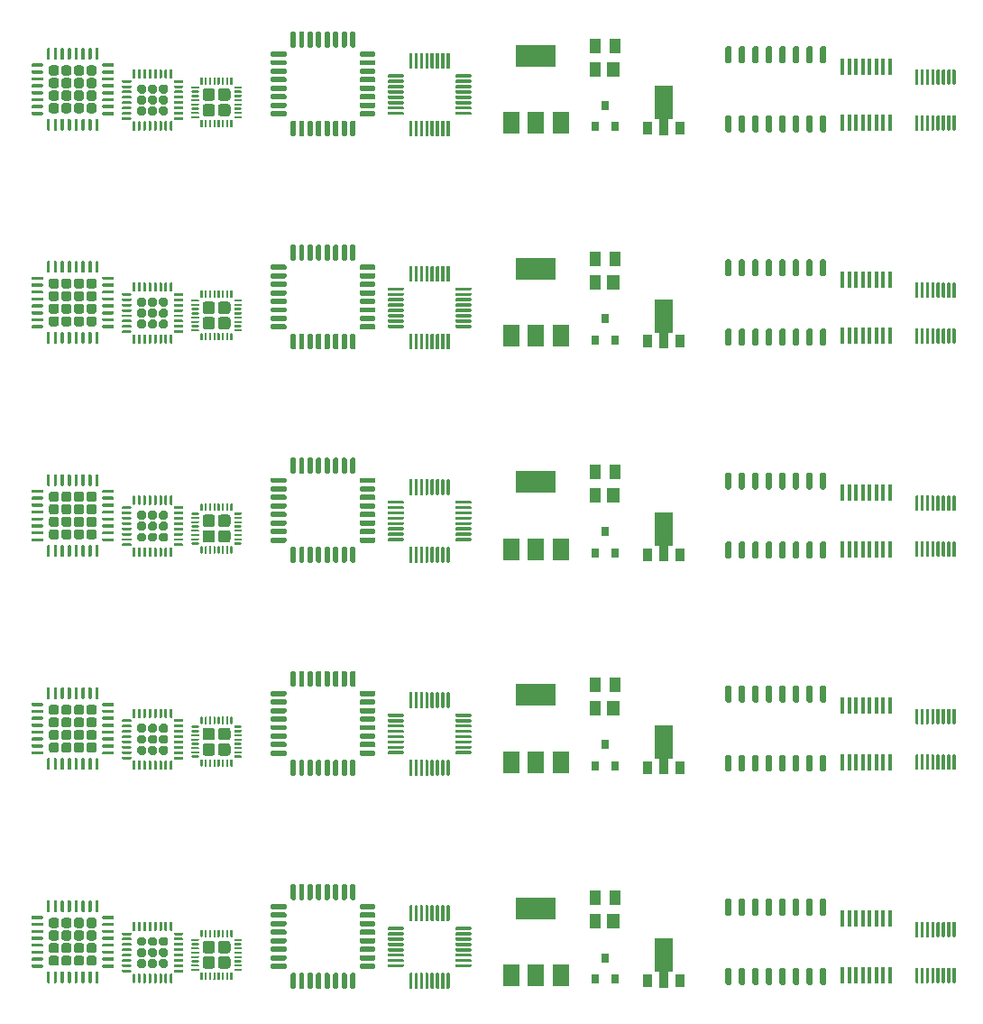
<source format=gbr>
%TF.GenerationSoftware,KiCad,Pcbnew,(5.1.6-0-10_14)*%
%TF.CreationDate,2020-07-24T19:17:44+09:00*%
%TF.ProjectId,pcb_ruler,7063625f-7275-46c6-9572-2e6b69636164,rev?*%
%TF.SameCoordinates,Original*%
%TF.FileFunction,Paste,Bot*%
%TF.FilePolarity,Positive*%
%FSLAX46Y46*%
G04 Gerber Fmt 4.6, Leading zero omitted, Abs format (unit mm)*
G04 Created by KiCad (PCBNEW (5.1.6-0-10_14)) date 2020-07-24 19:17:44*
%MOMM*%
%LPD*%
G01*
G04 APERTURE LIST*
%ADD10R,0.800000X0.900000*%
%ADD11R,0.900000X1.300000*%
%ADD12C,0.100000*%
%ADD13R,3.800000X2.000000*%
%ADD14R,1.500000X2.000000*%
%ADD15R,0.410000X1.600000*%
%ADD16R,1.200000X1.400000*%
%ADD17R,1.000000X1.400000*%
G04 APERTURE END LIST*
%TO.C,SOP-16*%
G36*
G01*
X176095000Y-191550000D02*
X175795000Y-191550000D01*
G75*
G02*
X175645000Y-191400000I0J150000D01*
G01*
X175645000Y-190100000D01*
G75*
G02*
X175795000Y-189950000I150000J0D01*
G01*
X176095000Y-189950000D01*
G75*
G02*
X176245000Y-190100000I0J-150000D01*
G01*
X176245000Y-191400000D01*
G75*
G02*
X176095000Y-191550000I-150000J0D01*
G01*
G37*
G36*
G01*
X174825000Y-191550000D02*
X174525000Y-191550000D01*
G75*
G02*
X174375000Y-191400000I0J150000D01*
G01*
X174375000Y-190100000D01*
G75*
G02*
X174525000Y-189950000I150000J0D01*
G01*
X174825000Y-189950000D01*
G75*
G02*
X174975000Y-190100000I0J-150000D01*
G01*
X174975000Y-191400000D01*
G75*
G02*
X174825000Y-191550000I-150000J0D01*
G01*
G37*
G36*
G01*
X173555000Y-191550000D02*
X173255000Y-191550000D01*
G75*
G02*
X173105000Y-191400000I0J150000D01*
G01*
X173105000Y-190100000D01*
G75*
G02*
X173255000Y-189950000I150000J0D01*
G01*
X173555000Y-189950000D01*
G75*
G02*
X173705000Y-190100000I0J-150000D01*
G01*
X173705000Y-191400000D01*
G75*
G02*
X173555000Y-191550000I-150000J0D01*
G01*
G37*
G36*
G01*
X172285000Y-191550000D02*
X171985000Y-191550000D01*
G75*
G02*
X171835000Y-191400000I0J150000D01*
G01*
X171835000Y-190100000D01*
G75*
G02*
X171985000Y-189950000I150000J0D01*
G01*
X172285000Y-189950000D01*
G75*
G02*
X172435000Y-190100000I0J-150000D01*
G01*
X172435000Y-191400000D01*
G75*
G02*
X172285000Y-191550000I-150000J0D01*
G01*
G37*
G36*
G01*
X171015000Y-191550000D02*
X170715000Y-191550000D01*
G75*
G02*
X170565000Y-191400000I0J150000D01*
G01*
X170565000Y-190100000D01*
G75*
G02*
X170715000Y-189950000I150000J0D01*
G01*
X171015000Y-189950000D01*
G75*
G02*
X171165000Y-190100000I0J-150000D01*
G01*
X171165000Y-191400000D01*
G75*
G02*
X171015000Y-191550000I-150000J0D01*
G01*
G37*
G36*
G01*
X169745000Y-191550000D02*
X169445000Y-191550000D01*
G75*
G02*
X169295000Y-191400000I0J150000D01*
G01*
X169295000Y-190100000D01*
G75*
G02*
X169445000Y-189950000I150000J0D01*
G01*
X169745000Y-189950000D01*
G75*
G02*
X169895000Y-190100000I0J-150000D01*
G01*
X169895000Y-191400000D01*
G75*
G02*
X169745000Y-191550000I-150000J0D01*
G01*
G37*
G36*
G01*
X168475000Y-191550000D02*
X168175000Y-191550000D01*
G75*
G02*
X168025000Y-191400000I0J150000D01*
G01*
X168025000Y-190100000D01*
G75*
G02*
X168175000Y-189950000I150000J0D01*
G01*
X168475000Y-189950000D01*
G75*
G02*
X168625000Y-190100000I0J-150000D01*
G01*
X168625000Y-191400000D01*
G75*
G02*
X168475000Y-191550000I-150000J0D01*
G01*
G37*
G36*
G01*
X167205000Y-191550000D02*
X166905000Y-191550000D01*
G75*
G02*
X166755000Y-191400000I0J150000D01*
G01*
X166755000Y-190100000D01*
G75*
G02*
X166905000Y-189950000I150000J0D01*
G01*
X167205000Y-189950000D01*
G75*
G02*
X167355000Y-190100000I0J-150000D01*
G01*
X167355000Y-191400000D01*
G75*
G02*
X167205000Y-191550000I-150000J0D01*
G01*
G37*
G36*
G01*
X167205000Y-198050000D02*
X166905000Y-198050000D01*
G75*
G02*
X166755000Y-197900000I0J150000D01*
G01*
X166755000Y-196600000D01*
G75*
G02*
X166905000Y-196450000I150000J0D01*
G01*
X167205000Y-196450000D01*
G75*
G02*
X167355000Y-196600000I0J-150000D01*
G01*
X167355000Y-197900000D01*
G75*
G02*
X167205000Y-198050000I-150000J0D01*
G01*
G37*
G36*
G01*
X168475000Y-198050000D02*
X168175000Y-198050000D01*
G75*
G02*
X168025000Y-197900000I0J150000D01*
G01*
X168025000Y-196600000D01*
G75*
G02*
X168175000Y-196450000I150000J0D01*
G01*
X168475000Y-196450000D01*
G75*
G02*
X168625000Y-196600000I0J-150000D01*
G01*
X168625000Y-197900000D01*
G75*
G02*
X168475000Y-198050000I-150000J0D01*
G01*
G37*
G36*
G01*
X169745000Y-198050000D02*
X169445000Y-198050000D01*
G75*
G02*
X169295000Y-197900000I0J150000D01*
G01*
X169295000Y-196600000D01*
G75*
G02*
X169445000Y-196450000I150000J0D01*
G01*
X169745000Y-196450000D01*
G75*
G02*
X169895000Y-196600000I0J-150000D01*
G01*
X169895000Y-197900000D01*
G75*
G02*
X169745000Y-198050000I-150000J0D01*
G01*
G37*
G36*
G01*
X171015000Y-198050000D02*
X170715000Y-198050000D01*
G75*
G02*
X170565000Y-197900000I0J150000D01*
G01*
X170565000Y-196600000D01*
G75*
G02*
X170715000Y-196450000I150000J0D01*
G01*
X171015000Y-196450000D01*
G75*
G02*
X171165000Y-196600000I0J-150000D01*
G01*
X171165000Y-197900000D01*
G75*
G02*
X171015000Y-198050000I-150000J0D01*
G01*
G37*
G36*
G01*
X172285000Y-198050000D02*
X171985000Y-198050000D01*
G75*
G02*
X171835000Y-197900000I0J150000D01*
G01*
X171835000Y-196600000D01*
G75*
G02*
X171985000Y-196450000I150000J0D01*
G01*
X172285000Y-196450000D01*
G75*
G02*
X172435000Y-196600000I0J-150000D01*
G01*
X172435000Y-197900000D01*
G75*
G02*
X172285000Y-198050000I-150000J0D01*
G01*
G37*
G36*
G01*
X173555000Y-198050000D02*
X173255000Y-198050000D01*
G75*
G02*
X173105000Y-197900000I0J150000D01*
G01*
X173105000Y-196600000D01*
G75*
G02*
X173255000Y-196450000I150000J0D01*
G01*
X173555000Y-196450000D01*
G75*
G02*
X173705000Y-196600000I0J-150000D01*
G01*
X173705000Y-197900000D01*
G75*
G02*
X173555000Y-198050000I-150000J0D01*
G01*
G37*
G36*
G01*
X174825000Y-198050000D02*
X174525000Y-198050000D01*
G75*
G02*
X174375000Y-197900000I0J150000D01*
G01*
X174375000Y-196600000D01*
G75*
G02*
X174525000Y-196450000I150000J0D01*
G01*
X174825000Y-196450000D01*
G75*
G02*
X174975000Y-196600000I0J-150000D01*
G01*
X174975000Y-197900000D01*
G75*
G02*
X174825000Y-198050000I-150000J0D01*
G01*
G37*
G36*
G01*
X176095000Y-198050000D02*
X175795000Y-198050000D01*
G75*
G02*
X175645000Y-197900000I0J150000D01*
G01*
X175645000Y-196600000D01*
G75*
G02*
X175795000Y-196450000I150000J0D01*
G01*
X176095000Y-196450000D01*
G75*
G02*
X176245000Y-196600000I0J-150000D01*
G01*
X176245000Y-197900000D01*
G75*
G02*
X176095000Y-198050000I-150000J0D01*
G01*
G37*
%TD*%
%TO.C,MSOP-16*%
G36*
G01*
X188325000Y-193575000D02*
X188175000Y-193575000D01*
G75*
G02*
X188100000Y-193500000I0J75000D01*
G01*
X188100000Y-192200000D01*
G75*
G02*
X188175000Y-192125000I75000J0D01*
G01*
X188325000Y-192125000D01*
G75*
G02*
X188400000Y-192200000I0J-75000D01*
G01*
X188400000Y-193500000D01*
G75*
G02*
X188325000Y-193575000I-75000J0D01*
G01*
G37*
G36*
G01*
X187825000Y-193575000D02*
X187675000Y-193575000D01*
G75*
G02*
X187600000Y-193500000I0J75000D01*
G01*
X187600000Y-192200000D01*
G75*
G02*
X187675000Y-192125000I75000J0D01*
G01*
X187825000Y-192125000D01*
G75*
G02*
X187900000Y-192200000I0J-75000D01*
G01*
X187900000Y-193500000D01*
G75*
G02*
X187825000Y-193575000I-75000J0D01*
G01*
G37*
G36*
G01*
X187325000Y-193575000D02*
X187175000Y-193575000D01*
G75*
G02*
X187100000Y-193500000I0J75000D01*
G01*
X187100000Y-192200000D01*
G75*
G02*
X187175000Y-192125000I75000J0D01*
G01*
X187325000Y-192125000D01*
G75*
G02*
X187400000Y-192200000I0J-75000D01*
G01*
X187400000Y-193500000D01*
G75*
G02*
X187325000Y-193575000I-75000J0D01*
G01*
G37*
G36*
G01*
X186825000Y-193575000D02*
X186675000Y-193575000D01*
G75*
G02*
X186600000Y-193500000I0J75000D01*
G01*
X186600000Y-192200000D01*
G75*
G02*
X186675000Y-192125000I75000J0D01*
G01*
X186825000Y-192125000D01*
G75*
G02*
X186900000Y-192200000I0J-75000D01*
G01*
X186900000Y-193500000D01*
G75*
G02*
X186825000Y-193575000I-75000J0D01*
G01*
G37*
G36*
G01*
X186325000Y-193575000D02*
X186175000Y-193575000D01*
G75*
G02*
X186100000Y-193500000I0J75000D01*
G01*
X186100000Y-192200000D01*
G75*
G02*
X186175000Y-192125000I75000J0D01*
G01*
X186325000Y-192125000D01*
G75*
G02*
X186400000Y-192200000I0J-75000D01*
G01*
X186400000Y-193500000D01*
G75*
G02*
X186325000Y-193575000I-75000J0D01*
G01*
G37*
G36*
G01*
X185825000Y-193575000D02*
X185675000Y-193575000D01*
G75*
G02*
X185600000Y-193500000I0J75000D01*
G01*
X185600000Y-192200000D01*
G75*
G02*
X185675000Y-192125000I75000J0D01*
G01*
X185825000Y-192125000D01*
G75*
G02*
X185900000Y-192200000I0J-75000D01*
G01*
X185900000Y-193500000D01*
G75*
G02*
X185825000Y-193575000I-75000J0D01*
G01*
G37*
G36*
G01*
X185325000Y-193575000D02*
X185175000Y-193575000D01*
G75*
G02*
X185100000Y-193500000I0J75000D01*
G01*
X185100000Y-192200000D01*
G75*
G02*
X185175000Y-192125000I75000J0D01*
G01*
X185325000Y-192125000D01*
G75*
G02*
X185400000Y-192200000I0J-75000D01*
G01*
X185400000Y-193500000D01*
G75*
G02*
X185325000Y-193575000I-75000J0D01*
G01*
G37*
G36*
G01*
X184825000Y-193575000D02*
X184675000Y-193575000D01*
G75*
G02*
X184600000Y-193500000I0J75000D01*
G01*
X184600000Y-192200000D01*
G75*
G02*
X184675000Y-192125000I75000J0D01*
G01*
X184825000Y-192125000D01*
G75*
G02*
X184900000Y-192200000I0J-75000D01*
G01*
X184900000Y-193500000D01*
G75*
G02*
X184825000Y-193575000I-75000J0D01*
G01*
G37*
G36*
G01*
X184825000Y-197875000D02*
X184675000Y-197875000D01*
G75*
G02*
X184600000Y-197800000I0J75000D01*
G01*
X184600000Y-196500000D01*
G75*
G02*
X184675000Y-196425000I75000J0D01*
G01*
X184825000Y-196425000D01*
G75*
G02*
X184900000Y-196500000I0J-75000D01*
G01*
X184900000Y-197800000D01*
G75*
G02*
X184825000Y-197875000I-75000J0D01*
G01*
G37*
G36*
G01*
X185325000Y-197875000D02*
X185175000Y-197875000D01*
G75*
G02*
X185100000Y-197800000I0J75000D01*
G01*
X185100000Y-196500000D01*
G75*
G02*
X185175000Y-196425000I75000J0D01*
G01*
X185325000Y-196425000D01*
G75*
G02*
X185400000Y-196500000I0J-75000D01*
G01*
X185400000Y-197800000D01*
G75*
G02*
X185325000Y-197875000I-75000J0D01*
G01*
G37*
G36*
G01*
X185825000Y-197875000D02*
X185675000Y-197875000D01*
G75*
G02*
X185600000Y-197800000I0J75000D01*
G01*
X185600000Y-196500000D01*
G75*
G02*
X185675000Y-196425000I75000J0D01*
G01*
X185825000Y-196425000D01*
G75*
G02*
X185900000Y-196500000I0J-75000D01*
G01*
X185900000Y-197800000D01*
G75*
G02*
X185825000Y-197875000I-75000J0D01*
G01*
G37*
G36*
G01*
X186325000Y-197875000D02*
X186175000Y-197875000D01*
G75*
G02*
X186100000Y-197800000I0J75000D01*
G01*
X186100000Y-196500000D01*
G75*
G02*
X186175000Y-196425000I75000J0D01*
G01*
X186325000Y-196425000D01*
G75*
G02*
X186400000Y-196500000I0J-75000D01*
G01*
X186400000Y-197800000D01*
G75*
G02*
X186325000Y-197875000I-75000J0D01*
G01*
G37*
G36*
G01*
X186825000Y-197875000D02*
X186675000Y-197875000D01*
G75*
G02*
X186600000Y-197800000I0J75000D01*
G01*
X186600000Y-196500000D01*
G75*
G02*
X186675000Y-196425000I75000J0D01*
G01*
X186825000Y-196425000D01*
G75*
G02*
X186900000Y-196500000I0J-75000D01*
G01*
X186900000Y-197800000D01*
G75*
G02*
X186825000Y-197875000I-75000J0D01*
G01*
G37*
G36*
G01*
X187325000Y-197875000D02*
X187175000Y-197875000D01*
G75*
G02*
X187100000Y-197800000I0J75000D01*
G01*
X187100000Y-196500000D01*
G75*
G02*
X187175000Y-196425000I75000J0D01*
G01*
X187325000Y-196425000D01*
G75*
G02*
X187400000Y-196500000I0J-75000D01*
G01*
X187400000Y-197800000D01*
G75*
G02*
X187325000Y-197875000I-75000J0D01*
G01*
G37*
G36*
G01*
X187825000Y-197875000D02*
X187675000Y-197875000D01*
G75*
G02*
X187600000Y-197800000I0J75000D01*
G01*
X187600000Y-196500000D01*
G75*
G02*
X187675000Y-196425000I75000J0D01*
G01*
X187825000Y-196425000D01*
G75*
G02*
X187900000Y-196500000I0J-75000D01*
G01*
X187900000Y-197800000D01*
G75*
G02*
X187825000Y-197875000I-75000J0D01*
G01*
G37*
G36*
G01*
X188325000Y-197875000D02*
X188175000Y-197875000D01*
G75*
G02*
X188100000Y-197800000I0J75000D01*
G01*
X188100000Y-196500000D01*
G75*
G02*
X188175000Y-196425000I75000J0D01*
G01*
X188325000Y-196425000D01*
G75*
G02*
X188400000Y-196500000I0J-75000D01*
G01*
X188400000Y-197800000D01*
G75*
G02*
X188325000Y-197875000I-75000J0D01*
G01*
G37*
%TD*%
D10*
%TO.C,SOT-23*%
X156450000Y-197500000D03*
X154550000Y-197500000D03*
X155500000Y-195500000D03*
%TD*%
D11*
%TO.C,SOT-89-3*%
X162500000Y-197650000D03*
X159500000Y-197650000D03*
D12*
G36*
X161866500Y-193700000D02*
G01*
X161866500Y-196825000D01*
X161450000Y-196825000D01*
X161450000Y-198300000D01*
X160550000Y-198300000D01*
X160550000Y-196825000D01*
X160133500Y-196825000D01*
X160133500Y-193700000D01*
X161866500Y-193700000D01*
G37*
%TD*%
D13*
%TO.C,SOT-223*%
X149000000Y-190850000D03*
D14*
X149000000Y-197150000D03*
X146700000Y-197150000D03*
X151300000Y-197150000D03*
%TD*%
%TO.C,0.65*%
G36*
G01*
X107850000Y-197875000D02*
X107700000Y-197875000D01*
G75*
G02*
X107625000Y-197800000I0J75000D01*
G01*
X107625000Y-196850000D01*
G75*
G02*
X107700000Y-196775000I75000J0D01*
G01*
X107850000Y-196775000D01*
G75*
G02*
X107925000Y-196850000I0J-75000D01*
G01*
X107925000Y-197800000D01*
G75*
G02*
X107850000Y-197875000I-75000J0D01*
G01*
G37*
G36*
G01*
X107200000Y-197875000D02*
X107050000Y-197875000D01*
G75*
G02*
X106975000Y-197800000I0J75000D01*
G01*
X106975000Y-196850000D01*
G75*
G02*
X107050000Y-196775000I75000J0D01*
G01*
X107200000Y-196775000D01*
G75*
G02*
X107275000Y-196850000I0J-75000D01*
G01*
X107275000Y-197800000D01*
G75*
G02*
X107200000Y-197875000I-75000J0D01*
G01*
G37*
G36*
G01*
X106550000Y-197875000D02*
X106400000Y-197875000D01*
G75*
G02*
X106325000Y-197800000I0J75000D01*
G01*
X106325000Y-196850000D01*
G75*
G02*
X106400000Y-196775000I75000J0D01*
G01*
X106550000Y-196775000D01*
G75*
G02*
X106625000Y-196850000I0J-75000D01*
G01*
X106625000Y-197800000D01*
G75*
G02*
X106550000Y-197875000I-75000J0D01*
G01*
G37*
G36*
G01*
X105900000Y-197875000D02*
X105750000Y-197875000D01*
G75*
G02*
X105675000Y-197800000I0J75000D01*
G01*
X105675000Y-196850000D01*
G75*
G02*
X105750000Y-196775000I75000J0D01*
G01*
X105900000Y-196775000D01*
G75*
G02*
X105975000Y-196850000I0J-75000D01*
G01*
X105975000Y-197800000D01*
G75*
G02*
X105900000Y-197875000I-75000J0D01*
G01*
G37*
G36*
G01*
X105250000Y-197875000D02*
X105100000Y-197875000D01*
G75*
G02*
X105025000Y-197800000I0J75000D01*
G01*
X105025000Y-196850000D01*
G75*
G02*
X105100000Y-196775000I75000J0D01*
G01*
X105250000Y-196775000D01*
G75*
G02*
X105325000Y-196850000I0J-75000D01*
G01*
X105325000Y-197800000D01*
G75*
G02*
X105250000Y-197875000I-75000J0D01*
G01*
G37*
G36*
G01*
X104600000Y-197875000D02*
X104450000Y-197875000D01*
G75*
G02*
X104375000Y-197800000I0J75000D01*
G01*
X104375000Y-196850000D01*
G75*
G02*
X104450000Y-196775000I75000J0D01*
G01*
X104600000Y-196775000D01*
G75*
G02*
X104675000Y-196850000I0J-75000D01*
G01*
X104675000Y-197800000D01*
G75*
G02*
X104600000Y-197875000I-75000J0D01*
G01*
G37*
G36*
G01*
X103950000Y-197875000D02*
X103800000Y-197875000D01*
G75*
G02*
X103725000Y-197800000I0J75000D01*
G01*
X103725000Y-196850000D01*
G75*
G02*
X103800000Y-196775000I75000J0D01*
G01*
X103950000Y-196775000D01*
G75*
G02*
X104025000Y-196850000I0J-75000D01*
G01*
X104025000Y-197800000D01*
G75*
G02*
X103950000Y-197875000I-75000J0D01*
G01*
G37*
G36*
G01*
X103300000Y-197875000D02*
X103150000Y-197875000D01*
G75*
G02*
X103075000Y-197800000I0J75000D01*
G01*
X103075000Y-196850000D01*
G75*
G02*
X103150000Y-196775000I75000J0D01*
G01*
X103300000Y-196775000D01*
G75*
G02*
X103375000Y-196850000I0J-75000D01*
G01*
X103375000Y-197800000D01*
G75*
G02*
X103300000Y-197875000I-75000J0D01*
G01*
G37*
G36*
G01*
X102650000Y-196425000D02*
X101700000Y-196425000D01*
G75*
G02*
X101625000Y-196350000I0J75000D01*
G01*
X101625000Y-196200000D01*
G75*
G02*
X101700000Y-196125000I75000J0D01*
G01*
X102650000Y-196125000D01*
G75*
G02*
X102725000Y-196200000I0J-75000D01*
G01*
X102725000Y-196350000D01*
G75*
G02*
X102650000Y-196425000I-75000J0D01*
G01*
G37*
G36*
G01*
X102650000Y-195775000D02*
X101700000Y-195775000D01*
G75*
G02*
X101625000Y-195700000I0J75000D01*
G01*
X101625000Y-195550000D01*
G75*
G02*
X101700000Y-195475000I75000J0D01*
G01*
X102650000Y-195475000D01*
G75*
G02*
X102725000Y-195550000I0J-75000D01*
G01*
X102725000Y-195700000D01*
G75*
G02*
X102650000Y-195775000I-75000J0D01*
G01*
G37*
G36*
G01*
X102650000Y-195125000D02*
X101700000Y-195125000D01*
G75*
G02*
X101625000Y-195050000I0J75000D01*
G01*
X101625000Y-194900000D01*
G75*
G02*
X101700000Y-194825000I75000J0D01*
G01*
X102650000Y-194825000D01*
G75*
G02*
X102725000Y-194900000I0J-75000D01*
G01*
X102725000Y-195050000D01*
G75*
G02*
X102650000Y-195125000I-75000J0D01*
G01*
G37*
G36*
G01*
X102650000Y-194475000D02*
X101700000Y-194475000D01*
G75*
G02*
X101625000Y-194400000I0J75000D01*
G01*
X101625000Y-194250000D01*
G75*
G02*
X101700000Y-194175000I75000J0D01*
G01*
X102650000Y-194175000D01*
G75*
G02*
X102725000Y-194250000I0J-75000D01*
G01*
X102725000Y-194400000D01*
G75*
G02*
X102650000Y-194475000I-75000J0D01*
G01*
G37*
G36*
G01*
X102650000Y-193825000D02*
X101700000Y-193825000D01*
G75*
G02*
X101625000Y-193750000I0J75000D01*
G01*
X101625000Y-193600000D01*
G75*
G02*
X101700000Y-193525000I75000J0D01*
G01*
X102650000Y-193525000D01*
G75*
G02*
X102725000Y-193600000I0J-75000D01*
G01*
X102725000Y-193750000D01*
G75*
G02*
X102650000Y-193825000I-75000J0D01*
G01*
G37*
G36*
G01*
X102650000Y-193175000D02*
X101700000Y-193175000D01*
G75*
G02*
X101625000Y-193100000I0J75000D01*
G01*
X101625000Y-192950000D01*
G75*
G02*
X101700000Y-192875000I75000J0D01*
G01*
X102650000Y-192875000D01*
G75*
G02*
X102725000Y-192950000I0J-75000D01*
G01*
X102725000Y-193100000D01*
G75*
G02*
X102650000Y-193175000I-75000J0D01*
G01*
G37*
G36*
G01*
X102650000Y-192525000D02*
X101700000Y-192525000D01*
G75*
G02*
X101625000Y-192450000I0J75000D01*
G01*
X101625000Y-192300000D01*
G75*
G02*
X101700000Y-192225000I75000J0D01*
G01*
X102650000Y-192225000D01*
G75*
G02*
X102725000Y-192300000I0J-75000D01*
G01*
X102725000Y-192450000D01*
G75*
G02*
X102650000Y-192525000I-75000J0D01*
G01*
G37*
G36*
G01*
X102650000Y-191875000D02*
X101700000Y-191875000D01*
G75*
G02*
X101625000Y-191800000I0J75000D01*
G01*
X101625000Y-191650000D01*
G75*
G02*
X101700000Y-191575000I75000J0D01*
G01*
X102650000Y-191575000D01*
G75*
G02*
X102725000Y-191650000I0J-75000D01*
G01*
X102725000Y-191800000D01*
G75*
G02*
X102650000Y-191875000I-75000J0D01*
G01*
G37*
G36*
G01*
X103300000Y-191225000D02*
X103150000Y-191225000D01*
G75*
G02*
X103075000Y-191150000I0J75000D01*
G01*
X103075000Y-190200000D01*
G75*
G02*
X103150000Y-190125000I75000J0D01*
G01*
X103300000Y-190125000D01*
G75*
G02*
X103375000Y-190200000I0J-75000D01*
G01*
X103375000Y-191150000D01*
G75*
G02*
X103300000Y-191225000I-75000J0D01*
G01*
G37*
G36*
G01*
X103950000Y-191225000D02*
X103800000Y-191225000D01*
G75*
G02*
X103725000Y-191150000I0J75000D01*
G01*
X103725000Y-190200000D01*
G75*
G02*
X103800000Y-190125000I75000J0D01*
G01*
X103950000Y-190125000D01*
G75*
G02*
X104025000Y-190200000I0J-75000D01*
G01*
X104025000Y-191150000D01*
G75*
G02*
X103950000Y-191225000I-75000J0D01*
G01*
G37*
G36*
G01*
X104600000Y-191225000D02*
X104450000Y-191225000D01*
G75*
G02*
X104375000Y-191150000I0J75000D01*
G01*
X104375000Y-190200000D01*
G75*
G02*
X104450000Y-190125000I75000J0D01*
G01*
X104600000Y-190125000D01*
G75*
G02*
X104675000Y-190200000I0J-75000D01*
G01*
X104675000Y-191150000D01*
G75*
G02*
X104600000Y-191225000I-75000J0D01*
G01*
G37*
G36*
G01*
X105250000Y-191225000D02*
X105100000Y-191225000D01*
G75*
G02*
X105025000Y-191150000I0J75000D01*
G01*
X105025000Y-190200000D01*
G75*
G02*
X105100000Y-190125000I75000J0D01*
G01*
X105250000Y-190125000D01*
G75*
G02*
X105325000Y-190200000I0J-75000D01*
G01*
X105325000Y-191150000D01*
G75*
G02*
X105250000Y-191225000I-75000J0D01*
G01*
G37*
G36*
G01*
X105900000Y-191225000D02*
X105750000Y-191225000D01*
G75*
G02*
X105675000Y-191150000I0J75000D01*
G01*
X105675000Y-190200000D01*
G75*
G02*
X105750000Y-190125000I75000J0D01*
G01*
X105900000Y-190125000D01*
G75*
G02*
X105975000Y-190200000I0J-75000D01*
G01*
X105975000Y-191150000D01*
G75*
G02*
X105900000Y-191225000I-75000J0D01*
G01*
G37*
G36*
G01*
X106550000Y-191225000D02*
X106400000Y-191225000D01*
G75*
G02*
X106325000Y-191150000I0J75000D01*
G01*
X106325000Y-190200000D01*
G75*
G02*
X106400000Y-190125000I75000J0D01*
G01*
X106550000Y-190125000D01*
G75*
G02*
X106625000Y-190200000I0J-75000D01*
G01*
X106625000Y-191150000D01*
G75*
G02*
X106550000Y-191225000I-75000J0D01*
G01*
G37*
G36*
G01*
X107200000Y-191225000D02*
X107050000Y-191225000D01*
G75*
G02*
X106975000Y-191150000I0J75000D01*
G01*
X106975000Y-190200000D01*
G75*
G02*
X107050000Y-190125000I75000J0D01*
G01*
X107200000Y-190125000D01*
G75*
G02*
X107275000Y-190200000I0J-75000D01*
G01*
X107275000Y-191150000D01*
G75*
G02*
X107200000Y-191225000I-75000J0D01*
G01*
G37*
G36*
G01*
X107850000Y-191225000D02*
X107700000Y-191225000D01*
G75*
G02*
X107625000Y-191150000I0J75000D01*
G01*
X107625000Y-190200000D01*
G75*
G02*
X107700000Y-190125000I75000J0D01*
G01*
X107850000Y-190125000D01*
G75*
G02*
X107925000Y-190200000I0J-75000D01*
G01*
X107925000Y-191150000D01*
G75*
G02*
X107850000Y-191225000I-75000J0D01*
G01*
G37*
G36*
G01*
X109300000Y-191875000D02*
X108350000Y-191875000D01*
G75*
G02*
X108275000Y-191800000I0J75000D01*
G01*
X108275000Y-191650000D01*
G75*
G02*
X108350000Y-191575000I75000J0D01*
G01*
X109300000Y-191575000D01*
G75*
G02*
X109375000Y-191650000I0J-75000D01*
G01*
X109375000Y-191800000D01*
G75*
G02*
X109300000Y-191875000I-75000J0D01*
G01*
G37*
G36*
G01*
X109300000Y-192525000D02*
X108350000Y-192525000D01*
G75*
G02*
X108275000Y-192450000I0J75000D01*
G01*
X108275000Y-192300000D01*
G75*
G02*
X108350000Y-192225000I75000J0D01*
G01*
X109300000Y-192225000D01*
G75*
G02*
X109375000Y-192300000I0J-75000D01*
G01*
X109375000Y-192450000D01*
G75*
G02*
X109300000Y-192525000I-75000J0D01*
G01*
G37*
G36*
G01*
X109300000Y-193175000D02*
X108350000Y-193175000D01*
G75*
G02*
X108275000Y-193100000I0J75000D01*
G01*
X108275000Y-192950000D01*
G75*
G02*
X108350000Y-192875000I75000J0D01*
G01*
X109300000Y-192875000D01*
G75*
G02*
X109375000Y-192950000I0J-75000D01*
G01*
X109375000Y-193100000D01*
G75*
G02*
X109300000Y-193175000I-75000J0D01*
G01*
G37*
G36*
G01*
X109300000Y-193825000D02*
X108350000Y-193825000D01*
G75*
G02*
X108275000Y-193750000I0J75000D01*
G01*
X108275000Y-193600000D01*
G75*
G02*
X108350000Y-193525000I75000J0D01*
G01*
X109300000Y-193525000D01*
G75*
G02*
X109375000Y-193600000I0J-75000D01*
G01*
X109375000Y-193750000D01*
G75*
G02*
X109300000Y-193825000I-75000J0D01*
G01*
G37*
G36*
G01*
X109300000Y-194475000D02*
X108350000Y-194475000D01*
G75*
G02*
X108275000Y-194400000I0J75000D01*
G01*
X108275000Y-194250000D01*
G75*
G02*
X108350000Y-194175000I75000J0D01*
G01*
X109300000Y-194175000D01*
G75*
G02*
X109375000Y-194250000I0J-75000D01*
G01*
X109375000Y-194400000D01*
G75*
G02*
X109300000Y-194475000I-75000J0D01*
G01*
G37*
G36*
G01*
X109300000Y-195125000D02*
X108350000Y-195125000D01*
G75*
G02*
X108275000Y-195050000I0J75000D01*
G01*
X108275000Y-194900000D01*
G75*
G02*
X108350000Y-194825000I75000J0D01*
G01*
X109300000Y-194825000D01*
G75*
G02*
X109375000Y-194900000I0J-75000D01*
G01*
X109375000Y-195050000D01*
G75*
G02*
X109300000Y-195125000I-75000J0D01*
G01*
G37*
G36*
G01*
X109300000Y-195775000D02*
X108350000Y-195775000D01*
G75*
G02*
X108275000Y-195700000I0J75000D01*
G01*
X108275000Y-195550000D01*
G75*
G02*
X108350000Y-195475000I75000J0D01*
G01*
X109300000Y-195475000D01*
G75*
G02*
X109375000Y-195550000I0J-75000D01*
G01*
X109375000Y-195700000D01*
G75*
G02*
X109300000Y-195775000I-75000J0D01*
G01*
G37*
G36*
G01*
X109300000Y-196425000D02*
X108350000Y-196425000D01*
G75*
G02*
X108275000Y-196350000I0J75000D01*
G01*
X108275000Y-196200000D01*
G75*
G02*
X108350000Y-196125000I75000J0D01*
G01*
X109300000Y-196125000D01*
G75*
G02*
X109375000Y-196200000I0J-75000D01*
G01*
X109375000Y-196350000D01*
G75*
G02*
X109300000Y-196425000I-75000J0D01*
G01*
G37*
G36*
G01*
X107507500Y-196245000D02*
X107032500Y-196245000D01*
G75*
G02*
X106795000Y-196007500I0J237500D01*
G01*
X106795000Y-195532500D01*
G75*
G02*
X107032500Y-195295000I237500J0D01*
G01*
X107507500Y-195295000D01*
G75*
G02*
X107745000Y-195532500I0J-237500D01*
G01*
X107745000Y-196007500D01*
G75*
G02*
X107507500Y-196245000I-237500J0D01*
G01*
G37*
G36*
G01*
X106327500Y-196245000D02*
X105852500Y-196245000D01*
G75*
G02*
X105615000Y-196007500I0J237500D01*
G01*
X105615000Y-195532500D01*
G75*
G02*
X105852500Y-195295000I237500J0D01*
G01*
X106327500Y-195295000D01*
G75*
G02*
X106565000Y-195532500I0J-237500D01*
G01*
X106565000Y-196007500D01*
G75*
G02*
X106327500Y-196245000I-237500J0D01*
G01*
G37*
G36*
G01*
X105147500Y-196245000D02*
X104672500Y-196245000D01*
G75*
G02*
X104435000Y-196007500I0J237500D01*
G01*
X104435000Y-195532500D01*
G75*
G02*
X104672500Y-195295000I237500J0D01*
G01*
X105147500Y-195295000D01*
G75*
G02*
X105385000Y-195532500I0J-237500D01*
G01*
X105385000Y-196007500D01*
G75*
G02*
X105147500Y-196245000I-237500J0D01*
G01*
G37*
G36*
G01*
X103967500Y-196245000D02*
X103492500Y-196245000D01*
G75*
G02*
X103255000Y-196007500I0J237500D01*
G01*
X103255000Y-195532500D01*
G75*
G02*
X103492500Y-195295000I237500J0D01*
G01*
X103967500Y-195295000D01*
G75*
G02*
X104205000Y-195532500I0J-237500D01*
G01*
X104205000Y-196007500D01*
G75*
G02*
X103967500Y-196245000I-237500J0D01*
G01*
G37*
G36*
G01*
X107507500Y-195065000D02*
X107032500Y-195065000D01*
G75*
G02*
X106795000Y-194827500I0J237500D01*
G01*
X106795000Y-194352500D01*
G75*
G02*
X107032500Y-194115000I237500J0D01*
G01*
X107507500Y-194115000D01*
G75*
G02*
X107745000Y-194352500I0J-237500D01*
G01*
X107745000Y-194827500D01*
G75*
G02*
X107507500Y-195065000I-237500J0D01*
G01*
G37*
G36*
G01*
X106327500Y-195065000D02*
X105852500Y-195065000D01*
G75*
G02*
X105615000Y-194827500I0J237500D01*
G01*
X105615000Y-194352500D01*
G75*
G02*
X105852500Y-194115000I237500J0D01*
G01*
X106327500Y-194115000D01*
G75*
G02*
X106565000Y-194352500I0J-237500D01*
G01*
X106565000Y-194827500D01*
G75*
G02*
X106327500Y-195065000I-237500J0D01*
G01*
G37*
G36*
G01*
X105147500Y-195065000D02*
X104672500Y-195065000D01*
G75*
G02*
X104435000Y-194827500I0J237500D01*
G01*
X104435000Y-194352500D01*
G75*
G02*
X104672500Y-194115000I237500J0D01*
G01*
X105147500Y-194115000D01*
G75*
G02*
X105385000Y-194352500I0J-237500D01*
G01*
X105385000Y-194827500D01*
G75*
G02*
X105147500Y-195065000I-237500J0D01*
G01*
G37*
G36*
G01*
X103967500Y-195065000D02*
X103492500Y-195065000D01*
G75*
G02*
X103255000Y-194827500I0J237500D01*
G01*
X103255000Y-194352500D01*
G75*
G02*
X103492500Y-194115000I237500J0D01*
G01*
X103967500Y-194115000D01*
G75*
G02*
X104205000Y-194352500I0J-237500D01*
G01*
X104205000Y-194827500D01*
G75*
G02*
X103967500Y-195065000I-237500J0D01*
G01*
G37*
G36*
G01*
X107507500Y-193885000D02*
X107032500Y-193885000D01*
G75*
G02*
X106795000Y-193647500I0J237500D01*
G01*
X106795000Y-193172500D01*
G75*
G02*
X107032500Y-192935000I237500J0D01*
G01*
X107507500Y-192935000D01*
G75*
G02*
X107745000Y-193172500I0J-237500D01*
G01*
X107745000Y-193647500D01*
G75*
G02*
X107507500Y-193885000I-237500J0D01*
G01*
G37*
G36*
G01*
X106327500Y-193885000D02*
X105852500Y-193885000D01*
G75*
G02*
X105615000Y-193647500I0J237500D01*
G01*
X105615000Y-193172500D01*
G75*
G02*
X105852500Y-192935000I237500J0D01*
G01*
X106327500Y-192935000D01*
G75*
G02*
X106565000Y-193172500I0J-237500D01*
G01*
X106565000Y-193647500D01*
G75*
G02*
X106327500Y-193885000I-237500J0D01*
G01*
G37*
G36*
G01*
X105147500Y-193885000D02*
X104672500Y-193885000D01*
G75*
G02*
X104435000Y-193647500I0J237500D01*
G01*
X104435000Y-193172500D01*
G75*
G02*
X104672500Y-192935000I237500J0D01*
G01*
X105147500Y-192935000D01*
G75*
G02*
X105385000Y-193172500I0J-237500D01*
G01*
X105385000Y-193647500D01*
G75*
G02*
X105147500Y-193885000I-237500J0D01*
G01*
G37*
G36*
G01*
X103967500Y-193885000D02*
X103492500Y-193885000D01*
G75*
G02*
X103255000Y-193647500I0J237500D01*
G01*
X103255000Y-193172500D01*
G75*
G02*
X103492500Y-192935000I237500J0D01*
G01*
X103967500Y-192935000D01*
G75*
G02*
X104205000Y-193172500I0J-237500D01*
G01*
X104205000Y-193647500D01*
G75*
G02*
X103967500Y-193885000I-237500J0D01*
G01*
G37*
G36*
G01*
X107507500Y-192705000D02*
X107032500Y-192705000D01*
G75*
G02*
X106795000Y-192467500I0J237500D01*
G01*
X106795000Y-191992500D01*
G75*
G02*
X107032500Y-191755000I237500J0D01*
G01*
X107507500Y-191755000D01*
G75*
G02*
X107745000Y-191992500I0J-237500D01*
G01*
X107745000Y-192467500D01*
G75*
G02*
X107507500Y-192705000I-237500J0D01*
G01*
G37*
G36*
G01*
X106327500Y-192705000D02*
X105852500Y-192705000D01*
G75*
G02*
X105615000Y-192467500I0J237500D01*
G01*
X105615000Y-191992500D01*
G75*
G02*
X105852500Y-191755000I237500J0D01*
G01*
X106327500Y-191755000D01*
G75*
G02*
X106565000Y-191992500I0J-237500D01*
G01*
X106565000Y-192467500D01*
G75*
G02*
X106327500Y-192705000I-237500J0D01*
G01*
G37*
G36*
G01*
X105147500Y-192705000D02*
X104672500Y-192705000D01*
G75*
G02*
X104435000Y-192467500I0J237500D01*
G01*
X104435000Y-191992500D01*
G75*
G02*
X104672500Y-191755000I237500J0D01*
G01*
X105147500Y-191755000D01*
G75*
G02*
X105385000Y-191992500I0J-237500D01*
G01*
X105385000Y-192467500D01*
G75*
G02*
X105147500Y-192705000I-237500J0D01*
G01*
G37*
G36*
G01*
X103967500Y-192705000D02*
X103492500Y-192705000D01*
G75*
G02*
X103255000Y-192467500I0J237500D01*
G01*
X103255000Y-191992500D01*
G75*
G02*
X103492500Y-191755000I237500J0D01*
G01*
X103967500Y-191755000D01*
G75*
G02*
X104205000Y-191992500I0J-237500D01*
G01*
X104205000Y-192467500D01*
G75*
G02*
X103967500Y-192705000I-237500J0D01*
G01*
G37*
%TD*%
%TO.C,0.4*%
G36*
G01*
X120450000Y-197575000D02*
X120350000Y-197575000D01*
G75*
G02*
X120300000Y-197525000I0J50000D01*
G01*
X120300000Y-196925000D01*
G75*
G02*
X120350000Y-196875000I50000J0D01*
G01*
X120450000Y-196875000D01*
G75*
G02*
X120500000Y-196925000I0J-50000D01*
G01*
X120500000Y-197525000D01*
G75*
G02*
X120450000Y-197575000I-50000J0D01*
G01*
G37*
G36*
G01*
X120050000Y-197575000D02*
X119950000Y-197575000D01*
G75*
G02*
X119900000Y-197525000I0J50000D01*
G01*
X119900000Y-196925000D01*
G75*
G02*
X119950000Y-196875000I50000J0D01*
G01*
X120050000Y-196875000D01*
G75*
G02*
X120100000Y-196925000I0J-50000D01*
G01*
X120100000Y-197525000D01*
G75*
G02*
X120050000Y-197575000I-50000J0D01*
G01*
G37*
G36*
G01*
X119650000Y-197575000D02*
X119550000Y-197575000D01*
G75*
G02*
X119500000Y-197525000I0J50000D01*
G01*
X119500000Y-196925000D01*
G75*
G02*
X119550000Y-196875000I50000J0D01*
G01*
X119650000Y-196875000D01*
G75*
G02*
X119700000Y-196925000I0J-50000D01*
G01*
X119700000Y-197525000D01*
G75*
G02*
X119650000Y-197575000I-50000J0D01*
G01*
G37*
G36*
G01*
X119250000Y-197575000D02*
X119150000Y-197575000D01*
G75*
G02*
X119100000Y-197525000I0J50000D01*
G01*
X119100000Y-196925000D01*
G75*
G02*
X119150000Y-196875000I50000J0D01*
G01*
X119250000Y-196875000D01*
G75*
G02*
X119300000Y-196925000I0J-50000D01*
G01*
X119300000Y-197525000D01*
G75*
G02*
X119250000Y-197575000I-50000J0D01*
G01*
G37*
G36*
G01*
X118850000Y-197575000D02*
X118750000Y-197575000D01*
G75*
G02*
X118700000Y-197525000I0J50000D01*
G01*
X118700000Y-196925000D01*
G75*
G02*
X118750000Y-196875000I50000J0D01*
G01*
X118850000Y-196875000D01*
G75*
G02*
X118900000Y-196925000I0J-50000D01*
G01*
X118900000Y-197525000D01*
G75*
G02*
X118850000Y-197575000I-50000J0D01*
G01*
G37*
G36*
G01*
X118450000Y-197575000D02*
X118350000Y-197575000D01*
G75*
G02*
X118300000Y-197525000I0J50000D01*
G01*
X118300000Y-196925000D01*
G75*
G02*
X118350000Y-196875000I50000J0D01*
G01*
X118450000Y-196875000D01*
G75*
G02*
X118500000Y-196925000I0J-50000D01*
G01*
X118500000Y-197525000D01*
G75*
G02*
X118450000Y-197575000I-50000J0D01*
G01*
G37*
G36*
G01*
X118050000Y-197575000D02*
X117950000Y-197575000D01*
G75*
G02*
X117900000Y-197525000I0J50000D01*
G01*
X117900000Y-196925000D01*
G75*
G02*
X117950000Y-196875000I50000J0D01*
G01*
X118050000Y-196875000D01*
G75*
G02*
X118100000Y-196925000I0J-50000D01*
G01*
X118100000Y-197525000D01*
G75*
G02*
X118050000Y-197575000I-50000J0D01*
G01*
G37*
G36*
G01*
X117650000Y-197575000D02*
X117550000Y-197575000D01*
G75*
G02*
X117500000Y-197525000I0J50000D01*
G01*
X117500000Y-196925000D01*
G75*
G02*
X117550000Y-196875000I50000J0D01*
G01*
X117650000Y-196875000D01*
G75*
G02*
X117700000Y-196925000I0J-50000D01*
G01*
X117700000Y-197525000D01*
G75*
G02*
X117650000Y-197575000I-50000J0D01*
G01*
G37*
G36*
G01*
X117300000Y-196725000D02*
X116700000Y-196725000D01*
G75*
G02*
X116650000Y-196675000I0J50000D01*
G01*
X116650000Y-196575000D01*
G75*
G02*
X116700000Y-196525000I50000J0D01*
G01*
X117300000Y-196525000D01*
G75*
G02*
X117350000Y-196575000I0J-50000D01*
G01*
X117350000Y-196675000D01*
G75*
G02*
X117300000Y-196725000I-50000J0D01*
G01*
G37*
G36*
G01*
X117300000Y-196325000D02*
X116700000Y-196325000D01*
G75*
G02*
X116650000Y-196275000I0J50000D01*
G01*
X116650000Y-196175000D01*
G75*
G02*
X116700000Y-196125000I50000J0D01*
G01*
X117300000Y-196125000D01*
G75*
G02*
X117350000Y-196175000I0J-50000D01*
G01*
X117350000Y-196275000D01*
G75*
G02*
X117300000Y-196325000I-50000J0D01*
G01*
G37*
G36*
G01*
X117300000Y-195925000D02*
X116700000Y-195925000D01*
G75*
G02*
X116650000Y-195875000I0J50000D01*
G01*
X116650000Y-195775000D01*
G75*
G02*
X116700000Y-195725000I50000J0D01*
G01*
X117300000Y-195725000D01*
G75*
G02*
X117350000Y-195775000I0J-50000D01*
G01*
X117350000Y-195875000D01*
G75*
G02*
X117300000Y-195925000I-50000J0D01*
G01*
G37*
G36*
G01*
X117300000Y-195525000D02*
X116700000Y-195525000D01*
G75*
G02*
X116650000Y-195475000I0J50000D01*
G01*
X116650000Y-195375000D01*
G75*
G02*
X116700000Y-195325000I50000J0D01*
G01*
X117300000Y-195325000D01*
G75*
G02*
X117350000Y-195375000I0J-50000D01*
G01*
X117350000Y-195475000D01*
G75*
G02*
X117300000Y-195525000I-50000J0D01*
G01*
G37*
G36*
G01*
X117300000Y-195125000D02*
X116700000Y-195125000D01*
G75*
G02*
X116650000Y-195075000I0J50000D01*
G01*
X116650000Y-194975000D01*
G75*
G02*
X116700000Y-194925000I50000J0D01*
G01*
X117300000Y-194925000D01*
G75*
G02*
X117350000Y-194975000I0J-50000D01*
G01*
X117350000Y-195075000D01*
G75*
G02*
X117300000Y-195125000I-50000J0D01*
G01*
G37*
G36*
G01*
X117300000Y-194725000D02*
X116700000Y-194725000D01*
G75*
G02*
X116650000Y-194675000I0J50000D01*
G01*
X116650000Y-194575000D01*
G75*
G02*
X116700000Y-194525000I50000J0D01*
G01*
X117300000Y-194525000D01*
G75*
G02*
X117350000Y-194575000I0J-50000D01*
G01*
X117350000Y-194675000D01*
G75*
G02*
X117300000Y-194725000I-50000J0D01*
G01*
G37*
G36*
G01*
X117300000Y-194325000D02*
X116700000Y-194325000D01*
G75*
G02*
X116650000Y-194275000I0J50000D01*
G01*
X116650000Y-194175000D01*
G75*
G02*
X116700000Y-194125000I50000J0D01*
G01*
X117300000Y-194125000D01*
G75*
G02*
X117350000Y-194175000I0J-50000D01*
G01*
X117350000Y-194275000D01*
G75*
G02*
X117300000Y-194325000I-50000J0D01*
G01*
G37*
G36*
G01*
X117300000Y-193925000D02*
X116700000Y-193925000D01*
G75*
G02*
X116650000Y-193875000I0J50000D01*
G01*
X116650000Y-193775000D01*
G75*
G02*
X116700000Y-193725000I50000J0D01*
G01*
X117300000Y-193725000D01*
G75*
G02*
X117350000Y-193775000I0J-50000D01*
G01*
X117350000Y-193875000D01*
G75*
G02*
X117300000Y-193925000I-50000J0D01*
G01*
G37*
G36*
G01*
X117650000Y-193575000D02*
X117550000Y-193575000D01*
G75*
G02*
X117500000Y-193525000I0J50000D01*
G01*
X117500000Y-192925000D01*
G75*
G02*
X117550000Y-192875000I50000J0D01*
G01*
X117650000Y-192875000D01*
G75*
G02*
X117700000Y-192925000I0J-50000D01*
G01*
X117700000Y-193525000D01*
G75*
G02*
X117650000Y-193575000I-50000J0D01*
G01*
G37*
G36*
G01*
X118050000Y-193575000D02*
X117950000Y-193575000D01*
G75*
G02*
X117900000Y-193525000I0J50000D01*
G01*
X117900000Y-192925000D01*
G75*
G02*
X117950000Y-192875000I50000J0D01*
G01*
X118050000Y-192875000D01*
G75*
G02*
X118100000Y-192925000I0J-50000D01*
G01*
X118100000Y-193525000D01*
G75*
G02*
X118050000Y-193575000I-50000J0D01*
G01*
G37*
G36*
G01*
X118450000Y-193575000D02*
X118350000Y-193575000D01*
G75*
G02*
X118300000Y-193525000I0J50000D01*
G01*
X118300000Y-192925000D01*
G75*
G02*
X118350000Y-192875000I50000J0D01*
G01*
X118450000Y-192875000D01*
G75*
G02*
X118500000Y-192925000I0J-50000D01*
G01*
X118500000Y-193525000D01*
G75*
G02*
X118450000Y-193575000I-50000J0D01*
G01*
G37*
G36*
G01*
X118850000Y-193575000D02*
X118750000Y-193575000D01*
G75*
G02*
X118700000Y-193525000I0J50000D01*
G01*
X118700000Y-192925000D01*
G75*
G02*
X118750000Y-192875000I50000J0D01*
G01*
X118850000Y-192875000D01*
G75*
G02*
X118900000Y-192925000I0J-50000D01*
G01*
X118900000Y-193525000D01*
G75*
G02*
X118850000Y-193575000I-50000J0D01*
G01*
G37*
G36*
G01*
X119250000Y-193575000D02*
X119150000Y-193575000D01*
G75*
G02*
X119100000Y-193525000I0J50000D01*
G01*
X119100000Y-192925000D01*
G75*
G02*
X119150000Y-192875000I50000J0D01*
G01*
X119250000Y-192875000D01*
G75*
G02*
X119300000Y-192925000I0J-50000D01*
G01*
X119300000Y-193525000D01*
G75*
G02*
X119250000Y-193575000I-50000J0D01*
G01*
G37*
G36*
G01*
X119650000Y-193575000D02*
X119550000Y-193575000D01*
G75*
G02*
X119500000Y-193525000I0J50000D01*
G01*
X119500000Y-192925000D01*
G75*
G02*
X119550000Y-192875000I50000J0D01*
G01*
X119650000Y-192875000D01*
G75*
G02*
X119700000Y-192925000I0J-50000D01*
G01*
X119700000Y-193525000D01*
G75*
G02*
X119650000Y-193575000I-50000J0D01*
G01*
G37*
G36*
G01*
X120050000Y-193575000D02*
X119950000Y-193575000D01*
G75*
G02*
X119900000Y-193525000I0J50000D01*
G01*
X119900000Y-192925000D01*
G75*
G02*
X119950000Y-192875000I50000J0D01*
G01*
X120050000Y-192875000D01*
G75*
G02*
X120100000Y-192925000I0J-50000D01*
G01*
X120100000Y-193525000D01*
G75*
G02*
X120050000Y-193575000I-50000J0D01*
G01*
G37*
G36*
G01*
X120450000Y-193575000D02*
X120350000Y-193575000D01*
G75*
G02*
X120300000Y-193525000I0J50000D01*
G01*
X120300000Y-192925000D01*
G75*
G02*
X120350000Y-192875000I50000J0D01*
G01*
X120450000Y-192875000D01*
G75*
G02*
X120500000Y-192925000I0J-50000D01*
G01*
X120500000Y-193525000D01*
G75*
G02*
X120450000Y-193575000I-50000J0D01*
G01*
G37*
G36*
G01*
X121300000Y-193925000D02*
X120700000Y-193925000D01*
G75*
G02*
X120650000Y-193875000I0J50000D01*
G01*
X120650000Y-193775000D01*
G75*
G02*
X120700000Y-193725000I50000J0D01*
G01*
X121300000Y-193725000D01*
G75*
G02*
X121350000Y-193775000I0J-50000D01*
G01*
X121350000Y-193875000D01*
G75*
G02*
X121300000Y-193925000I-50000J0D01*
G01*
G37*
G36*
G01*
X121300000Y-194325000D02*
X120700000Y-194325000D01*
G75*
G02*
X120650000Y-194275000I0J50000D01*
G01*
X120650000Y-194175000D01*
G75*
G02*
X120700000Y-194125000I50000J0D01*
G01*
X121300000Y-194125000D01*
G75*
G02*
X121350000Y-194175000I0J-50000D01*
G01*
X121350000Y-194275000D01*
G75*
G02*
X121300000Y-194325000I-50000J0D01*
G01*
G37*
G36*
G01*
X121300000Y-194725000D02*
X120700000Y-194725000D01*
G75*
G02*
X120650000Y-194675000I0J50000D01*
G01*
X120650000Y-194575000D01*
G75*
G02*
X120700000Y-194525000I50000J0D01*
G01*
X121300000Y-194525000D01*
G75*
G02*
X121350000Y-194575000I0J-50000D01*
G01*
X121350000Y-194675000D01*
G75*
G02*
X121300000Y-194725000I-50000J0D01*
G01*
G37*
G36*
G01*
X121300000Y-195125000D02*
X120700000Y-195125000D01*
G75*
G02*
X120650000Y-195075000I0J50000D01*
G01*
X120650000Y-194975000D01*
G75*
G02*
X120700000Y-194925000I50000J0D01*
G01*
X121300000Y-194925000D01*
G75*
G02*
X121350000Y-194975000I0J-50000D01*
G01*
X121350000Y-195075000D01*
G75*
G02*
X121300000Y-195125000I-50000J0D01*
G01*
G37*
G36*
G01*
X121300000Y-195525000D02*
X120700000Y-195525000D01*
G75*
G02*
X120650000Y-195475000I0J50000D01*
G01*
X120650000Y-195375000D01*
G75*
G02*
X120700000Y-195325000I50000J0D01*
G01*
X121300000Y-195325000D01*
G75*
G02*
X121350000Y-195375000I0J-50000D01*
G01*
X121350000Y-195475000D01*
G75*
G02*
X121300000Y-195525000I-50000J0D01*
G01*
G37*
G36*
G01*
X121300000Y-195925000D02*
X120700000Y-195925000D01*
G75*
G02*
X120650000Y-195875000I0J50000D01*
G01*
X120650000Y-195775000D01*
G75*
G02*
X120700000Y-195725000I50000J0D01*
G01*
X121300000Y-195725000D01*
G75*
G02*
X121350000Y-195775000I0J-50000D01*
G01*
X121350000Y-195875000D01*
G75*
G02*
X121300000Y-195925000I-50000J0D01*
G01*
G37*
G36*
G01*
X121300000Y-196325000D02*
X120700000Y-196325000D01*
G75*
G02*
X120650000Y-196275000I0J50000D01*
G01*
X120650000Y-196175000D01*
G75*
G02*
X120700000Y-196125000I50000J0D01*
G01*
X121300000Y-196125000D01*
G75*
G02*
X121350000Y-196175000I0J-50000D01*
G01*
X121350000Y-196275000D01*
G75*
G02*
X121300000Y-196325000I-50000J0D01*
G01*
G37*
G36*
G01*
X121300000Y-196725000D02*
X120700000Y-196725000D01*
G75*
G02*
X120650000Y-196675000I0J50000D01*
G01*
X120650000Y-196575000D01*
G75*
G02*
X120700000Y-196525000I50000J0D01*
G01*
X121300000Y-196525000D01*
G75*
G02*
X121350000Y-196575000I0J-50000D01*
G01*
X121350000Y-196675000D01*
G75*
G02*
X121300000Y-196725000I-50000J0D01*
G01*
G37*
G36*
G01*
X120060001Y-196535000D02*
X119389999Y-196535000D01*
G75*
G02*
X119140000Y-196285001I0J249999D01*
G01*
X119140000Y-195614999D01*
G75*
G02*
X119389999Y-195365000I249999J0D01*
G01*
X120060001Y-195365000D01*
G75*
G02*
X120310000Y-195614999I0J-249999D01*
G01*
X120310000Y-196285001D01*
G75*
G02*
X120060001Y-196535000I-249999J0D01*
G01*
G37*
G36*
G01*
X118610001Y-196535000D02*
X117939999Y-196535000D01*
G75*
G02*
X117690000Y-196285001I0J249999D01*
G01*
X117690000Y-195614999D01*
G75*
G02*
X117939999Y-195365000I249999J0D01*
G01*
X118610001Y-195365000D01*
G75*
G02*
X118860000Y-195614999I0J-249999D01*
G01*
X118860000Y-196285001D01*
G75*
G02*
X118610001Y-196535000I-249999J0D01*
G01*
G37*
G36*
G01*
X120060001Y-195085000D02*
X119389999Y-195085000D01*
G75*
G02*
X119140000Y-194835001I0J249999D01*
G01*
X119140000Y-194164999D01*
G75*
G02*
X119389999Y-193915000I249999J0D01*
G01*
X120060001Y-193915000D01*
G75*
G02*
X120310000Y-194164999I0J-249999D01*
G01*
X120310000Y-194835001D01*
G75*
G02*
X120060001Y-195085000I-249999J0D01*
G01*
G37*
G36*
G01*
X118610001Y-195085000D02*
X117939999Y-195085000D01*
G75*
G02*
X117690000Y-194835001I0J249999D01*
G01*
X117690000Y-194164999D01*
G75*
G02*
X117939999Y-193915000I249999J0D01*
G01*
X118610001Y-193915000D01*
G75*
G02*
X118860000Y-194164999I0J-249999D01*
G01*
X118860000Y-194835001D01*
G75*
G02*
X118610001Y-195085000I-249999J0D01*
G01*
G37*
%TD*%
%TO.C,0.5*%
G36*
G01*
X135075000Y-196325000D02*
X135075000Y-196175000D01*
G75*
G02*
X135150000Y-196100000I75000J0D01*
G01*
X136500000Y-196100000D01*
G75*
G02*
X136575000Y-196175000I0J-75000D01*
G01*
X136575000Y-196325000D01*
G75*
G02*
X136500000Y-196400000I-75000J0D01*
G01*
X135150000Y-196400000D01*
G75*
G02*
X135075000Y-196325000I0J75000D01*
G01*
G37*
G36*
G01*
X135075000Y-195825000D02*
X135075000Y-195675000D01*
G75*
G02*
X135150000Y-195600000I75000J0D01*
G01*
X136500000Y-195600000D01*
G75*
G02*
X136575000Y-195675000I0J-75000D01*
G01*
X136575000Y-195825000D01*
G75*
G02*
X136500000Y-195900000I-75000J0D01*
G01*
X135150000Y-195900000D01*
G75*
G02*
X135075000Y-195825000I0J75000D01*
G01*
G37*
G36*
G01*
X135075000Y-195325000D02*
X135075000Y-195175000D01*
G75*
G02*
X135150000Y-195100000I75000J0D01*
G01*
X136500000Y-195100000D01*
G75*
G02*
X136575000Y-195175000I0J-75000D01*
G01*
X136575000Y-195325000D01*
G75*
G02*
X136500000Y-195400000I-75000J0D01*
G01*
X135150000Y-195400000D01*
G75*
G02*
X135075000Y-195325000I0J75000D01*
G01*
G37*
G36*
G01*
X135075000Y-194825000D02*
X135075000Y-194675000D01*
G75*
G02*
X135150000Y-194600000I75000J0D01*
G01*
X136500000Y-194600000D01*
G75*
G02*
X136575000Y-194675000I0J-75000D01*
G01*
X136575000Y-194825000D01*
G75*
G02*
X136500000Y-194900000I-75000J0D01*
G01*
X135150000Y-194900000D01*
G75*
G02*
X135075000Y-194825000I0J75000D01*
G01*
G37*
G36*
G01*
X135075000Y-194325000D02*
X135075000Y-194175000D01*
G75*
G02*
X135150000Y-194100000I75000J0D01*
G01*
X136500000Y-194100000D01*
G75*
G02*
X136575000Y-194175000I0J-75000D01*
G01*
X136575000Y-194325000D01*
G75*
G02*
X136500000Y-194400000I-75000J0D01*
G01*
X135150000Y-194400000D01*
G75*
G02*
X135075000Y-194325000I0J75000D01*
G01*
G37*
G36*
G01*
X135075000Y-193825000D02*
X135075000Y-193675000D01*
G75*
G02*
X135150000Y-193600000I75000J0D01*
G01*
X136500000Y-193600000D01*
G75*
G02*
X136575000Y-193675000I0J-75000D01*
G01*
X136575000Y-193825000D01*
G75*
G02*
X136500000Y-193900000I-75000J0D01*
G01*
X135150000Y-193900000D01*
G75*
G02*
X135075000Y-193825000I0J75000D01*
G01*
G37*
G36*
G01*
X135075000Y-193325000D02*
X135075000Y-193175000D01*
G75*
G02*
X135150000Y-193100000I75000J0D01*
G01*
X136500000Y-193100000D01*
G75*
G02*
X136575000Y-193175000I0J-75000D01*
G01*
X136575000Y-193325000D01*
G75*
G02*
X136500000Y-193400000I-75000J0D01*
G01*
X135150000Y-193400000D01*
G75*
G02*
X135075000Y-193325000I0J75000D01*
G01*
G37*
G36*
G01*
X135075000Y-192825000D02*
X135075000Y-192675000D01*
G75*
G02*
X135150000Y-192600000I75000J0D01*
G01*
X136500000Y-192600000D01*
G75*
G02*
X136575000Y-192675000I0J-75000D01*
G01*
X136575000Y-192825000D01*
G75*
G02*
X136500000Y-192900000I-75000J0D01*
G01*
X135150000Y-192900000D01*
G75*
G02*
X135075000Y-192825000I0J75000D01*
G01*
G37*
G36*
G01*
X137100000Y-192000000D02*
X137100000Y-190650000D01*
G75*
G02*
X137175000Y-190575000I75000J0D01*
G01*
X137325000Y-190575000D01*
G75*
G02*
X137400000Y-190650000I0J-75000D01*
G01*
X137400000Y-192000000D01*
G75*
G02*
X137325000Y-192075000I-75000J0D01*
G01*
X137175000Y-192075000D01*
G75*
G02*
X137100000Y-192000000I0J75000D01*
G01*
G37*
G36*
G01*
X137600000Y-192000000D02*
X137600000Y-190650000D01*
G75*
G02*
X137675000Y-190575000I75000J0D01*
G01*
X137825000Y-190575000D01*
G75*
G02*
X137900000Y-190650000I0J-75000D01*
G01*
X137900000Y-192000000D01*
G75*
G02*
X137825000Y-192075000I-75000J0D01*
G01*
X137675000Y-192075000D01*
G75*
G02*
X137600000Y-192000000I0J75000D01*
G01*
G37*
G36*
G01*
X138100000Y-192000000D02*
X138100000Y-190650000D01*
G75*
G02*
X138175000Y-190575000I75000J0D01*
G01*
X138325000Y-190575000D01*
G75*
G02*
X138400000Y-190650000I0J-75000D01*
G01*
X138400000Y-192000000D01*
G75*
G02*
X138325000Y-192075000I-75000J0D01*
G01*
X138175000Y-192075000D01*
G75*
G02*
X138100000Y-192000000I0J75000D01*
G01*
G37*
G36*
G01*
X138600000Y-192000000D02*
X138600000Y-190650000D01*
G75*
G02*
X138675000Y-190575000I75000J0D01*
G01*
X138825000Y-190575000D01*
G75*
G02*
X138900000Y-190650000I0J-75000D01*
G01*
X138900000Y-192000000D01*
G75*
G02*
X138825000Y-192075000I-75000J0D01*
G01*
X138675000Y-192075000D01*
G75*
G02*
X138600000Y-192000000I0J75000D01*
G01*
G37*
G36*
G01*
X139100000Y-192000000D02*
X139100000Y-190650000D01*
G75*
G02*
X139175000Y-190575000I75000J0D01*
G01*
X139325000Y-190575000D01*
G75*
G02*
X139400000Y-190650000I0J-75000D01*
G01*
X139400000Y-192000000D01*
G75*
G02*
X139325000Y-192075000I-75000J0D01*
G01*
X139175000Y-192075000D01*
G75*
G02*
X139100000Y-192000000I0J75000D01*
G01*
G37*
G36*
G01*
X139600000Y-192000000D02*
X139600000Y-190650000D01*
G75*
G02*
X139675000Y-190575000I75000J0D01*
G01*
X139825000Y-190575000D01*
G75*
G02*
X139900000Y-190650000I0J-75000D01*
G01*
X139900000Y-192000000D01*
G75*
G02*
X139825000Y-192075000I-75000J0D01*
G01*
X139675000Y-192075000D01*
G75*
G02*
X139600000Y-192000000I0J75000D01*
G01*
G37*
G36*
G01*
X140100000Y-192000000D02*
X140100000Y-190650000D01*
G75*
G02*
X140175000Y-190575000I75000J0D01*
G01*
X140325000Y-190575000D01*
G75*
G02*
X140400000Y-190650000I0J-75000D01*
G01*
X140400000Y-192000000D01*
G75*
G02*
X140325000Y-192075000I-75000J0D01*
G01*
X140175000Y-192075000D01*
G75*
G02*
X140100000Y-192000000I0J75000D01*
G01*
G37*
G36*
G01*
X140600000Y-192000000D02*
X140600000Y-190650000D01*
G75*
G02*
X140675000Y-190575000I75000J0D01*
G01*
X140825000Y-190575000D01*
G75*
G02*
X140900000Y-190650000I0J-75000D01*
G01*
X140900000Y-192000000D01*
G75*
G02*
X140825000Y-192075000I-75000J0D01*
G01*
X140675000Y-192075000D01*
G75*
G02*
X140600000Y-192000000I0J75000D01*
G01*
G37*
G36*
G01*
X141425000Y-192825000D02*
X141425000Y-192675000D01*
G75*
G02*
X141500000Y-192600000I75000J0D01*
G01*
X142850000Y-192600000D01*
G75*
G02*
X142925000Y-192675000I0J-75000D01*
G01*
X142925000Y-192825000D01*
G75*
G02*
X142850000Y-192900000I-75000J0D01*
G01*
X141500000Y-192900000D01*
G75*
G02*
X141425000Y-192825000I0J75000D01*
G01*
G37*
G36*
G01*
X141425000Y-193325000D02*
X141425000Y-193175000D01*
G75*
G02*
X141500000Y-193100000I75000J0D01*
G01*
X142850000Y-193100000D01*
G75*
G02*
X142925000Y-193175000I0J-75000D01*
G01*
X142925000Y-193325000D01*
G75*
G02*
X142850000Y-193400000I-75000J0D01*
G01*
X141500000Y-193400000D01*
G75*
G02*
X141425000Y-193325000I0J75000D01*
G01*
G37*
G36*
G01*
X141425000Y-193825000D02*
X141425000Y-193675000D01*
G75*
G02*
X141500000Y-193600000I75000J0D01*
G01*
X142850000Y-193600000D01*
G75*
G02*
X142925000Y-193675000I0J-75000D01*
G01*
X142925000Y-193825000D01*
G75*
G02*
X142850000Y-193900000I-75000J0D01*
G01*
X141500000Y-193900000D01*
G75*
G02*
X141425000Y-193825000I0J75000D01*
G01*
G37*
G36*
G01*
X141425000Y-194325000D02*
X141425000Y-194175000D01*
G75*
G02*
X141500000Y-194100000I75000J0D01*
G01*
X142850000Y-194100000D01*
G75*
G02*
X142925000Y-194175000I0J-75000D01*
G01*
X142925000Y-194325000D01*
G75*
G02*
X142850000Y-194400000I-75000J0D01*
G01*
X141500000Y-194400000D01*
G75*
G02*
X141425000Y-194325000I0J75000D01*
G01*
G37*
G36*
G01*
X141425000Y-194825000D02*
X141425000Y-194675000D01*
G75*
G02*
X141500000Y-194600000I75000J0D01*
G01*
X142850000Y-194600000D01*
G75*
G02*
X142925000Y-194675000I0J-75000D01*
G01*
X142925000Y-194825000D01*
G75*
G02*
X142850000Y-194900000I-75000J0D01*
G01*
X141500000Y-194900000D01*
G75*
G02*
X141425000Y-194825000I0J75000D01*
G01*
G37*
G36*
G01*
X141425000Y-195325000D02*
X141425000Y-195175000D01*
G75*
G02*
X141500000Y-195100000I75000J0D01*
G01*
X142850000Y-195100000D01*
G75*
G02*
X142925000Y-195175000I0J-75000D01*
G01*
X142925000Y-195325000D01*
G75*
G02*
X142850000Y-195400000I-75000J0D01*
G01*
X141500000Y-195400000D01*
G75*
G02*
X141425000Y-195325000I0J75000D01*
G01*
G37*
G36*
G01*
X141425000Y-195825000D02*
X141425000Y-195675000D01*
G75*
G02*
X141500000Y-195600000I75000J0D01*
G01*
X142850000Y-195600000D01*
G75*
G02*
X142925000Y-195675000I0J-75000D01*
G01*
X142925000Y-195825000D01*
G75*
G02*
X142850000Y-195900000I-75000J0D01*
G01*
X141500000Y-195900000D01*
G75*
G02*
X141425000Y-195825000I0J75000D01*
G01*
G37*
G36*
G01*
X141425000Y-196325000D02*
X141425000Y-196175000D01*
G75*
G02*
X141500000Y-196100000I75000J0D01*
G01*
X142850000Y-196100000D01*
G75*
G02*
X142925000Y-196175000I0J-75000D01*
G01*
X142925000Y-196325000D01*
G75*
G02*
X142850000Y-196400000I-75000J0D01*
G01*
X141500000Y-196400000D01*
G75*
G02*
X141425000Y-196325000I0J75000D01*
G01*
G37*
G36*
G01*
X140600000Y-198350000D02*
X140600000Y-197000000D01*
G75*
G02*
X140675000Y-196925000I75000J0D01*
G01*
X140825000Y-196925000D01*
G75*
G02*
X140900000Y-197000000I0J-75000D01*
G01*
X140900000Y-198350000D01*
G75*
G02*
X140825000Y-198425000I-75000J0D01*
G01*
X140675000Y-198425000D01*
G75*
G02*
X140600000Y-198350000I0J75000D01*
G01*
G37*
G36*
G01*
X140100000Y-198350000D02*
X140100000Y-197000000D01*
G75*
G02*
X140175000Y-196925000I75000J0D01*
G01*
X140325000Y-196925000D01*
G75*
G02*
X140400000Y-197000000I0J-75000D01*
G01*
X140400000Y-198350000D01*
G75*
G02*
X140325000Y-198425000I-75000J0D01*
G01*
X140175000Y-198425000D01*
G75*
G02*
X140100000Y-198350000I0J75000D01*
G01*
G37*
G36*
G01*
X139600000Y-198350000D02*
X139600000Y-197000000D01*
G75*
G02*
X139675000Y-196925000I75000J0D01*
G01*
X139825000Y-196925000D01*
G75*
G02*
X139900000Y-197000000I0J-75000D01*
G01*
X139900000Y-198350000D01*
G75*
G02*
X139825000Y-198425000I-75000J0D01*
G01*
X139675000Y-198425000D01*
G75*
G02*
X139600000Y-198350000I0J75000D01*
G01*
G37*
G36*
G01*
X139100000Y-198350000D02*
X139100000Y-197000000D01*
G75*
G02*
X139175000Y-196925000I75000J0D01*
G01*
X139325000Y-196925000D01*
G75*
G02*
X139400000Y-197000000I0J-75000D01*
G01*
X139400000Y-198350000D01*
G75*
G02*
X139325000Y-198425000I-75000J0D01*
G01*
X139175000Y-198425000D01*
G75*
G02*
X139100000Y-198350000I0J75000D01*
G01*
G37*
G36*
G01*
X138600000Y-198350000D02*
X138600000Y-197000000D01*
G75*
G02*
X138675000Y-196925000I75000J0D01*
G01*
X138825000Y-196925000D01*
G75*
G02*
X138900000Y-197000000I0J-75000D01*
G01*
X138900000Y-198350000D01*
G75*
G02*
X138825000Y-198425000I-75000J0D01*
G01*
X138675000Y-198425000D01*
G75*
G02*
X138600000Y-198350000I0J75000D01*
G01*
G37*
G36*
G01*
X138100000Y-198350000D02*
X138100000Y-197000000D01*
G75*
G02*
X138175000Y-196925000I75000J0D01*
G01*
X138325000Y-196925000D01*
G75*
G02*
X138400000Y-197000000I0J-75000D01*
G01*
X138400000Y-198350000D01*
G75*
G02*
X138325000Y-198425000I-75000J0D01*
G01*
X138175000Y-198425000D01*
G75*
G02*
X138100000Y-198350000I0J75000D01*
G01*
G37*
G36*
G01*
X137600000Y-198350000D02*
X137600000Y-197000000D01*
G75*
G02*
X137675000Y-196925000I75000J0D01*
G01*
X137825000Y-196925000D01*
G75*
G02*
X137900000Y-197000000I0J-75000D01*
G01*
X137900000Y-198350000D01*
G75*
G02*
X137825000Y-198425000I-75000J0D01*
G01*
X137675000Y-198425000D01*
G75*
G02*
X137600000Y-198350000I0J75000D01*
G01*
G37*
G36*
G01*
X137100000Y-198350000D02*
X137100000Y-197000000D01*
G75*
G02*
X137175000Y-196925000I75000J0D01*
G01*
X137325000Y-196925000D01*
G75*
G02*
X137400000Y-197000000I0J-75000D01*
G01*
X137400000Y-198350000D01*
G75*
G02*
X137325000Y-198425000I-75000J0D01*
G01*
X137175000Y-198425000D01*
G75*
G02*
X137100000Y-198350000I0J75000D01*
G01*
G37*
%TD*%
%TO.C,0.8*%
G36*
G01*
X124075000Y-196425000D02*
X124075000Y-196175000D01*
G75*
G02*
X124200000Y-196050000I125000J0D01*
G01*
X125450000Y-196050000D01*
G75*
G02*
X125575000Y-196175000I0J-125000D01*
G01*
X125575000Y-196425000D01*
G75*
G02*
X125450000Y-196550000I-125000J0D01*
G01*
X124200000Y-196550000D01*
G75*
G02*
X124075000Y-196425000I0J125000D01*
G01*
G37*
G36*
G01*
X124075000Y-195625000D02*
X124075000Y-195375000D01*
G75*
G02*
X124200000Y-195250000I125000J0D01*
G01*
X125450000Y-195250000D01*
G75*
G02*
X125575000Y-195375000I0J-125000D01*
G01*
X125575000Y-195625000D01*
G75*
G02*
X125450000Y-195750000I-125000J0D01*
G01*
X124200000Y-195750000D01*
G75*
G02*
X124075000Y-195625000I0J125000D01*
G01*
G37*
G36*
G01*
X124075000Y-194825000D02*
X124075000Y-194575000D01*
G75*
G02*
X124200000Y-194450000I125000J0D01*
G01*
X125450000Y-194450000D01*
G75*
G02*
X125575000Y-194575000I0J-125000D01*
G01*
X125575000Y-194825000D01*
G75*
G02*
X125450000Y-194950000I-125000J0D01*
G01*
X124200000Y-194950000D01*
G75*
G02*
X124075000Y-194825000I0J125000D01*
G01*
G37*
G36*
G01*
X124075000Y-194025000D02*
X124075000Y-193775000D01*
G75*
G02*
X124200000Y-193650000I125000J0D01*
G01*
X125450000Y-193650000D01*
G75*
G02*
X125575000Y-193775000I0J-125000D01*
G01*
X125575000Y-194025000D01*
G75*
G02*
X125450000Y-194150000I-125000J0D01*
G01*
X124200000Y-194150000D01*
G75*
G02*
X124075000Y-194025000I0J125000D01*
G01*
G37*
G36*
G01*
X124075000Y-193225000D02*
X124075000Y-192975000D01*
G75*
G02*
X124200000Y-192850000I125000J0D01*
G01*
X125450000Y-192850000D01*
G75*
G02*
X125575000Y-192975000I0J-125000D01*
G01*
X125575000Y-193225000D01*
G75*
G02*
X125450000Y-193350000I-125000J0D01*
G01*
X124200000Y-193350000D01*
G75*
G02*
X124075000Y-193225000I0J125000D01*
G01*
G37*
G36*
G01*
X124075000Y-192425000D02*
X124075000Y-192175000D01*
G75*
G02*
X124200000Y-192050000I125000J0D01*
G01*
X125450000Y-192050000D01*
G75*
G02*
X125575000Y-192175000I0J-125000D01*
G01*
X125575000Y-192425000D01*
G75*
G02*
X125450000Y-192550000I-125000J0D01*
G01*
X124200000Y-192550000D01*
G75*
G02*
X124075000Y-192425000I0J125000D01*
G01*
G37*
G36*
G01*
X124075000Y-191625000D02*
X124075000Y-191375000D01*
G75*
G02*
X124200000Y-191250000I125000J0D01*
G01*
X125450000Y-191250000D01*
G75*
G02*
X125575000Y-191375000I0J-125000D01*
G01*
X125575000Y-191625000D01*
G75*
G02*
X125450000Y-191750000I-125000J0D01*
G01*
X124200000Y-191750000D01*
G75*
G02*
X124075000Y-191625000I0J125000D01*
G01*
G37*
G36*
G01*
X124075000Y-190825000D02*
X124075000Y-190575000D01*
G75*
G02*
X124200000Y-190450000I125000J0D01*
G01*
X125450000Y-190450000D01*
G75*
G02*
X125575000Y-190575000I0J-125000D01*
G01*
X125575000Y-190825000D01*
G75*
G02*
X125450000Y-190950000I-125000J0D01*
G01*
X124200000Y-190950000D01*
G75*
G02*
X124075000Y-190825000I0J125000D01*
G01*
G37*
G36*
G01*
X125950000Y-189950000D02*
X125950000Y-188700000D01*
G75*
G02*
X126075000Y-188575000I125000J0D01*
G01*
X126325000Y-188575000D01*
G75*
G02*
X126450000Y-188700000I0J-125000D01*
G01*
X126450000Y-189950000D01*
G75*
G02*
X126325000Y-190075000I-125000J0D01*
G01*
X126075000Y-190075000D01*
G75*
G02*
X125950000Y-189950000I0J125000D01*
G01*
G37*
G36*
G01*
X126750000Y-189950000D02*
X126750000Y-188700000D01*
G75*
G02*
X126875000Y-188575000I125000J0D01*
G01*
X127125000Y-188575000D01*
G75*
G02*
X127250000Y-188700000I0J-125000D01*
G01*
X127250000Y-189950000D01*
G75*
G02*
X127125000Y-190075000I-125000J0D01*
G01*
X126875000Y-190075000D01*
G75*
G02*
X126750000Y-189950000I0J125000D01*
G01*
G37*
G36*
G01*
X127550000Y-189950000D02*
X127550000Y-188700000D01*
G75*
G02*
X127675000Y-188575000I125000J0D01*
G01*
X127925000Y-188575000D01*
G75*
G02*
X128050000Y-188700000I0J-125000D01*
G01*
X128050000Y-189950000D01*
G75*
G02*
X127925000Y-190075000I-125000J0D01*
G01*
X127675000Y-190075000D01*
G75*
G02*
X127550000Y-189950000I0J125000D01*
G01*
G37*
G36*
G01*
X128350000Y-189950000D02*
X128350000Y-188700000D01*
G75*
G02*
X128475000Y-188575000I125000J0D01*
G01*
X128725000Y-188575000D01*
G75*
G02*
X128850000Y-188700000I0J-125000D01*
G01*
X128850000Y-189950000D01*
G75*
G02*
X128725000Y-190075000I-125000J0D01*
G01*
X128475000Y-190075000D01*
G75*
G02*
X128350000Y-189950000I0J125000D01*
G01*
G37*
G36*
G01*
X129150000Y-189950000D02*
X129150000Y-188700000D01*
G75*
G02*
X129275000Y-188575000I125000J0D01*
G01*
X129525000Y-188575000D01*
G75*
G02*
X129650000Y-188700000I0J-125000D01*
G01*
X129650000Y-189950000D01*
G75*
G02*
X129525000Y-190075000I-125000J0D01*
G01*
X129275000Y-190075000D01*
G75*
G02*
X129150000Y-189950000I0J125000D01*
G01*
G37*
G36*
G01*
X129950000Y-189950000D02*
X129950000Y-188700000D01*
G75*
G02*
X130075000Y-188575000I125000J0D01*
G01*
X130325000Y-188575000D01*
G75*
G02*
X130450000Y-188700000I0J-125000D01*
G01*
X130450000Y-189950000D01*
G75*
G02*
X130325000Y-190075000I-125000J0D01*
G01*
X130075000Y-190075000D01*
G75*
G02*
X129950000Y-189950000I0J125000D01*
G01*
G37*
G36*
G01*
X130750000Y-189950000D02*
X130750000Y-188700000D01*
G75*
G02*
X130875000Y-188575000I125000J0D01*
G01*
X131125000Y-188575000D01*
G75*
G02*
X131250000Y-188700000I0J-125000D01*
G01*
X131250000Y-189950000D01*
G75*
G02*
X131125000Y-190075000I-125000J0D01*
G01*
X130875000Y-190075000D01*
G75*
G02*
X130750000Y-189950000I0J125000D01*
G01*
G37*
G36*
G01*
X131550000Y-189950000D02*
X131550000Y-188700000D01*
G75*
G02*
X131675000Y-188575000I125000J0D01*
G01*
X131925000Y-188575000D01*
G75*
G02*
X132050000Y-188700000I0J-125000D01*
G01*
X132050000Y-189950000D01*
G75*
G02*
X131925000Y-190075000I-125000J0D01*
G01*
X131675000Y-190075000D01*
G75*
G02*
X131550000Y-189950000I0J125000D01*
G01*
G37*
G36*
G01*
X132425000Y-190825000D02*
X132425000Y-190575000D01*
G75*
G02*
X132550000Y-190450000I125000J0D01*
G01*
X133800000Y-190450000D01*
G75*
G02*
X133925000Y-190575000I0J-125000D01*
G01*
X133925000Y-190825000D01*
G75*
G02*
X133800000Y-190950000I-125000J0D01*
G01*
X132550000Y-190950000D01*
G75*
G02*
X132425000Y-190825000I0J125000D01*
G01*
G37*
G36*
G01*
X132425000Y-191625000D02*
X132425000Y-191375000D01*
G75*
G02*
X132550000Y-191250000I125000J0D01*
G01*
X133800000Y-191250000D01*
G75*
G02*
X133925000Y-191375000I0J-125000D01*
G01*
X133925000Y-191625000D01*
G75*
G02*
X133800000Y-191750000I-125000J0D01*
G01*
X132550000Y-191750000D01*
G75*
G02*
X132425000Y-191625000I0J125000D01*
G01*
G37*
G36*
G01*
X132425000Y-192425000D02*
X132425000Y-192175000D01*
G75*
G02*
X132550000Y-192050000I125000J0D01*
G01*
X133800000Y-192050000D01*
G75*
G02*
X133925000Y-192175000I0J-125000D01*
G01*
X133925000Y-192425000D01*
G75*
G02*
X133800000Y-192550000I-125000J0D01*
G01*
X132550000Y-192550000D01*
G75*
G02*
X132425000Y-192425000I0J125000D01*
G01*
G37*
G36*
G01*
X132425000Y-193225000D02*
X132425000Y-192975000D01*
G75*
G02*
X132550000Y-192850000I125000J0D01*
G01*
X133800000Y-192850000D01*
G75*
G02*
X133925000Y-192975000I0J-125000D01*
G01*
X133925000Y-193225000D01*
G75*
G02*
X133800000Y-193350000I-125000J0D01*
G01*
X132550000Y-193350000D01*
G75*
G02*
X132425000Y-193225000I0J125000D01*
G01*
G37*
G36*
G01*
X132425000Y-194025000D02*
X132425000Y-193775000D01*
G75*
G02*
X132550000Y-193650000I125000J0D01*
G01*
X133800000Y-193650000D01*
G75*
G02*
X133925000Y-193775000I0J-125000D01*
G01*
X133925000Y-194025000D01*
G75*
G02*
X133800000Y-194150000I-125000J0D01*
G01*
X132550000Y-194150000D01*
G75*
G02*
X132425000Y-194025000I0J125000D01*
G01*
G37*
G36*
G01*
X132425000Y-194825000D02*
X132425000Y-194575000D01*
G75*
G02*
X132550000Y-194450000I125000J0D01*
G01*
X133800000Y-194450000D01*
G75*
G02*
X133925000Y-194575000I0J-125000D01*
G01*
X133925000Y-194825000D01*
G75*
G02*
X133800000Y-194950000I-125000J0D01*
G01*
X132550000Y-194950000D01*
G75*
G02*
X132425000Y-194825000I0J125000D01*
G01*
G37*
G36*
G01*
X132425000Y-195625000D02*
X132425000Y-195375000D01*
G75*
G02*
X132550000Y-195250000I125000J0D01*
G01*
X133800000Y-195250000D01*
G75*
G02*
X133925000Y-195375000I0J-125000D01*
G01*
X133925000Y-195625000D01*
G75*
G02*
X133800000Y-195750000I-125000J0D01*
G01*
X132550000Y-195750000D01*
G75*
G02*
X132425000Y-195625000I0J125000D01*
G01*
G37*
G36*
G01*
X132425000Y-196425000D02*
X132425000Y-196175000D01*
G75*
G02*
X132550000Y-196050000I125000J0D01*
G01*
X133800000Y-196050000D01*
G75*
G02*
X133925000Y-196175000I0J-125000D01*
G01*
X133925000Y-196425000D01*
G75*
G02*
X133800000Y-196550000I-125000J0D01*
G01*
X132550000Y-196550000D01*
G75*
G02*
X132425000Y-196425000I0J125000D01*
G01*
G37*
G36*
G01*
X131550000Y-198300000D02*
X131550000Y-197050000D01*
G75*
G02*
X131675000Y-196925000I125000J0D01*
G01*
X131925000Y-196925000D01*
G75*
G02*
X132050000Y-197050000I0J-125000D01*
G01*
X132050000Y-198300000D01*
G75*
G02*
X131925000Y-198425000I-125000J0D01*
G01*
X131675000Y-198425000D01*
G75*
G02*
X131550000Y-198300000I0J125000D01*
G01*
G37*
G36*
G01*
X130750000Y-198300000D02*
X130750000Y-197050000D01*
G75*
G02*
X130875000Y-196925000I125000J0D01*
G01*
X131125000Y-196925000D01*
G75*
G02*
X131250000Y-197050000I0J-125000D01*
G01*
X131250000Y-198300000D01*
G75*
G02*
X131125000Y-198425000I-125000J0D01*
G01*
X130875000Y-198425000D01*
G75*
G02*
X130750000Y-198300000I0J125000D01*
G01*
G37*
G36*
G01*
X129950000Y-198300000D02*
X129950000Y-197050000D01*
G75*
G02*
X130075000Y-196925000I125000J0D01*
G01*
X130325000Y-196925000D01*
G75*
G02*
X130450000Y-197050000I0J-125000D01*
G01*
X130450000Y-198300000D01*
G75*
G02*
X130325000Y-198425000I-125000J0D01*
G01*
X130075000Y-198425000D01*
G75*
G02*
X129950000Y-198300000I0J125000D01*
G01*
G37*
G36*
G01*
X129150000Y-198300000D02*
X129150000Y-197050000D01*
G75*
G02*
X129275000Y-196925000I125000J0D01*
G01*
X129525000Y-196925000D01*
G75*
G02*
X129650000Y-197050000I0J-125000D01*
G01*
X129650000Y-198300000D01*
G75*
G02*
X129525000Y-198425000I-125000J0D01*
G01*
X129275000Y-198425000D01*
G75*
G02*
X129150000Y-198300000I0J125000D01*
G01*
G37*
G36*
G01*
X128350000Y-198300000D02*
X128350000Y-197050000D01*
G75*
G02*
X128475000Y-196925000I125000J0D01*
G01*
X128725000Y-196925000D01*
G75*
G02*
X128850000Y-197050000I0J-125000D01*
G01*
X128850000Y-198300000D01*
G75*
G02*
X128725000Y-198425000I-125000J0D01*
G01*
X128475000Y-198425000D01*
G75*
G02*
X128350000Y-198300000I0J125000D01*
G01*
G37*
G36*
G01*
X127550000Y-198300000D02*
X127550000Y-197050000D01*
G75*
G02*
X127675000Y-196925000I125000J0D01*
G01*
X127925000Y-196925000D01*
G75*
G02*
X128050000Y-197050000I0J-125000D01*
G01*
X128050000Y-198300000D01*
G75*
G02*
X127925000Y-198425000I-125000J0D01*
G01*
X127675000Y-198425000D01*
G75*
G02*
X127550000Y-198300000I0J125000D01*
G01*
G37*
G36*
G01*
X126750000Y-198300000D02*
X126750000Y-197050000D01*
G75*
G02*
X126875000Y-196925000I125000J0D01*
G01*
X127125000Y-196925000D01*
G75*
G02*
X127250000Y-197050000I0J-125000D01*
G01*
X127250000Y-198300000D01*
G75*
G02*
X127125000Y-198425000I-125000J0D01*
G01*
X126875000Y-198425000D01*
G75*
G02*
X126750000Y-198300000I0J125000D01*
G01*
G37*
G36*
G01*
X125950000Y-198300000D02*
X125950000Y-197050000D01*
G75*
G02*
X126075000Y-196925000I125000J0D01*
G01*
X126325000Y-196925000D01*
G75*
G02*
X126450000Y-197050000I0J-125000D01*
G01*
X126450000Y-198300000D01*
G75*
G02*
X126325000Y-198425000I-125000J0D01*
G01*
X126075000Y-198425000D01*
G75*
G02*
X125950000Y-198300000I0J125000D01*
G01*
G37*
%TD*%
%TO.C,0.5*%
G36*
G01*
X114812500Y-197875000D02*
X114687500Y-197875000D01*
G75*
G02*
X114625000Y-197812500I0J62500D01*
G01*
X114625000Y-197062500D01*
G75*
G02*
X114687500Y-197000000I62500J0D01*
G01*
X114812500Y-197000000D01*
G75*
G02*
X114875000Y-197062500I0J-62500D01*
G01*
X114875000Y-197812500D01*
G75*
G02*
X114812500Y-197875000I-62500J0D01*
G01*
G37*
G36*
G01*
X114312500Y-197875000D02*
X114187500Y-197875000D01*
G75*
G02*
X114125000Y-197812500I0J62500D01*
G01*
X114125000Y-197062500D01*
G75*
G02*
X114187500Y-197000000I62500J0D01*
G01*
X114312500Y-197000000D01*
G75*
G02*
X114375000Y-197062500I0J-62500D01*
G01*
X114375000Y-197812500D01*
G75*
G02*
X114312500Y-197875000I-62500J0D01*
G01*
G37*
G36*
G01*
X113812500Y-197875000D02*
X113687500Y-197875000D01*
G75*
G02*
X113625000Y-197812500I0J62500D01*
G01*
X113625000Y-197062500D01*
G75*
G02*
X113687500Y-197000000I62500J0D01*
G01*
X113812500Y-197000000D01*
G75*
G02*
X113875000Y-197062500I0J-62500D01*
G01*
X113875000Y-197812500D01*
G75*
G02*
X113812500Y-197875000I-62500J0D01*
G01*
G37*
G36*
G01*
X113312500Y-197875000D02*
X113187500Y-197875000D01*
G75*
G02*
X113125000Y-197812500I0J62500D01*
G01*
X113125000Y-197062500D01*
G75*
G02*
X113187500Y-197000000I62500J0D01*
G01*
X113312500Y-197000000D01*
G75*
G02*
X113375000Y-197062500I0J-62500D01*
G01*
X113375000Y-197812500D01*
G75*
G02*
X113312500Y-197875000I-62500J0D01*
G01*
G37*
G36*
G01*
X112812500Y-197875000D02*
X112687500Y-197875000D01*
G75*
G02*
X112625000Y-197812500I0J62500D01*
G01*
X112625000Y-197062500D01*
G75*
G02*
X112687500Y-197000000I62500J0D01*
G01*
X112812500Y-197000000D01*
G75*
G02*
X112875000Y-197062500I0J-62500D01*
G01*
X112875000Y-197812500D01*
G75*
G02*
X112812500Y-197875000I-62500J0D01*
G01*
G37*
G36*
G01*
X112312500Y-197875000D02*
X112187500Y-197875000D01*
G75*
G02*
X112125000Y-197812500I0J62500D01*
G01*
X112125000Y-197062500D01*
G75*
G02*
X112187500Y-197000000I62500J0D01*
G01*
X112312500Y-197000000D01*
G75*
G02*
X112375000Y-197062500I0J-62500D01*
G01*
X112375000Y-197812500D01*
G75*
G02*
X112312500Y-197875000I-62500J0D01*
G01*
G37*
G36*
G01*
X111812500Y-197875000D02*
X111687500Y-197875000D01*
G75*
G02*
X111625000Y-197812500I0J62500D01*
G01*
X111625000Y-197062500D01*
G75*
G02*
X111687500Y-197000000I62500J0D01*
G01*
X111812500Y-197000000D01*
G75*
G02*
X111875000Y-197062500I0J-62500D01*
G01*
X111875000Y-197812500D01*
G75*
G02*
X111812500Y-197875000I-62500J0D01*
G01*
G37*
G36*
G01*
X111312500Y-197875000D02*
X111187500Y-197875000D01*
G75*
G02*
X111125000Y-197812500I0J62500D01*
G01*
X111125000Y-197062500D01*
G75*
G02*
X111187500Y-197000000I62500J0D01*
G01*
X111312500Y-197000000D01*
G75*
G02*
X111375000Y-197062500I0J-62500D01*
G01*
X111375000Y-197812500D01*
G75*
G02*
X111312500Y-197875000I-62500J0D01*
G01*
G37*
G36*
G01*
X110937500Y-196875000D02*
X110187500Y-196875000D01*
G75*
G02*
X110125000Y-196812500I0J62500D01*
G01*
X110125000Y-196687500D01*
G75*
G02*
X110187500Y-196625000I62500J0D01*
G01*
X110937500Y-196625000D01*
G75*
G02*
X111000000Y-196687500I0J-62500D01*
G01*
X111000000Y-196812500D01*
G75*
G02*
X110937500Y-196875000I-62500J0D01*
G01*
G37*
G36*
G01*
X110937500Y-196375000D02*
X110187500Y-196375000D01*
G75*
G02*
X110125000Y-196312500I0J62500D01*
G01*
X110125000Y-196187500D01*
G75*
G02*
X110187500Y-196125000I62500J0D01*
G01*
X110937500Y-196125000D01*
G75*
G02*
X111000000Y-196187500I0J-62500D01*
G01*
X111000000Y-196312500D01*
G75*
G02*
X110937500Y-196375000I-62500J0D01*
G01*
G37*
G36*
G01*
X110937500Y-195875000D02*
X110187500Y-195875000D01*
G75*
G02*
X110125000Y-195812500I0J62500D01*
G01*
X110125000Y-195687500D01*
G75*
G02*
X110187500Y-195625000I62500J0D01*
G01*
X110937500Y-195625000D01*
G75*
G02*
X111000000Y-195687500I0J-62500D01*
G01*
X111000000Y-195812500D01*
G75*
G02*
X110937500Y-195875000I-62500J0D01*
G01*
G37*
G36*
G01*
X110937500Y-195375000D02*
X110187500Y-195375000D01*
G75*
G02*
X110125000Y-195312500I0J62500D01*
G01*
X110125000Y-195187500D01*
G75*
G02*
X110187500Y-195125000I62500J0D01*
G01*
X110937500Y-195125000D01*
G75*
G02*
X111000000Y-195187500I0J-62500D01*
G01*
X111000000Y-195312500D01*
G75*
G02*
X110937500Y-195375000I-62500J0D01*
G01*
G37*
G36*
G01*
X110937500Y-194875000D02*
X110187500Y-194875000D01*
G75*
G02*
X110125000Y-194812500I0J62500D01*
G01*
X110125000Y-194687500D01*
G75*
G02*
X110187500Y-194625000I62500J0D01*
G01*
X110937500Y-194625000D01*
G75*
G02*
X111000000Y-194687500I0J-62500D01*
G01*
X111000000Y-194812500D01*
G75*
G02*
X110937500Y-194875000I-62500J0D01*
G01*
G37*
G36*
G01*
X110937500Y-194375000D02*
X110187500Y-194375000D01*
G75*
G02*
X110125000Y-194312500I0J62500D01*
G01*
X110125000Y-194187500D01*
G75*
G02*
X110187500Y-194125000I62500J0D01*
G01*
X110937500Y-194125000D01*
G75*
G02*
X111000000Y-194187500I0J-62500D01*
G01*
X111000000Y-194312500D01*
G75*
G02*
X110937500Y-194375000I-62500J0D01*
G01*
G37*
G36*
G01*
X110937500Y-193875000D02*
X110187500Y-193875000D01*
G75*
G02*
X110125000Y-193812500I0J62500D01*
G01*
X110125000Y-193687500D01*
G75*
G02*
X110187500Y-193625000I62500J0D01*
G01*
X110937500Y-193625000D01*
G75*
G02*
X111000000Y-193687500I0J-62500D01*
G01*
X111000000Y-193812500D01*
G75*
G02*
X110937500Y-193875000I-62500J0D01*
G01*
G37*
G36*
G01*
X110937500Y-193375000D02*
X110187500Y-193375000D01*
G75*
G02*
X110125000Y-193312500I0J62500D01*
G01*
X110125000Y-193187500D01*
G75*
G02*
X110187500Y-193125000I62500J0D01*
G01*
X110937500Y-193125000D01*
G75*
G02*
X111000000Y-193187500I0J-62500D01*
G01*
X111000000Y-193312500D01*
G75*
G02*
X110937500Y-193375000I-62500J0D01*
G01*
G37*
G36*
G01*
X111312500Y-193000000D02*
X111187500Y-193000000D01*
G75*
G02*
X111125000Y-192937500I0J62500D01*
G01*
X111125000Y-192187500D01*
G75*
G02*
X111187500Y-192125000I62500J0D01*
G01*
X111312500Y-192125000D01*
G75*
G02*
X111375000Y-192187500I0J-62500D01*
G01*
X111375000Y-192937500D01*
G75*
G02*
X111312500Y-193000000I-62500J0D01*
G01*
G37*
G36*
G01*
X111812500Y-193000000D02*
X111687500Y-193000000D01*
G75*
G02*
X111625000Y-192937500I0J62500D01*
G01*
X111625000Y-192187500D01*
G75*
G02*
X111687500Y-192125000I62500J0D01*
G01*
X111812500Y-192125000D01*
G75*
G02*
X111875000Y-192187500I0J-62500D01*
G01*
X111875000Y-192937500D01*
G75*
G02*
X111812500Y-193000000I-62500J0D01*
G01*
G37*
G36*
G01*
X112312500Y-193000000D02*
X112187500Y-193000000D01*
G75*
G02*
X112125000Y-192937500I0J62500D01*
G01*
X112125000Y-192187500D01*
G75*
G02*
X112187500Y-192125000I62500J0D01*
G01*
X112312500Y-192125000D01*
G75*
G02*
X112375000Y-192187500I0J-62500D01*
G01*
X112375000Y-192937500D01*
G75*
G02*
X112312500Y-193000000I-62500J0D01*
G01*
G37*
G36*
G01*
X112812500Y-193000000D02*
X112687500Y-193000000D01*
G75*
G02*
X112625000Y-192937500I0J62500D01*
G01*
X112625000Y-192187500D01*
G75*
G02*
X112687500Y-192125000I62500J0D01*
G01*
X112812500Y-192125000D01*
G75*
G02*
X112875000Y-192187500I0J-62500D01*
G01*
X112875000Y-192937500D01*
G75*
G02*
X112812500Y-193000000I-62500J0D01*
G01*
G37*
G36*
G01*
X113312500Y-193000000D02*
X113187500Y-193000000D01*
G75*
G02*
X113125000Y-192937500I0J62500D01*
G01*
X113125000Y-192187500D01*
G75*
G02*
X113187500Y-192125000I62500J0D01*
G01*
X113312500Y-192125000D01*
G75*
G02*
X113375000Y-192187500I0J-62500D01*
G01*
X113375000Y-192937500D01*
G75*
G02*
X113312500Y-193000000I-62500J0D01*
G01*
G37*
G36*
G01*
X113812500Y-193000000D02*
X113687500Y-193000000D01*
G75*
G02*
X113625000Y-192937500I0J62500D01*
G01*
X113625000Y-192187500D01*
G75*
G02*
X113687500Y-192125000I62500J0D01*
G01*
X113812500Y-192125000D01*
G75*
G02*
X113875000Y-192187500I0J-62500D01*
G01*
X113875000Y-192937500D01*
G75*
G02*
X113812500Y-193000000I-62500J0D01*
G01*
G37*
G36*
G01*
X114312500Y-193000000D02*
X114187500Y-193000000D01*
G75*
G02*
X114125000Y-192937500I0J62500D01*
G01*
X114125000Y-192187500D01*
G75*
G02*
X114187500Y-192125000I62500J0D01*
G01*
X114312500Y-192125000D01*
G75*
G02*
X114375000Y-192187500I0J-62500D01*
G01*
X114375000Y-192937500D01*
G75*
G02*
X114312500Y-193000000I-62500J0D01*
G01*
G37*
G36*
G01*
X114812500Y-193000000D02*
X114687500Y-193000000D01*
G75*
G02*
X114625000Y-192937500I0J62500D01*
G01*
X114625000Y-192187500D01*
G75*
G02*
X114687500Y-192125000I62500J0D01*
G01*
X114812500Y-192125000D01*
G75*
G02*
X114875000Y-192187500I0J-62500D01*
G01*
X114875000Y-192937500D01*
G75*
G02*
X114812500Y-193000000I-62500J0D01*
G01*
G37*
G36*
G01*
X115812500Y-193375000D02*
X115062500Y-193375000D01*
G75*
G02*
X115000000Y-193312500I0J62500D01*
G01*
X115000000Y-193187500D01*
G75*
G02*
X115062500Y-193125000I62500J0D01*
G01*
X115812500Y-193125000D01*
G75*
G02*
X115875000Y-193187500I0J-62500D01*
G01*
X115875000Y-193312500D01*
G75*
G02*
X115812500Y-193375000I-62500J0D01*
G01*
G37*
G36*
G01*
X115812500Y-193875000D02*
X115062500Y-193875000D01*
G75*
G02*
X115000000Y-193812500I0J62500D01*
G01*
X115000000Y-193687500D01*
G75*
G02*
X115062500Y-193625000I62500J0D01*
G01*
X115812500Y-193625000D01*
G75*
G02*
X115875000Y-193687500I0J-62500D01*
G01*
X115875000Y-193812500D01*
G75*
G02*
X115812500Y-193875000I-62500J0D01*
G01*
G37*
G36*
G01*
X115812500Y-194375000D02*
X115062500Y-194375000D01*
G75*
G02*
X115000000Y-194312500I0J62500D01*
G01*
X115000000Y-194187500D01*
G75*
G02*
X115062500Y-194125000I62500J0D01*
G01*
X115812500Y-194125000D01*
G75*
G02*
X115875000Y-194187500I0J-62500D01*
G01*
X115875000Y-194312500D01*
G75*
G02*
X115812500Y-194375000I-62500J0D01*
G01*
G37*
G36*
G01*
X115812500Y-194875000D02*
X115062500Y-194875000D01*
G75*
G02*
X115000000Y-194812500I0J62500D01*
G01*
X115000000Y-194687500D01*
G75*
G02*
X115062500Y-194625000I62500J0D01*
G01*
X115812500Y-194625000D01*
G75*
G02*
X115875000Y-194687500I0J-62500D01*
G01*
X115875000Y-194812500D01*
G75*
G02*
X115812500Y-194875000I-62500J0D01*
G01*
G37*
G36*
G01*
X115812500Y-195375000D02*
X115062500Y-195375000D01*
G75*
G02*
X115000000Y-195312500I0J62500D01*
G01*
X115000000Y-195187500D01*
G75*
G02*
X115062500Y-195125000I62500J0D01*
G01*
X115812500Y-195125000D01*
G75*
G02*
X115875000Y-195187500I0J-62500D01*
G01*
X115875000Y-195312500D01*
G75*
G02*
X115812500Y-195375000I-62500J0D01*
G01*
G37*
G36*
G01*
X115812500Y-195875000D02*
X115062500Y-195875000D01*
G75*
G02*
X115000000Y-195812500I0J62500D01*
G01*
X115000000Y-195687500D01*
G75*
G02*
X115062500Y-195625000I62500J0D01*
G01*
X115812500Y-195625000D01*
G75*
G02*
X115875000Y-195687500I0J-62500D01*
G01*
X115875000Y-195812500D01*
G75*
G02*
X115812500Y-195875000I-62500J0D01*
G01*
G37*
G36*
G01*
X115812500Y-196375000D02*
X115062500Y-196375000D01*
G75*
G02*
X115000000Y-196312500I0J62500D01*
G01*
X115000000Y-196187500D01*
G75*
G02*
X115062500Y-196125000I62500J0D01*
G01*
X115812500Y-196125000D01*
G75*
G02*
X115875000Y-196187500I0J-62500D01*
G01*
X115875000Y-196312500D01*
G75*
G02*
X115812500Y-196375000I-62500J0D01*
G01*
G37*
G36*
G01*
X115812500Y-196875000D02*
X115062500Y-196875000D01*
G75*
G02*
X115000000Y-196812500I0J62500D01*
G01*
X115000000Y-196687500D01*
G75*
G02*
X115062500Y-196625000I62500J0D01*
G01*
X115812500Y-196625000D01*
G75*
G02*
X115875000Y-196687500I0J-62500D01*
G01*
X115875000Y-196812500D01*
G75*
G02*
X115812500Y-196875000I-62500J0D01*
G01*
G37*
G36*
G01*
X114237500Y-196445000D02*
X113822500Y-196445000D01*
G75*
G02*
X113615000Y-196237500I0J207500D01*
G01*
X113615000Y-195822500D01*
G75*
G02*
X113822500Y-195615000I207500J0D01*
G01*
X114237500Y-195615000D01*
G75*
G02*
X114445000Y-195822500I0J-207500D01*
G01*
X114445000Y-196237500D01*
G75*
G02*
X114237500Y-196445000I-207500J0D01*
G01*
G37*
G36*
G01*
X113207500Y-196445000D02*
X112792500Y-196445000D01*
G75*
G02*
X112585000Y-196237500I0J207500D01*
G01*
X112585000Y-195822500D01*
G75*
G02*
X112792500Y-195615000I207500J0D01*
G01*
X113207500Y-195615000D01*
G75*
G02*
X113415000Y-195822500I0J-207500D01*
G01*
X113415000Y-196237500D01*
G75*
G02*
X113207500Y-196445000I-207500J0D01*
G01*
G37*
G36*
G01*
X112177500Y-196445000D02*
X111762500Y-196445000D01*
G75*
G02*
X111555000Y-196237500I0J207500D01*
G01*
X111555000Y-195822500D01*
G75*
G02*
X111762500Y-195615000I207500J0D01*
G01*
X112177500Y-195615000D01*
G75*
G02*
X112385000Y-195822500I0J-207500D01*
G01*
X112385000Y-196237500D01*
G75*
G02*
X112177500Y-196445000I-207500J0D01*
G01*
G37*
G36*
G01*
X114237500Y-195415000D02*
X113822500Y-195415000D01*
G75*
G02*
X113615000Y-195207500I0J207500D01*
G01*
X113615000Y-194792500D01*
G75*
G02*
X113822500Y-194585000I207500J0D01*
G01*
X114237500Y-194585000D01*
G75*
G02*
X114445000Y-194792500I0J-207500D01*
G01*
X114445000Y-195207500D01*
G75*
G02*
X114237500Y-195415000I-207500J0D01*
G01*
G37*
G36*
G01*
X113207500Y-195415000D02*
X112792500Y-195415000D01*
G75*
G02*
X112585000Y-195207500I0J207500D01*
G01*
X112585000Y-194792500D01*
G75*
G02*
X112792500Y-194585000I207500J0D01*
G01*
X113207500Y-194585000D01*
G75*
G02*
X113415000Y-194792500I0J-207500D01*
G01*
X113415000Y-195207500D01*
G75*
G02*
X113207500Y-195415000I-207500J0D01*
G01*
G37*
G36*
G01*
X112177500Y-195415000D02*
X111762500Y-195415000D01*
G75*
G02*
X111555000Y-195207500I0J207500D01*
G01*
X111555000Y-194792500D01*
G75*
G02*
X111762500Y-194585000I207500J0D01*
G01*
X112177500Y-194585000D01*
G75*
G02*
X112385000Y-194792500I0J-207500D01*
G01*
X112385000Y-195207500D01*
G75*
G02*
X112177500Y-195415000I-207500J0D01*
G01*
G37*
G36*
G01*
X114237500Y-194385000D02*
X113822500Y-194385000D01*
G75*
G02*
X113615000Y-194177500I0J207500D01*
G01*
X113615000Y-193762500D01*
G75*
G02*
X113822500Y-193555000I207500J0D01*
G01*
X114237500Y-193555000D01*
G75*
G02*
X114445000Y-193762500I0J-207500D01*
G01*
X114445000Y-194177500D01*
G75*
G02*
X114237500Y-194385000I-207500J0D01*
G01*
G37*
G36*
G01*
X113207500Y-194385000D02*
X112792500Y-194385000D01*
G75*
G02*
X112585000Y-194177500I0J207500D01*
G01*
X112585000Y-193762500D01*
G75*
G02*
X112792500Y-193555000I207500J0D01*
G01*
X113207500Y-193555000D01*
G75*
G02*
X113415000Y-193762500I0J-207500D01*
G01*
X113415000Y-194177500D01*
G75*
G02*
X113207500Y-194385000I-207500J0D01*
G01*
G37*
G36*
G01*
X112177500Y-194385000D02*
X111762500Y-194385000D01*
G75*
G02*
X111555000Y-194177500I0J207500D01*
G01*
X111555000Y-193762500D01*
G75*
G02*
X111762500Y-193555000I207500J0D01*
G01*
X112177500Y-193555000D01*
G75*
G02*
X112385000Y-193762500I0J-207500D01*
G01*
X112385000Y-194177500D01*
G75*
G02*
X112177500Y-194385000I-207500J0D01*
G01*
G37*
%TD*%
D15*
%TO.C,QSOP-16*%
X182222500Y-197154300D03*
X181587500Y-197154300D03*
X180952500Y-197154300D03*
X180317500Y-197154300D03*
X179682500Y-197154300D03*
X179047500Y-197154300D03*
X178412500Y-197154300D03*
X177777500Y-197154300D03*
X177777500Y-191845700D03*
X178412500Y-191845700D03*
X179047500Y-191845700D03*
X179682500Y-191845700D03*
X180317500Y-191845700D03*
X180952500Y-191845700D03*
X181587500Y-191845700D03*
X182222500Y-191845700D03*
%TD*%
D16*
%TO.C,SOT-143*%
X156270000Y-192100000D03*
D17*
X154550000Y-192100000D03*
X154550000Y-189900000D03*
X156450000Y-189900000D03*
%TD*%
D10*
%TO.C,SOT-23*%
X156450000Y-177500000D03*
X154550000Y-177500000D03*
X155500000Y-175500000D03*
%TD*%
D11*
%TO.C,SOT-89-3*%
X162500000Y-177650000D03*
X159500000Y-177650000D03*
D12*
G36*
X161866500Y-173700000D02*
G01*
X161866500Y-176825000D01*
X161450000Y-176825000D01*
X161450000Y-178300000D01*
X160550000Y-178300000D01*
X160550000Y-176825000D01*
X160133500Y-176825000D01*
X160133500Y-173700000D01*
X161866500Y-173700000D01*
G37*
%TD*%
%TO.C,MSOP-16*%
G36*
G01*
X188325000Y-177875000D02*
X188175000Y-177875000D01*
G75*
G02*
X188100000Y-177800000I0J75000D01*
G01*
X188100000Y-176500000D01*
G75*
G02*
X188175000Y-176425000I75000J0D01*
G01*
X188325000Y-176425000D01*
G75*
G02*
X188400000Y-176500000I0J-75000D01*
G01*
X188400000Y-177800000D01*
G75*
G02*
X188325000Y-177875000I-75000J0D01*
G01*
G37*
G36*
G01*
X187825000Y-177875000D02*
X187675000Y-177875000D01*
G75*
G02*
X187600000Y-177800000I0J75000D01*
G01*
X187600000Y-176500000D01*
G75*
G02*
X187675000Y-176425000I75000J0D01*
G01*
X187825000Y-176425000D01*
G75*
G02*
X187900000Y-176500000I0J-75000D01*
G01*
X187900000Y-177800000D01*
G75*
G02*
X187825000Y-177875000I-75000J0D01*
G01*
G37*
G36*
G01*
X187325000Y-177875000D02*
X187175000Y-177875000D01*
G75*
G02*
X187100000Y-177800000I0J75000D01*
G01*
X187100000Y-176500000D01*
G75*
G02*
X187175000Y-176425000I75000J0D01*
G01*
X187325000Y-176425000D01*
G75*
G02*
X187400000Y-176500000I0J-75000D01*
G01*
X187400000Y-177800000D01*
G75*
G02*
X187325000Y-177875000I-75000J0D01*
G01*
G37*
G36*
G01*
X186825000Y-177875000D02*
X186675000Y-177875000D01*
G75*
G02*
X186600000Y-177800000I0J75000D01*
G01*
X186600000Y-176500000D01*
G75*
G02*
X186675000Y-176425000I75000J0D01*
G01*
X186825000Y-176425000D01*
G75*
G02*
X186900000Y-176500000I0J-75000D01*
G01*
X186900000Y-177800000D01*
G75*
G02*
X186825000Y-177875000I-75000J0D01*
G01*
G37*
G36*
G01*
X186325000Y-177875000D02*
X186175000Y-177875000D01*
G75*
G02*
X186100000Y-177800000I0J75000D01*
G01*
X186100000Y-176500000D01*
G75*
G02*
X186175000Y-176425000I75000J0D01*
G01*
X186325000Y-176425000D01*
G75*
G02*
X186400000Y-176500000I0J-75000D01*
G01*
X186400000Y-177800000D01*
G75*
G02*
X186325000Y-177875000I-75000J0D01*
G01*
G37*
G36*
G01*
X185825000Y-177875000D02*
X185675000Y-177875000D01*
G75*
G02*
X185600000Y-177800000I0J75000D01*
G01*
X185600000Y-176500000D01*
G75*
G02*
X185675000Y-176425000I75000J0D01*
G01*
X185825000Y-176425000D01*
G75*
G02*
X185900000Y-176500000I0J-75000D01*
G01*
X185900000Y-177800000D01*
G75*
G02*
X185825000Y-177875000I-75000J0D01*
G01*
G37*
G36*
G01*
X185325000Y-177875000D02*
X185175000Y-177875000D01*
G75*
G02*
X185100000Y-177800000I0J75000D01*
G01*
X185100000Y-176500000D01*
G75*
G02*
X185175000Y-176425000I75000J0D01*
G01*
X185325000Y-176425000D01*
G75*
G02*
X185400000Y-176500000I0J-75000D01*
G01*
X185400000Y-177800000D01*
G75*
G02*
X185325000Y-177875000I-75000J0D01*
G01*
G37*
G36*
G01*
X184825000Y-177875000D02*
X184675000Y-177875000D01*
G75*
G02*
X184600000Y-177800000I0J75000D01*
G01*
X184600000Y-176500000D01*
G75*
G02*
X184675000Y-176425000I75000J0D01*
G01*
X184825000Y-176425000D01*
G75*
G02*
X184900000Y-176500000I0J-75000D01*
G01*
X184900000Y-177800000D01*
G75*
G02*
X184825000Y-177875000I-75000J0D01*
G01*
G37*
G36*
G01*
X184825000Y-173575000D02*
X184675000Y-173575000D01*
G75*
G02*
X184600000Y-173500000I0J75000D01*
G01*
X184600000Y-172200000D01*
G75*
G02*
X184675000Y-172125000I75000J0D01*
G01*
X184825000Y-172125000D01*
G75*
G02*
X184900000Y-172200000I0J-75000D01*
G01*
X184900000Y-173500000D01*
G75*
G02*
X184825000Y-173575000I-75000J0D01*
G01*
G37*
G36*
G01*
X185325000Y-173575000D02*
X185175000Y-173575000D01*
G75*
G02*
X185100000Y-173500000I0J75000D01*
G01*
X185100000Y-172200000D01*
G75*
G02*
X185175000Y-172125000I75000J0D01*
G01*
X185325000Y-172125000D01*
G75*
G02*
X185400000Y-172200000I0J-75000D01*
G01*
X185400000Y-173500000D01*
G75*
G02*
X185325000Y-173575000I-75000J0D01*
G01*
G37*
G36*
G01*
X185825000Y-173575000D02*
X185675000Y-173575000D01*
G75*
G02*
X185600000Y-173500000I0J75000D01*
G01*
X185600000Y-172200000D01*
G75*
G02*
X185675000Y-172125000I75000J0D01*
G01*
X185825000Y-172125000D01*
G75*
G02*
X185900000Y-172200000I0J-75000D01*
G01*
X185900000Y-173500000D01*
G75*
G02*
X185825000Y-173575000I-75000J0D01*
G01*
G37*
G36*
G01*
X186325000Y-173575000D02*
X186175000Y-173575000D01*
G75*
G02*
X186100000Y-173500000I0J75000D01*
G01*
X186100000Y-172200000D01*
G75*
G02*
X186175000Y-172125000I75000J0D01*
G01*
X186325000Y-172125000D01*
G75*
G02*
X186400000Y-172200000I0J-75000D01*
G01*
X186400000Y-173500000D01*
G75*
G02*
X186325000Y-173575000I-75000J0D01*
G01*
G37*
G36*
G01*
X186825000Y-173575000D02*
X186675000Y-173575000D01*
G75*
G02*
X186600000Y-173500000I0J75000D01*
G01*
X186600000Y-172200000D01*
G75*
G02*
X186675000Y-172125000I75000J0D01*
G01*
X186825000Y-172125000D01*
G75*
G02*
X186900000Y-172200000I0J-75000D01*
G01*
X186900000Y-173500000D01*
G75*
G02*
X186825000Y-173575000I-75000J0D01*
G01*
G37*
G36*
G01*
X187325000Y-173575000D02*
X187175000Y-173575000D01*
G75*
G02*
X187100000Y-173500000I0J75000D01*
G01*
X187100000Y-172200000D01*
G75*
G02*
X187175000Y-172125000I75000J0D01*
G01*
X187325000Y-172125000D01*
G75*
G02*
X187400000Y-172200000I0J-75000D01*
G01*
X187400000Y-173500000D01*
G75*
G02*
X187325000Y-173575000I-75000J0D01*
G01*
G37*
G36*
G01*
X187825000Y-173575000D02*
X187675000Y-173575000D01*
G75*
G02*
X187600000Y-173500000I0J75000D01*
G01*
X187600000Y-172200000D01*
G75*
G02*
X187675000Y-172125000I75000J0D01*
G01*
X187825000Y-172125000D01*
G75*
G02*
X187900000Y-172200000I0J-75000D01*
G01*
X187900000Y-173500000D01*
G75*
G02*
X187825000Y-173575000I-75000J0D01*
G01*
G37*
G36*
G01*
X188325000Y-173575000D02*
X188175000Y-173575000D01*
G75*
G02*
X188100000Y-173500000I0J75000D01*
G01*
X188100000Y-172200000D01*
G75*
G02*
X188175000Y-172125000I75000J0D01*
G01*
X188325000Y-172125000D01*
G75*
G02*
X188400000Y-172200000I0J-75000D01*
G01*
X188400000Y-173500000D01*
G75*
G02*
X188325000Y-173575000I-75000J0D01*
G01*
G37*
%TD*%
D13*
%TO.C,SOT-223*%
X149000000Y-170850000D03*
D14*
X149000000Y-177150000D03*
X146700000Y-177150000D03*
X151300000Y-177150000D03*
%TD*%
%TO.C,SOP-16*%
G36*
G01*
X176095000Y-178050000D02*
X175795000Y-178050000D01*
G75*
G02*
X175645000Y-177900000I0J150000D01*
G01*
X175645000Y-176600000D01*
G75*
G02*
X175795000Y-176450000I150000J0D01*
G01*
X176095000Y-176450000D01*
G75*
G02*
X176245000Y-176600000I0J-150000D01*
G01*
X176245000Y-177900000D01*
G75*
G02*
X176095000Y-178050000I-150000J0D01*
G01*
G37*
G36*
G01*
X174825000Y-178050000D02*
X174525000Y-178050000D01*
G75*
G02*
X174375000Y-177900000I0J150000D01*
G01*
X174375000Y-176600000D01*
G75*
G02*
X174525000Y-176450000I150000J0D01*
G01*
X174825000Y-176450000D01*
G75*
G02*
X174975000Y-176600000I0J-150000D01*
G01*
X174975000Y-177900000D01*
G75*
G02*
X174825000Y-178050000I-150000J0D01*
G01*
G37*
G36*
G01*
X173555000Y-178050000D02*
X173255000Y-178050000D01*
G75*
G02*
X173105000Y-177900000I0J150000D01*
G01*
X173105000Y-176600000D01*
G75*
G02*
X173255000Y-176450000I150000J0D01*
G01*
X173555000Y-176450000D01*
G75*
G02*
X173705000Y-176600000I0J-150000D01*
G01*
X173705000Y-177900000D01*
G75*
G02*
X173555000Y-178050000I-150000J0D01*
G01*
G37*
G36*
G01*
X172285000Y-178050000D02*
X171985000Y-178050000D01*
G75*
G02*
X171835000Y-177900000I0J150000D01*
G01*
X171835000Y-176600000D01*
G75*
G02*
X171985000Y-176450000I150000J0D01*
G01*
X172285000Y-176450000D01*
G75*
G02*
X172435000Y-176600000I0J-150000D01*
G01*
X172435000Y-177900000D01*
G75*
G02*
X172285000Y-178050000I-150000J0D01*
G01*
G37*
G36*
G01*
X171015000Y-178050000D02*
X170715000Y-178050000D01*
G75*
G02*
X170565000Y-177900000I0J150000D01*
G01*
X170565000Y-176600000D01*
G75*
G02*
X170715000Y-176450000I150000J0D01*
G01*
X171015000Y-176450000D01*
G75*
G02*
X171165000Y-176600000I0J-150000D01*
G01*
X171165000Y-177900000D01*
G75*
G02*
X171015000Y-178050000I-150000J0D01*
G01*
G37*
G36*
G01*
X169745000Y-178050000D02*
X169445000Y-178050000D01*
G75*
G02*
X169295000Y-177900000I0J150000D01*
G01*
X169295000Y-176600000D01*
G75*
G02*
X169445000Y-176450000I150000J0D01*
G01*
X169745000Y-176450000D01*
G75*
G02*
X169895000Y-176600000I0J-150000D01*
G01*
X169895000Y-177900000D01*
G75*
G02*
X169745000Y-178050000I-150000J0D01*
G01*
G37*
G36*
G01*
X168475000Y-178050000D02*
X168175000Y-178050000D01*
G75*
G02*
X168025000Y-177900000I0J150000D01*
G01*
X168025000Y-176600000D01*
G75*
G02*
X168175000Y-176450000I150000J0D01*
G01*
X168475000Y-176450000D01*
G75*
G02*
X168625000Y-176600000I0J-150000D01*
G01*
X168625000Y-177900000D01*
G75*
G02*
X168475000Y-178050000I-150000J0D01*
G01*
G37*
G36*
G01*
X167205000Y-178050000D02*
X166905000Y-178050000D01*
G75*
G02*
X166755000Y-177900000I0J150000D01*
G01*
X166755000Y-176600000D01*
G75*
G02*
X166905000Y-176450000I150000J0D01*
G01*
X167205000Y-176450000D01*
G75*
G02*
X167355000Y-176600000I0J-150000D01*
G01*
X167355000Y-177900000D01*
G75*
G02*
X167205000Y-178050000I-150000J0D01*
G01*
G37*
G36*
G01*
X167205000Y-171550000D02*
X166905000Y-171550000D01*
G75*
G02*
X166755000Y-171400000I0J150000D01*
G01*
X166755000Y-170100000D01*
G75*
G02*
X166905000Y-169950000I150000J0D01*
G01*
X167205000Y-169950000D01*
G75*
G02*
X167355000Y-170100000I0J-150000D01*
G01*
X167355000Y-171400000D01*
G75*
G02*
X167205000Y-171550000I-150000J0D01*
G01*
G37*
G36*
G01*
X168475000Y-171550000D02*
X168175000Y-171550000D01*
G75*
G02*
X168025000Y-171400000I0J150000D01*
G01*
X168025000Y-170100000D01*
G75*
G02*
X168175000Y-169950000I150000J0D01*
G01*
X168475000Y-169950000D01*
G75*
G02*
X168625000Y-170100000I0J-150000D01*
G01*
X168625000Y-171400000D01*
G75*
G02*
X168475000Y-171550000I-150000J0D01*
G01*
G37*
G36*
G01*
X169745000Y-171550000D02*
X169445000Y-171550000D01*
G75*
G02*
X169295000Y-171400000I0J150000D01*
G01*
X169295000Y-170100000D01*
G75*
G02*
X169445000Y-169950000I150000J0D01*
G01*
X169745000Y-169950000D01*
G75*
G02*
X169895000Y-170100000I0J-150000D01*
G01*
X169895000Y-171400000D01*
G75*
G02*
X169745000Y-171550000I-150000J0D01*
G01*
G37*
G36*
G01*
X171015000Y-171550000D02*
X170715000Y-171550000D01*
G75*
G02*
X170565000Y-171400000I0J150000D01*
G01*
X170565000Y-170100000D01*
G75*
G02*
X170715000Y-169950000I150000J0D01*
G01*
X171015000Y-169950000D01*
G75*
G02*
X171165000Y-170100000I0J-150000D01*
G01*
X171165000Y-171400000D01*
G75*
G02*
X171015000Y-171550000I-150000J0D01*
G01*
G37*
G36*
G01*
X172285000Y-171550000D02*
X171985000Y-171550000D01*
G75*
G02*
X171835000Y-171400000I0J150000D01*
G01*
X171835000Y-170100000D01*
G75*
G02*
X171985000Y-169950000I150000J0D01*
G01*
X172285000Y-169950000D01*
G75*
G02*
X172435000Y-170100000I0J-150000D01*
G01*
X172435000Y-171400000D01*
G75*
G02*
X172285000Y-171550000I-150000J0D01*
G01*
G37*
G36*
G01*
X173555000Y-171550000D02*
X173255000Y-171550000D01*
G75*
G02*
X173105000Y-171400000I0J150000D01*
G01*
X173105000Y-170100000D01*
G75*
G02*
X173255000Y-169950000I150000J0D01*
G01*
X173555000Y-169950000D01*
G75*
G02*
X173705000Y-170100000I0J-150000D01*
G01*
X173705000Y-171400000D01*
G75*
G02*
X173555000Y-171550000I-150000J0D01*
G01*
G37*
G36*
G01*
X174825000Y-171550000D02*
X174525000Y-171550000D01*
G75*
G02*
X174375000Y-171400000I0J150000D01*
G01*
X174375000Y-170100000D01*
G75*
G02*
X174525000Y-169950000I150000J0D01*
G01*
X174825000Y-169950000D01*
G75*
G02*
X174975000Y-170100000I0J-150000D01*
G01*
X174975000Y-171400000D01*
G75*
G02*
X174825000Y-171550000I-150000J0D01*
G01*
G37*
G36*
G01*
X176095000Y-171550000D02*
X175795000Y-171550000D01*
G75*
G02*
X175645000Y-171400000I0J150000D01*
G01*
X175645000Y-170100000D01*
G75*
G02*
X175795000Y-169950000I150000J0D01*
G01*
X176095000Y-169950000D01*
G75*
G02*
X176245000Y-170100000I0J-150000D01*
G01*
X176245000Y-171400000D01*
G75*
G02*
X176095000Y-171550000I-150000J0D01*
G01*
G37*
%TD*%
%TO.C,0.65*%
G36*
G01*
X107850000Y-177875000D02*
X107700000Y-177875000D01*
G75*
G02*
X107625000Y-177800000I0J75000D01*
G01*
X107625000Y-176850000D01*
G75*
G02*
X107700000Y-176775000I75000J0D01*
G01*
X107850000Y-176775000D01*
G75*
G02*
X107925000Y-176850000I0J-75000D01*
G01*
X107925000Y-177800000D01*
G75*
G02*
X107850000Y-177875000I-75000J0D01*
G01*
G37*
G36*
G01*
X107200000Y-177875000D02*
X107050000Y-177875000D01*
G75*
G02*
X106975000Y-177800000I0J75000D01*
G01*
X106975000Y-176850000D01*
G75*
G02*
X107050000Y-176775000I75000J0D01*
G01*
X107200000Y-176775000D01*
G75*
G02*
X107275000Y-176850000I0J-75000D01*
G01*
X107275000Y-177800000D01*
G75*
G02*
X107200000Y-177875000I-75000J0D01*
G01*
G37*
G36*
G01*
X106550000Y-177875000D02*
X106400000Y-177875000D01*
G75*
G02*
X106325000Y-177800000I0J75000D01*
G01*
X106325000Y-176850000D01*
G75*
G02*
X106400000Y-176775000I75000J0D01*
G01*
X106550000Y-176775000D01*
G75*
G02*
X106625000Y-176850000I0J-75000D01*
G01*
X106625000Y-177800000D01*
G75*
G02*
X106550000Y-177875000I-75000J0D01*
G01*
G37*
G36*
G01*
X105900000Y-177875000D02*
X105750000Y-177875000D01*
G75*
G02*
X105675000Y-177800000I0J75000D01*
G01*
X105675000Y-176850000D01*
G75*
G02*
X105750000Y-176775000I75000J0D01*
G01*
X105900000Y-176775000D01*
G75*
G02*
X105975000Y-176850000I0J-75000D01*
G01*
X105975000Y-177800000D01*
G75*
G02*
X105900000Y-177875000I-75000J0D01*
G01*
G37*
G36*
G01*
X105250000Y-177875000D02*
X105100000Y-177875000D01*
G75*
G02*
X105025000Y-177800000I0J75000D01*
G01*
X105025000Y-176850000D01*
G75*
G02*
X105100000Y-176775000I75000J0D01*
G01*
X105250000Y-176775000D01*
G75*
G02*
X105325000Y-176850000I0J-75000D01*
G01*
X105325000Y-177800000D01*
G75*
G02*
X105250000Y-177875000I-75000J0D01*
G01*
G37*
G36*
G01*
X104600000Y-177875000D02*
X104450000Y-177875000D01*
G75*
G02*
X104375000Y-177800000I0J75000D01*
G01*
X104375000Y-176850000D01*
G75*
G02*
X104450000Y-176775000I75000J0D01*
G01*
X104600000Y-176775000D01*
G75*
G02*
X104675000Y-176850000I0J-75000D01*
G01*
X104675000Y-177800000D01*
G75*
G02*
X104600000Y-177875000I-75000J0D01*
G01*
G37*
G36*
G01*
X103950000Y-177875000D02*
X103800000Y-177875000D01*
G75*
G02*
X103725000Y-177800000I0J75000D01*
G01*
X103725000Y-176850000D01*
G75*
G02*
X103800000Y-176775000I75000J0D01*
G01*
X103950000Y-176775000D01*
G75*
G02*
X104025000Y-176850000I0J-75000D01*
G01*
X104025000Y-177800000D01*
G75*
G02*
X103950000Y-177875000I-75000J0D01*
G01*
G37*
G36*
G01*
X103300000Y-177875000D02*
X103150000Y-177875000D01*
G75*
G02*
X103075000Y-177800000I0J75000D01*
G01*
X103075000Y-176850000D01*
G75*
G02*
X103150000Y-176775000I75000J0D01*
G01*
X103300000Y-176775000D01*
G75*
G02*
X103375000Y-176850000I0J-75000D01*
G01*
X103375000Y-177800000D01*
G75*
G02*
X103300000Y-177875000I-75000J0D01*
G01*
G37*
G36*
G01*
X102650000Y-176425000D02*
X101700000Y-176425000D01*
G75*
G02*
X101625000Y-176350000I0J75000D01*
G01*
X101625000Y-176200000D01*
G75*
G02*
X101700000Y-176125000I75000J0D01*
G01*
X102650000Y-176125000D01*
G75*
G02*
X102725000Y-176200000I0J-75000D01*
G01*
X102725000Y-176350000D01*
G75*
G02*
X102650000Y-176425000I-75000J0D01*
G01*
G37*
G36*
G01*
X102650000Y-175775000D02*
X101700000Y-175775000D01*
G75*
G02*
X101625000Y-175700000I0J75000D01*
G01*
X101625000Y-175550000D01*
G75*
G02*
X101700000Y-175475000I75000J0D01*
G01*
X102650000Y-175475000D01*
G75*
G02*
X102725000Y-175550000I0J-75000D01*
G01*
X102725000Y-175700000D01*
G75*
G02*
X102650000Y-175775000I-75000J0D01*
G01*
G37*
G36*
G01*
X102650000Y-175125000D02*
X101700000Y-175125000D01*
G75*
G02*
X101625000Y-175050000I0J75000D01*
G01*
X101625000Y-174900000D01*
G75*
G02*
X101700000Y-174825000I75000J0D01*
G01*
X102650000Y-174825000D01*
G75*
G02*
X102725000Y-174900000I0J-75000D01*
G01*
X102725000Y-175050000D01*
G75*
G02*
X102650000Y-175125000I-75000J0D01*
G01*
G37*
G36*
G01*
X102650000Y-174475000D02*
X101700000Y-174475000D01*
G75*
G02*
X101625000Y-174400000I0J75000D01*
G01*
X101625000Y-174250000D01*
G75*
G02*
X101700000Y-174175000I75000J0D01*
G01*
X102650000Y-174175000D01*
G75*
G02*
X102725000Y-174250000I0J-75000D01*
G01*
X102725000Y-174400000D01*
G75*
G02*
X102650000Y-174475000I-75000J0D01*
G01*
G37*
G36*
G01*
X102650000Y-173825000D02*
X101700000Y-173825000D01*
G75*
G02*
X101625000Y-173750000I0J75000D01*
G01*
X101625000Y-173600000D01*
G75*
G02*
X101700000Y-173525000I75000J0D01*
G01*
X102650000Y-173525000D01*
G75*
G02*
X102725000Y-173600000I0J-75000D01*
G01*
X102725000Y-173750000D01*
G75*
G02*
X102650000Y-173825000I-75000J0D01*
G01*
G37*
G36*
G01*
X102650000Y-173175000D02*
X101700000Y-173175000D01*
G75*
G02*
X101625000Y-173100000I0J75000D01*
G01*
X101625000Y-172950000D01*
G75*
G02*
X101700000Y-172875000I75000J0D01*
G01*
X102650000Y-172875000D01*
G75*
G02*
X102725000Y-172950000I0J-75000D01*
G01*
X102725000Y-173100000D01*
G75*
G02*
X102650000Y-173175000I-75000J0D01*
G01*
G37*
G36*
G01*
X102650000Y-172525000D02*
X101700000Y-172525000D01*
G75*
G02*
X101625000Y-172450000I0J75000D01*
G01*
X101625000Y-172300000D01*
G75*
G02*
X101700000Y-172225000I75000J0D01*
G01*
X102650000Y-172225000D01*
G75*
G02*
X102725000Y-172300000I0J-75000D01*
G01*
X102725000Y-172450000D01*
G75*
G02*
X102650000Y-172525000I-75000J0D01*
G01*
G37*
G36*
G01*
X102650000Y-171875000D02*
X101700000Y-171875000D01*
G75*
G02*
X101625000Y-171800000I0J75000D01*
G01*
X101625000Y-171650000D01*
G75*
G02*
X101700000Y-171575000I75000J0D01*
G01*
X102650000Y-171575000D01*
G75*
G02*
X102725000Y-171650000I0J-75000D01*
G01*
X102725000Y-171800000D01*
G75*
G02*
X102650000Y-171875000I-75000J0D01*
G01*
G37*
G36*
G01*
X103300000Y-171225000D02*
X103150000Y-171225000D01*
G75*
G02*
X103075000Y-171150000I0J75000D01*
G01*
X103075000Y-170200000D01*
G75*
G02*
X103150000Y-170125000I75000J0D01*
G01*
X103300000Y-170125000D01*
G75*
G02*
X103375000Y-170200000I0J-75000D01*
G01*
X103375000Y-171150000D01*
G75*
G02*
X103300000Y-171225000I-75000J0D01*
G01*
G37*
G36*
G01*
X103950000Y-171225000D02*
X103800000Y-171225000D01*
G75*
G02*
X103725000Y-171150000I0J75000D01*
G01*
X103725000Y-170200000D01*
G75*
G02*
X103800000Y-170125000I75000J0D01*
G01*
X103950000Y-170125000D01*
G75*
G02*
X104025000Y-170200000I0J-75000D01*
G01*
X104025000Y-171150000D01*
G75*
G02*
X103950000Y-171225000I-75000J0D01*
G01*
G37*
G36*
G01*
X104600000Y-171225000D02*
X104450000Y-171225000D01*
G75*
G02*
X104375000Y-171150000I0J75000D01*
G01*
X104375000Y-170200000D01*
G75*
G02*
X104450000Y-170125000I75000J0D01*
G01*
X104600000Y-170125000D01*
G75*
G02*
X104675000Y-170200000I0J-75000D01*
G01*
X104675000Y-171150000D01*
G75*
G02*
X104600000Y-171225000I-75000J0D01*
G01*
G37*
G36*
G01*
X105250000Y-171225000D02*
X105100000Y-171225000D01*
G75*
G02*
X105025000Y-171150000I0J75000D01*
G01*
X105025000Y-170200000D01*
G75*
G02*
X105100000Y-170125000I75000J0D01*
G01*
X105250000Y-170125000D01*
G75*
G02*
X105325000Y-170200000I0J-75000D01*
G01*
X105325000Y-171150000D01*
G75*
G02*
X105250000Y-171225000I-75000J0D01*
G01*
G37*
G36*
G01*
X105900000Y-171225000D02*
X105750000Y-171225000D01*
G75*
G02*
X105675000Y-171150000I0J75000D01*
G01*
X105675000Y-170200000D01*
G75*
G02*
X105750000Y-170125000I75000J0D01*
G01*
X105900000Y-170125000D01*
G75*
G02*
X105975000Y-170200000I0J-75000D01*
G01*
X105975000Y-171150000D01*
G75*
G02*
X105900000Y-171225000I-75000J0D01*
G01*
G37*
G36*
G01*
X106550000Y-171225000D02*
X106400000Y-171225000D01*
G75*
G02*
X106325000Y-171150000I0J75000D01*
G01*
X106325000Y-170200000D01*
G75*
G02*
X106400000Y-170125000I75000J0D01*
G01*
X106550000Y-170125000D01*
G75*
G02*
X106625000Y-170200000I0J-75000D01*
G01*
X106625000Y-171150000D01*
G75*
G02*
X106550000Y-171225000I-75000J0D01*
G01*
G37*
G36*
G01*
X107200000Y-171225000D02*
X107050000Y-171225000D01*
G75*
G02*
X106975000Y-171150000I0J75000D01*
G01*
X106975000Y-170200000D01*
G75*
G02*
X107050000Y-170125000I75000J0D01*
G01*
X107200000Y-170125000D01*
G75*
G02*
X107275000Y-170200000I0J-75000D01*
G01*
X107275000Y-171150000D01*
G75*
G02*
X107200000Y-171225000I-75000J0D01*
G01*
G37*
G36*
G01*
X107850000Y-171225000D02*
X107700000Y-171225000D01*
G75*
G02*
X107625000Y-171150000I0J75000D01*
G01*
X107625000Y-170200000D01*
G75*
G02*
X107700000Y-170125000I75000J0D01*
G01*
X107850000Y-170125000D01*
G75*
G02*
X107925000Y-170200000I0J-75000D01*
G01*
X107925000Y-171150000D01*
G75*
G02*
X107850000Y-171225000I-75000J0D01*
G01*
G37*
G36*
G01*
X109300000Y-171875000D02*
X108350000Y-171875000D01*
G75*
G02*
X108275000Y-171800000I0J75000D01*
G01*
X108275000Y-171650000D01*
G75*
G02*
X108350000Y-171575000I75000J0D01*
G01*
X109300000Y-171575000D01*
G75*
G02*
X109375000Y-171650000I0J-75000D01*
G01*
X109375000Y-171800000D01*
G75*
G02*
X109300000Y-171875000I-75000J0D01*
G01*
G37*
G36*
G01*
X109300000Y-172525000D02*
X108350000Y-172525000D01*
G75*
G02*
X108275000Y-172450000I0J75000D01*
G01*
X108275000Y-172300000D01*
G75*
G02*
X108350000Y-172225000I75000J0D01*
G01*
X109300000Y-172225000D01*
G75*
G02*
X109375000Y-172300000I0J-75000D01*
G01*
X109375000Y-172450000D01*
G75*
G02*
X109300000Y-172525000I-75000J0D01*
G01*
G37*
G36*
G01*
X109300000Y-173175000D02*
X108350000Y-173175000D01*
G75*
G02*
X108275000Y-173100000I0J75000D01*
G01*
X108275000Y-172950000D01*
G75*
G02*
X108350000Y-172875000I75000J0D01*
G01*
X109300000Y-172875000D01*
G75*
G02*
X109375000Y-172950000I0J-75000D01*
G01*
X109375000Y-173100000D01*
G75*
G02*
X109300000Y-173175000I-75000J0D01*
G01*
G37*
G36*
G01*
X109300000Y-173825000D02*
X108350000Y-173825000D01*
G75*
G02*
X108275000Y-173750000I0J75000D01*
G01*
X108275000Y-173600000D01*
G75*
G02*
X108350000Y-173525000I75000J0D01*
G01*
X109300000Y-173525000D01*
G75*
G02*
X109375000Y-173600000I0J-75000D01*
G01*
X109375000Y-173750000D01*
G75*
G02*
X109300000Y-173825000I-75000J0D01*
G01*
G37*
G36*
G01*
X109300000Y-174475000D02*
X108350000Y-174475000D01*
G75*
G02*
X108275000Y-174400000I0J75000D01*
G01*
X108275000Y-174250000D01*
G75*
G02*
X108350000Y-174175000I75000J0D01*
G01*
X109300000Y-174175000D01*
G75*
G02*
X109375000Y-174250000I0J-75000D01*
G01*
X109375000Y-174400000D01*
G75*
G02*
X109300000Y-174475000I-75000J0D01*
G01*
G37*
G36*
G01*
X109300000Y-175125000D02*
X108350000Y-175125000D01*
G75*
G02*
X108275000Y-175050000I0J75000D01*
G01*
X108275000Y-174900000D01*
G75*
G02*
X108350000Y-174825000I75000J0D01*
G01*
X109300000Y-174825000D01*
G75*
G02*
X109375000Y-174900000I0J-75000D01*
G01*
X109375000Y-175050000D01*
G75*
G02*
X109300000Y-175125000I-75000J0D01*
G01*
G37*
G36*
G01*
X109300000Y-175775000D02*
X108350000Y-175775000D01*
G75*
G02*
X108275000Y-175700000I0J75000D01*
G01*
X108275000Y-175550000D01*
G75*
G02*
X108350000Y-175475000I75000J0D01*
G01*
X109300000Y-175475000D01*
G75*
G02*
X109375000Y-175550000I0J-75000D01*
G01*
X109375000Y-175700000D01*
G75*
G02*
X109300000Y-175775000I-75000J0D01*
G01*
G37*
G36*
G01*
X109300000Y-176425000D02*
X108350000Y-176425000D01*
G75*
G02*
X108275000Y-176350000I0J75000D01*
G01*
X108275000Y-176200000D01*
G75*
G02*
X108350000Y-176125000I75000J0D01*
G01*
X109300000Y-176125000D01*
G75*
G02*
X109375000Y-176200000I0J-75000D01*
G01*
X109375000Y-176350000D01*
G75*
G02*
X109300000Y-176425000I-75000J0D01*
G01*
G37*
G36*
G01*
X107507500Y-176245000D02*
X107032500Y-176245000D01*
G75*
G02*
X106795000Y-176007500I0J237500D01*
G01*
X106795000Y-175532500D01*
G75*
G02*
X107032500Y-175295000I237500J0D01*
G01*
X107507500Y-175295000D01*
G75*
G02*
X107745000Y-175532500I0J-237500D01*
G01*
X107745000Y-176007500D01*
G75*
G02*
X107507500Y-176245000I-237500J0D01*
G01*
G37*
G36*
G01*
X106327500Y-176245000D02*
X105852500Y-176245000D01*
G75*
G02*
X105615000Y-176007500I0J237500D01*
G01*
X105615000Y-175532500D01*
G75*
G02*
X105852500Y-175295000I237500J0D01*
G01*
X106327500Y-175295000D01*
G75*
G02*
X106565000Y-175532500I0J-237500D01*
G01*
X106565000Y-176007500D01*
G75*
G02*
X106327500Y-176245000I-237500J0D01*
G01*
G37*
G36*
G01*
X105147500Y-176245000D02*
X104672500Y-176245000D01*
G75*
G02*
X104435000Y-176007500I0J237500D01*
G01*
X104435000Y-175532500D01*
G75*
G02*
X104672500Y-175295000I237500J0D01*
G01*
X105147500Y-175295000D01*
G75*
G02*
X105385000Y-175532500I0J-237500D01*
G01*
X105385000Y-176007500D01*
G75*
G02*
X105147500Y-176245000I-237500J0D01*
G01*
G37*
G36*
G01*
X103967500Y-176245000D02*
X103492500Y-176245000D01*
G75*
G02*
X103255000Y-176007500I0J237500D01*
G01*
X103255000Y-175532500D01*
G75*
G02*
X103492500Y-175295000I237500J0D01*
G01*
X103967500Y-175295000D01*
G75*
G02*
X104205000Y-175532500I0J-237500D01*
G01*
X104205000Y-176007500D01*
G75*
G02*
X103967500Y-176245000I-237500J0D01*
G01*
G37*
G36*
G01*
X107507500Y-175065000D02*
X107032500Y-175065000D01*
G75*
G02*
X106795000Y-174827500I0J237500D01*
G01*
X106795000Y-174352500D01*
G75*
G02*
X107032500Y-174115000I237500J0D01*
G01*
X107507500Y-174115000D01*
G75*
G02*
X107745000Y-174352500I0J-237500D01*
G01*
X107745000Y-174827500D01*
G75*
G02*
X107507500Y-175065000I-237500J0D01*
G01*
G37*
G36*
G01*
X106327500Y-175065000D02*
X105852500Y-175065000D01*
G75*
G02*
X105615000Y-174827500I0J237500D01*
G01*
X105615000Y-174352500D01*
G75*
G02*
X105852500Y-174115000I237500J0D01*
G01*
X106327500Y-174115000D01*
G75*
G02*
X106565000Y-174352500I0J-237500D01*
G01*
X106565000Y-174827500D01*
G75*
G02*
X106327500Y-175065000I-237500J0D01*
G01*
G37*
G36*
G01*
X105147500Y-175065000D02*
X104672500Y-175065000D01*
G75*
G02*
X104435000Y-174827500I0J237500D01*
G01*
X104435000Y-174352500D01*
G75*
G02*
X104672500Y-174115000I237500J0D01*
G01*
X105147500Y-174115000D01*
G75*
G02*
X105385000Y-174352500I0J-237500D01*
G01*
X105385000Y-174827500D01*
G75*
G02*
X105147500Y-175065000I-237500J0D01*
G01*
G37*
G36*
G01*
X103967500Y-175065000D02*
X103492500Y-175065000D01*
G75*
G02*
X103255000Y-174827500I0J237500D01*
G01*
X103255000Y-174352500D01*
G75*
G02*
X103492500Y-174115000I237500J0D01*
G01*
X103967500Y-174115000D01*
G75*
G02*
X104205000Y-174352500I0J-237500D01*
G01*
X104205000Y-174827500D01*
G75*
G02*
X103967500Y-175065000I-237500J0D01*
G01*
G37*
G36*
G01*
X107507500Y-173885000D02*
X107032500Y-173885000D01*
G75*
G02*
X106795000Y-173647500I0J237500D01*
G01*
X106795000Y-173172500D01*
G75*
G02*
X107032500Y-172935000I237500J0D01*
G01*
X107507500Y-172935000D01*
G75*
G02*
X107745000Y-173172500I0J-237500D01*
G01*
X107745000Y-173647500D01*
G75*
G02*
X107507500Y-173885000I-237500J0D01*
G01*
G37*
G36*
G01*
X106327500Y-173885000D02*
X105852500Y-173885000D01*
G75*
G02*
X105615000Y-173647500I0J237500D01*
G01*
X105615000Y-173172500D01*
G75*
G02*
X105852500Y-172935000I237500J0D01*
G01*
X106327500Y-172935000D01*
G75*
G02*
X106565000Y-173172500I0J-237500D01*
G01*
X106565000Y-173647500D01*
G75*
G02*
X106327500Y-173885000I-237500J0D01*
G01*
G37*
G36*
G01*
X105147500Y-173885000D02*
X104672500Y-173885000D01*
G75*
G02*
X104435000Y-173647500I0J237500D01*
G01*
X104435000Y-173172500D01*
G75*
G02*
X104672500Y-172935000I237500J0D01*
G01*
X105147500Y-172935000D01*
G75*
G02*
X105385000Y-173172500I0J-237500D01*
G01*
X105385000Y-173647500D01*
G75*
G02*
X105147500Y-173885000I-237500J0D01*
G01*
G37*
G36*
G01*
X103967500Y-173885000D02*
X103492500Y-173885000D01*
G75*
G02*
X103255000Y-173647500I0J237500D01*
G01*
X103255000Y-173172500D01*
G75*
G02*
X103492500Y-172935000I237500J0D01*
G01*
X103967500Y-172935000D01*
G75*
G02*
X104205000Y-173172500I0J-237500D01*
G01*
X104205000Y-173647500D01*
G75*
G02*
X103967500Y-173885000I-237500J0D01*
G01*
G37*
G36*
G01*
X107507500Y-172705000D02*
X107032500Y-172705000D01*
G75*
G02*
X106795000Y-172467500I0J237500D01*
G01*
X106795000Y-171992500D01*
G75*
G02*
X107032500Y-171755000I237500J0D01*
G01*
X107507500Y-171755000D01*
G75*
G02*
X107745000Y-171992500I0J-237500D01*
G01*
X107745000Y-172467500D01*
G75*
G02*
X107507500Y-172705000I-237500J0D01*
G01*
G37*
G36*
G01*
X106327500Y-172705000D02*
X105852500Y-172705000D01*
G75*
G02*
X105615000Y-172467500I0J237500D01*
G01*
X105615000Y-171992500D01*
G75*
G02*
X105852500Y-171755000I237500J0D01*
G01*
X106327500Y-171755000D01*
G75*
G02*
X106565000Y-171992500I0J-237500D01*
G01*
X106565000Y-172467500D01*
G75*
G02*
X106327500Y-172705000I-237500J0D01*
G01*
G37*
G36*
G01*
X105147500Y-172705000D02*
X104672500Y-172705000D01*
G75*
G02*
X104435000Y-172467500I0J237500D01*
G01*
X104435000Y-171992500D01*
G75*
G02*
X104672500Y-171755000I237500J0D01*
G01*
X105147500Y-171755000D01*
G75*
G02*
X105385000Y-171992500I0J-237500D01*
G01*
X105385000Y-172467500D01*
G75*
G02*
X105147500Y-172705000I-237500J0D01*
G01*
G37*
G36*
G01*
X103967500Y-172705000D02*
X103492500Y-172705000D01*
G75*
G02*
X103255000Y-172467500I0J237500D01*
G01*
X103255000Y-171992500D01*
G75*
G02*
X103492500Y-171755000I237500J0D01*
G01*
X103967500Y-171755000D01*
G75*
G02*
X104205000Y-171992500I0J-237500D01*
G01*
X104205000Y-172467500D01*
G75*
G02*
X103967500Y-172705000I-237500J0D01*
G01*
G37*
%TD*%
%TO.C,0.4*%
G36*
G01*
X120450000Y-177575000D02*
X120350000Y-177575000D01*
G75*
G02*
X120300000Y-177525000I0J50000D01*
G01*
X120300000Y-176925000D01*
G75*
G02*
X120350000Y-176875000I50000J0D01*
G01*
X120450000Y-176875000D01*
G75*
G02*
X120500000Y-176925000I0J-50000D01*
G01*
X120500000Y-177525000D01*
G75*
G02*
X120450000Y-177575000I-50000J0D01*
G01*
G37*
G36*
G01*
X120050000Y-177575000D02*
X119950000Y-177575000D01*
G75*
G02*
X119900000Y-177525000I0J50000D01*
G01*
X119900000Y-176925000D01*
G75*
G02*
X119950000Y-176875000I50000J0D01*
G01*
X120050000Y-176875000D01*
G75*
G02*
X120100000Y-176925000I0J-50000D01*
G01*
X120100000Y-177525000D01*
G75*
G02*
X120050000Y-177575000I-50000J0D01*
G01*
G37*
G36*
G01*
X119650000Y-177575000D02*
X119550000Y-177575000D01*
G75*
G02*
X119500000Y-177525000I0J50000D01*
G01*
X119500000Y-176925000D01*
G75*
G02*
X119550000Y-176875000I50000J0D01*
G01*
X119650000Y-176875000D01*
G75*
G02*
X119700000Y-176925000I0J-50000D01*
G01*
X119700000Y-177525000D01*
G75*
G02*
X119650000Y-177575000I-50000J0D01*
G01*
G37*
G36*
G01*
X119250000Y-177575000D02*
X119150000Y-177575000D01*
G75*
G02*
X119100000Y-177525000I0J50000D01*
G01*
X119100000Y-176925000D01*
G75*
G02*
X119150000Y-176875000I50000J0D01*
G01*
X119250000Y-176875000D01*
G75*
G02*
X119300000Y-176925000I0J-50000D01*
G01*
X119300000Y-177525000D01*
G75*
G02*
X119250000Y-177575000I-50000J0D01*
G01*
G37*
G36*
G01*
X118850000Y-177575000D02*
X118750000Y-177575000D01*
G75*
G02*
X118700000Y-177525000I0J50000D01*
G01*
X118700000Y-176925000D01*
G75*
G02*
X118750000Y-176875000I50000J0D01*
G01*
X118850000Y-176875000D01*
G75*
G02*
X118900000Y-176925000I0J-50000D01*
G01*
X118900000Y-177525000D01*
G75*
G02*
X118850000Y-177575000I-50000J0D01*
G01*
G37*
G36*
G01*
X118450000Y-177575000D02*
X118350000Y-177575000D01*
G75*
G02*
X118300000Y-177525000I0J50000D01*
G01*
X118300000Y-176925000D01*
G75*
G02*
X118350000Y-176875000I50000J0D01*
G01*
X118450000Y-176875000D01*
G75*
G02*
X118500000Y-176925000I0J-50000D01*
G01*
X118500000Y-177525000D01*
G75*
G02*
X118450000Y-177575000I-50000J0D01*
G01*
G37*
G36*
G01*
X118050000Y-177575000D02*
X117950000Y-177575000D01*
G75*
G02*
X117900000Y-177525000I0J50000D01*
G01*
X117900000Y-176925000D01*
G75*
G02*
X117950000Y-176875000I50000J0D01*
G01*
X118050000Y-176875000D01*
G75*
G02*
X118100000Y-176925000I0J-50000D01*
G01*
X118100000Y-177525000D01*
G75*
G02*
X118050000Y-177575000I-50000J0D01*
G01*
G37*
G36*
G01*
X117650000Y-177575000D02*
X117550000Y-177575000D01*
G75*
G02*
X117500000Y-177525000I0J50000D01*
G01*
X117500000Y-176925000D01*
G75*
G02*
X117550000Y-176875000I50000J0D01*
G01*
X117650000Y-176875000D01*
G75*
G02*
X117700000Y-176925000I0J-50000D01*
G01*
X117700000Y-177525000D01*
G75*
G02*
X117650000Y-177575000I-50000J0D01*
G01*
G37*
G36*
G01*
X117300000Y-176725000D02*
X116700000Y-176725000D01*
G75*
G02*
X116650000Y-176675000I0J50000D01*
G01*
X116650000Y-176575000D01*
G75*
G02*
X116700000Y-176525000I50000J0D01*
G01*
X117300000Y-176525000D01*
G75*
G02*
X117350000Y-176575000I0J-50000D01*
G01*
X117350000Y-176675000D01*
G75*
G02*
X117300000Y-176725000I-50000J0D01*
G01*
G37*
G36*
G01*
X117300000Y-176325000D02*
X116700000Y-176325000D01*
G75*
G02*
X116650000Y-176275000I0J50000D01*
G01*
X116650000Y-176175000D01*
G75*
G02*
X116700000Y-176125000I50000J0D01*
G01*
X117300000Y-176125000D01*
G75*
G02*
X117350000Y-176175000I0J-50000D01*
G01*
X117350000Y-176275000D01*
G75*
G02*
X117300000Y-176325000I-50000J0D01*
G01*
G37*
G36*
G01*
X117300000Y-175925000D02*
X116700000Y-175925000D01*
G75*
G02*
X116650000Y-175875000I0J50000D01*
G01*
X116650000Y-175775000D01*
G75*
G02*
X116700000Y-175725000I50000J0D01*
G01*
X117300000Y-175725000D01*
G75*
G02*
X117350000Y-175775000I0J-50000D01*
G01*
X117350000Y-175875000D01*
G75*
G02*
X117300000Y-175925000I-50000J0D01*
G01*
G37*
G36*
G01*
X117300000Y-175525000D02*
X116700000Y-175525000D01*
G75*
G02*
X116650000Y-175475000I0J50000D01*
G01*
X116650000Y-175375000D01*
G75*
G02*
X116700000Y-175325000I50000J0D01*
G01*
X117300000Y-175325000D01*
G75*
G02*
X117350000Y-175375000I0J-50000D01*
G01*
X117350000Y-175475000D01*
G75*
G02*
X117300000Y-175525000I-50000J0D01*
G01*
G37*
G36*
G01*
X117300000Y-175125000D02*
X116700000Y-175125000D01*
G75*
G02*
X116650000Y-175075000I0J50000D01*
G01*
X116650000Y-174975000D01*
G75*
G02*
X116700000Y-174925000I50000J0D01*
G01*
X117300000Y-174925000D01*
G75*
G02*
X117350000Y-174975000I0J-50000D01*
G01*
X117350000Y-175075000D01*
G75*
G02*
X117300000Y-175125000I-50000J0D01*
G01*
G37*
G36*
G01*
X117300000Y-174725000D02*
X116700000Y-174725000D01*
G75*
G02*
X116650000Y-174675000I0J50000D01*
G01*
X116650000Y-174575000D01*
G75*
G02*
X116700000Y-174525000I50000J0D01*
G01*
X117300000Y-174525000D01*
G75*
G02*
X117350000Y-174575000I0J-50000D01*
G01*
X117350000Y-174675000D01*
G75*
G02*
X117300000Y-174725000I-50000J0D01*
G01*
G37*
G36*
G01*
X117300000Y-174325000D02*
X116700000Y-174325000D01*
G75*
G02*
X116650000Y-174275000I0J50000D01*
G01*
X116650000Y-174175000D01*
G75*
G02*
X116700000Y-174125000I50000J0D01*
G01*
X117300000Y-174125000D01*
G75*
G02*
X117350000Y-174175000I0J-50000D01*
G01*
X117350000Y-174275000D01*
G75*
G02*
X117300000Y-174325000I-50000J0D01*
G01*
G37*
G36*
G01*
X117300000Y-173925000D02*
X116700000Y-173925000D01*
G75*
G02*
X116650000Y-173875000I0J50000D01*
G01*
X116650000Y-173775000D01*
G75*
G02*
X116700000Y-173725000I50000J0D01*
G01*
X117300000Y-173725000D01*
G75*
G02*
X117350000Y-173775000I0J-50000D01*
G01*
X117350000Y-173875000D01*
G75*
G02*
X117300000Y-173925000I-50000J0D01*
G01*
G37*
G36*
G01*
X117650000Y-173575000D02*
X117550000Y-173575000D01*
G75*
G02*
X117500000Y-173525000I0J50000D01*
G01*
X117500000Y-172925000D01*
G75*
G02*
X117550000Y-172875000I50000J0D01*
G01*
X117650000Y-172875000D01*
G75*
G02*
X117700000Y-172925000I0J-50000D01*
G01*
X117700000Y-173525000D01*
G75*
G02*
X117650000Y-173575000I-50000J0D01*
G01*
G37*
G36*
G01*
X118050000Y-173575000D02*
X117950000Y-173575000D01*
G75*
G02*
X117900000Y-173525000I0J50000D01*
G01*
X117900000Y-172925000D01*
G75*
G02*
X117950000Y-172875000I50000J0D01*
G01*
X118050000Y-172875000D01*
G75*
G02*
X118100000Y-172925000I0J-50000D01*
G01*
X118100000Y-173525000D01*
G75*
G02*
X118050000Y-173575000I-50000J0D01*
G01*
G37*
G36*
G01*
X118450000Y-173575000D02*
X118350000Y-173575000D01*
G75*
G02*
X118300000Y-173525000I0J50000D01*
G01*
X118300000Y-172925000D01*
G75*
G02*
X118350000Y-172875000I50000J0D01*
G01*
X118450000Y-172875000D01*
G75*
G02*
X118500000Y-172925000I0J-50000D01*
G01*
X118500000Y-173525000D01*
G75*
G02*
X118450000Y-173575000I-50000J0D01*
G01*
G37*
G36*
G01*
X118850000Y-173575000D02*
X118750000Y-173575000D01*
G75*
G02*
X118700000Y-173525000I0J50000D01*
G01*
X118700000Y-172925000D01*
G75*
G02*
X118750000Y-172875000I50000J0D01*
G01*
X118850000Y-172875000D01*
G75*
G02*
X118900000Y-172925000I0J-50000D01*
G01*
X118900000Y-173525000D01*
G75*
G02*
X118850000Y-173575000I-50000J0D01*
G01*
G37*
G36*
G01*
X119250000Y-173575000D02*
X119150000Y-173575000D01*
G75*
G02*
X119100000Y-173525000I0J50000D01*
G01*
X119100000Y-172925000D01*
G75*
G02*
X119150000Y-172875000I50000J0D01*
G01*
X119250000Y-172875000D01*
G75*
G02*
X119300000Y-172925000I0J-50000D01*
G01*
X119300000Y-173525000D01*
G75*
G02*
X119250000Y-173575000I-50000J0D01*
G01*
G37*
G36*
G01*
X119650000Y-173575000D02*
X119550000Y-173575000D01*
G75*
G02*
X119500000Y-173525000I0J50000D01*
G01*
X119500000Y-172925000D01*
G75*
G02*
X119550000Y-172875000I50000J0D01*
G01*
X119650000Y-172875000D01*
G75*
G02*
X119700000Y-172925000I0J-50000D01*
G01*
X119700000Y-173525000D01*
G75*
G02*
X119650000Y-173575000I-50000J0D01*
G01*
G37*
G36*
G01*
X120050000Y-173575000D02*
X119950000Y-173575000D01*
G75*
G02*
X119900000Y-173525000I0J50000D01*
G01*
X119900000Y-172925000D01*
G75*
G02*
X119950000Y-172875000I50000J0D01*
G01*
X120050000Y-172875000D01*
G75*
G02*
X120100000Y-172925000I0J-50000D01*
G01*
X120100000Y-173525000D01*
G75*
G02*
X120050000Y-173575000I-50000J0D01*
G01*
G37*
G36*
G01*
X120450000Y-173575000D02*
X120350000Y-173575000D01*
G75*
G02*
X120300000Y-173525000I0J50000D01*
G01*
X120300000Y-172925000D01*
G75*
G02*
X120350000Y-172875000I50000J0D01*
G01*
X120450000Y-172875000D01*
G75*
G02*
X120500000Y-172925000I0J-50000D01*
G01*
X120500000Y-173525000D01*
G75*
G02*
X120450000Y-173575000I-50000J0D01*
G01*
G37*
G36*
G01*
X121300000Y-173925000D02*
X120700000Y-173925000D01*
G75*
G02*
X120650000Y-173875000I0J50000D01*
G01*
X120650000Y-173775000D01*
G75*
G02*
X120700000Y-173725000I50000J0D01*
G01*
X121300000Y-173725000D01*
G75*
G02*
X121350000Y-173775000I0J-50000D01*
G01*
X121350000Y-173875000D01*
G75*
G02*
X121300000Y-173925000I-50000J0D01*
G01*
G37*
G36*
G01*
X121300000Y-174325000D02*
X120700000Y-174325000D01*
G75*
G02*
X120650000Y-174275000I0J50000D01*
G01*
X120650000Y-174175000D01*
G75*
G02*
X120700000Y-174125000I50000J0D01*
G01*
X121300000Y-174125000D01*
G75*
G02*
X121350000Y-174175000I0J-50000D01*
G01*
X121350000Y-174275000D01*
G75*
G02*
X121300000Y-174325000I-50000J0D01*
G01*
G37*
G36*
G01*
X121300000Y-174725000D02*
X120700000Y-174725000D01*
G75*
G02*
X120650000Y-174675000I0J50000D01*
G01*
X120650000Y-174575000D01*
G75*
G02*
X120700000Y-174525000I50000J0D01*
G01*
X121300000Y-174525000D01*
G75*
G02*
X121350000Y-174575000I0J-50000D01*
G01*
X121350000Y-174675000D01*
G75*
G02*
X121300000Y-174725000I-50000J0D01*
G01*
G37*
G36*
G01*
X121300000Y-175125000D02*
X120700000Y-175125000D01*
G75*
G02*
X120650000Y-175075000I0J50000D01*
G01*
X120650000Y-174975000D01*
G75*
G02*
X120700000Y-174925000I50000J0D01*
G01*
X121300000Y-174925000D01*
G75*
G02*
X121350000Y-174975000I0J-50000D01*
G01*
X121350000Y-175075000D01*
G75*
G02*
X121300000Y-175125000I-50000J0D01*
G01*
G37*
G36*
G01*
X121300000Y-175525000D02*
X120700000Y-175525000D01*
G75*
G02*
X120650000Y-175475000I0J50000D01*
G01*
X120650000Y-175375000D01*
G75*
G02*
X120700000Y-175325000I50000J0D01*
G01*
X121300000Y-175325000D01*
G75*
G02*
X121350000Y-175375000I0J-50000D01*
G01*
X121350000Y-175475000D01*
G75*
G02*
X121300000Y-175525000I-50000J0D01*
G01*
G37*
G36*
G01*
X121300000Y-175925000D02*
X120700000Y-175925000D01*
G75*
G02*
X120650000Y-175875000I0J50000D01*
G01*
X120650000Y-175775000D01*
G75*
G02*
X120700000Y-175725000I50000J0D01*
G01*
X121300000Y-175725000D01*
G75*
G02*
X121350000Y-175775000I0J-50000D01*
G01*
X121350000Y-175875000D01*
G75*
G02*
X121300000Y-175925000I-50000J0D01*
G01*
G37*
G36*
G01*
X121300000Y-176325000D02*
X120700000Y-176325000D01*
G75*
G02*
X120650000Y-176275000I0J50000D01*
G01*
X120650000Y-176175000D01*
G75*
G02*
X120700000Y-176125000I50000J0D01*
G01*
X121300000Y-176125000D01*
G75*
G02*
X121350000Y-176175000I0J-50000D01*
G01*
X121350000Y-176275000D01*
G75*
G02*
X121300000Y-176325000I-50000J0D01*
G01*
G37*
G36*
G01*
X121300000Y-176725000D02*
X120700000Y-176725000D01*
G75*
G02*
X120650000Y-176675000I0J50000D01*
G01*
X120650000Y-176575000D01*
G75*
G02*
X120700000Y-176525000I50000J0D01*
G01*
X121300000Y-176525000D01*
G75*
G02*
X121350000Y-176575000I0J-50000D01*
G01*
X121350000Y-176675000D01*
G75*
G02*
X121300000Y-176725000I-50000J0D01*
G01*
G37*
G36*
G01*
X120060001Y-176535000D02*
X119389999Y-176535000D01*
G75*
G02*
X119140000Y-176285001I0J249999D01*
G01*
X119140000Y-175614999D01*
G75*
G02*
X119389999Y-175365000I249999J0D01*
G01*
X120060001Y-175365000D01*
G75*
G02*
X120310000Y-175614999I0J-249999D01*
G01*
X120310000Y-176285001D01*
G75*
G02*
X120060001Y-176535000I-249999J0D01*
G01*
G37*
G36*
G01*
X118610001Y-176535000D02*
X117939999Y-176535000D01*
G75*
G02*
X117690000Y-176285001I0J249999D01*
G01*
X117690000Y-175614999D01*
G75*
G02*
X117939999Y-175365000I249999J0D01*
G01*
X118610001Y-175365000D01*
G75*
G02*
X118860000Y-175614999I0J-249999D01*
G01*
X118860000Y-176285001D01*
G75*
G02*
X118610001Y-176535000I-249999J0D01*
G01*
G37*
G36*
G01*
X120060001Y-175085000D02*
X119389999Y-175085000D01*
G75*
G02*
X119140000Y-174835001I0J249999D01*
G01*
X119140000Y-174164999D01*
G75*
G02*
X119389999Y-173915000I249999J0D01*
G01*
X120060001Y-173915000D01*
G75*
G02*
X120310000Y-174164999I0J-249999D01*
G01*
X120310000Y-174835001D01*
G75*
G02*
X120060001Y-175085000I-249999J0D01*
G01*
G37*
G36*
G01*
X118610001Y-175085000D02*
X117939999Y-175085000D01*
G75*
G02*
X117690000Y-174835001I0J249999D01*
G01*
X117690000Y-174164999D01*
G75*
G02*
X117939999Y-173915000I249999J0D01*
G01*
X118610001Y-173915000D01*
G75*
G02*
X118860000Y-174164999I0J-249999D01*
G01*
X118860000Y-174835001D01*
G75*
G02*
X118610001Y-175085000I-249999J0D01*
G01*
G37*
%TD*%
%TO.C,0.5*%
G36*
G01*
X135075000Y-176325000D02*
X135075000Y-176175000D01*
G75*
G02*
X135150000Y-176100000I75000J0D01*
G01*
X136500000Y-176100000D01*
G75*
G02*
X136575000Y-176175000I0J-75000D01*
G01*
X136575000Y-176325000D01*
G75*
G02*
X136500000Y-176400000I-75000J0D01*
G01*
X135150000Y-176400000D01*
G75*
G02*
X135075000Y-176325000I0J75000D01*
G01*
G37*
G36*
G01*
X135075000Y-175825000D02*
X135075000Y-175675000D01*
G75*
G02*
X135150000Y-175600000I75000J0D01*
G01*
X136500000Y-175600000D01*
G75*
G02*
X136575000Y-175675000I0J-75000D01*
G01*
X136575000Y-175825000D01*
G75*
G02*
X136500000Y-175900000I-75000J0D01*
G01*
X135150000Y-175900000D01*
G75*
G02*
X135075000Y-175825000I0J75000D01*
G01*
G37*
G36*
G01*
X135075000Y-175325000D02*
X135075000Y-175175000D01*
G75*
G02*
X135150000Y-175100000I75000J0D01*
G01*
X136500000Y-175100000D01*
G75*
G02*
X136575000Y-175175000I0J-75000D01*
G01*
X136575000Y-175325000D01*
G75*
G02*
X136500000Y-175400000I-75000J0D01*
G01*
X135150000Y-175400000D01*
G75*
G02*
X135075000Y-175325000I0J75000D01*
G01*
G37*
G36*
G01*
X135075000Y-174825000D02*
X135075000Y-174675000D01*
G75*
G02*
X135150000Y-174600000I75000J0D01*
G01*
X136500000Y-174600000D01*
G75*
G02*
X136575000Y-174675000I0J-75000D01*
G01*
X136575000Y-174825000D01*
G75*
G02*
X136500000Y-174900000I-75000J0D01*
G01*
X135150000Y-174900000D01*
G75*
G02*
X135075000Y-174825000I0J75000D01*
G01*
G37*
G36*
G01*
X135075000Y-174325000D02*
X135075000Y-174175000D01*
G75*
G02*
X135150000Y-174100000I75000J0D01*
G01*
X136500000Y-174100000D01*
G75*
G02*
X136575000Y-174175000I0J-75000D01*
G01*
X136575000Y-174325000D01*
G75*
G02*
X136500000Y-174400000I-75000J0D01*
G01*
X135150000Y-174400000D01*
G75*
G02*
X135075000Y-174325000I0J75000D01*
G01*
G37*
G36*
G01*
X135075000Y-173825000D02*
X135075000Y-173675000D01*
G75*
G02*
X135150000Y-173600000I75000J0D01*
G01*
X136500000Y-173600000D01*
G75*
G02*
X136575000Y-173675000I0J-75000D01*
G01*
X136575000Y-173825000D01*
G75*
G02*
X136500000Y-173900000I-75000J0D01*
G01*
X135150000Y-173900000D01*
G75*
G02*
X135075000Y-173825000I0J75000D01*
G01*
G37*
G36*
G01*
X135075000Y-173325000D02*
X135075000Y-173175000D01*
G75*
G02*
X135150000Y-173100000I75000J0D01*
G01*
X136500000Y-173100000D01*
G75*
G02*
X136575000Y-173175000I0J-75000D01*
G01*
X136575000Y-173325000D01*
G75*
G02*
X136500000Y-173400000I-75000J0D01*
G01*
X135150000Y-173400000D01*
G75*
G02*
X135075000Y-173325000I0J75000D01*
G01*
G37*
G36*
G01*
X135075000Y-172825000D02*
X135075000Y-172675000D01*
G75*
G02*
X135150000Y-172600000I75000J0D01*
G01*
X136500000Y-172600000D01*
G75*
G02*
X136575000Y-172675000I0J-75000D01*
G01*
X136575000Y-172825000D01*
G75*
G02*
X136500000Y-172900000I-75000J0D01*
G01*
X135150000Y-172900000D01*
G75*
G02*
X135075000Y-172825000I0J75000D01*
G01*
G37*
G36*
G01*
X137100000Y-172000000D02*
X137100000Y-170650000D01*
G75*
G02*
X137175000Y-170575000I75000J0D01*
G01*
X137325000Y-170575000D01*
G75*
G02*
X137400000Y-170650000I0J-75000D01*
G01*
X137400000Y-172000000D01*
G75*
G02*
X137325000Y-172075000I-75000J0D01*
G01*
X137175000Y-172075000D01*
G75*
G02*
X137100000Y-172000000I0J75000D01*
G01*
G37*
G36*
G01*
X137600000Y-172000000D02*
X137600000Y-170650000D01*
G75*
G02*
X137675000Y-170575000I75000J0D01*
G01*
X137825000Y-170575000D01*
G75*
G02*
X137900000Y-170650000I0J-75000D01*
G01*
X137900000Y-172000000D01*
G75*
G02*
X137825000Y-172075000I-75000J0D01*
G01*
X137675000Y-172075000D01*
G75*
G02*
X137600000Y-172000000I0J75000D01*
G01*
G37*
G36*
G01*
X138100000Y-172000000D02*
X138100000Y-170650000D01*
G75*
G02*
X138175000Y-170575000I75000J0D01*
G01*
X138325000Y-170575000D01*
G75*
G02*
X138400000Y-170650000I0J-75000D01*
G01*
X138400000Y-172000000D01*
G75*
G02*
X138325000Y-172075000I-75000J0D01*
G01*
X138175000Y-172075000D01*
G75*
G02*
X138100000Y-172000000I0J75000D01*
G01*
G37*
G36*
G01*
X138600000Y-172000000D02*
X138600000Y-170650000D01*
G75*
G02*
X138675000Y-170575000I75000J0D01*
G01*
X138825000Y-170575000D01*
G75*
G02*
X138900000Y-170650000I0J-75000D01*
G01*
X138900000Y-172000000D01*
G75*
G02*
X138825000Y-172075000I-75000J0D01*
G01*
X138675000Y-172075000D01*
G75*
G02*
X138600000Y-172000000I0J75000D01*
G01*
G37*
G36*
G01*
X139100000Y-172000000D02*
X139100000Y-170650000D01*
G75*
G02*
X139175000Y-170575000I75000J0D01*
G01*
X139325000Y-170575000D01*
G75*
G02*
X139400000Y-170650000I0J-75000D01*
G01*
X139400000Y-172000000D01*
G75*
G02*
X139325000Y-172075000I-75000J0D01*
G01*
X139175000Y-172075000D01*
G75*
G02*
X139100000Y-172000000I0J75000D01*
G01*
G37*
G36*
G01*
X139600000Y-172000000D02*
X139600000Y-170650000D01*
G75*
G02*
X139675000Y-170575000I75000J0D01*
G01*
X139825000Y-170575000D01*
G75*
G02*
X139900000Y-170650000I0J-75000D01*
G01*
X139900000Y-172000000D01*
G75*
G02*
X139825000Y-172075000I-75000J0D01*
G01*
X139675000Y-172075000D01*
G75*
G02*
X139600000Y-172000000I0J75000D01*
G01*
G37*
G36*
G01*
X140100000Y-172000000D02*
X140100000Y-170650000D01*
G75*
G02*
X140175000Y-170575000I75000J0D01*
G01*
X140325000Y-170575000D01*
G75*
G02*
X140400000Y-170650000I0J-75000D01*
G01*
X140400000Y-172000000D01*
G75*
G02*
X140325000Y-172075000I-75000J0D01*
G01*
X140175000Y-172075000D01*
G75*
G02*
X140100000Y-172000000I0J75000D01*
G01*
G37*
G36*
G01*
X140600000Y-172000000D02*
X140600000Y-170650000D01*
G75*
G02*
X140675000Y-170575000I75000J0D01*
G01*
X140825000Y-170575000D01*
G75*
G02*
X140900000Y-170650000I0J-75000D01*
G01*
X140900000Y-172000000D01*
G75*
G02*
X140825000Y-172075000I-75000J0D01*
G01*
X140675000Y-172075000D01*
G75*
G02*
X140600000Y-172000000I0J75000D01*
G01*
G37*
G36*
G01*
X141425000Y-172825000D02*
X141425000Y-172675000D01*
G75*
G02*
X141500000Y-172600000I75000J0D01*
G01*
X142850000Y-172600000D01*
G75*
G02*
X142925000Y-172675000I0J-75000D01*
G01*
X142925000Y-172825000D01*
G75*
G02*
X142850000Y-172900000I-75000J0D01*
G01*
X141500000Y-172900000D01*
G75*
G02*
X141425000Y-172825000I0J75000D01*
G01*
G37*
G36*
G01*
X141425000Y-173325000D02*
X141425000Y-173175000D01*
G75*
G02*
X141500000Y-173100000I75000J0D01*
G01*
X142850000Y-173100000D01*
G75*
G02*
X142925000Y-173175000I0J-75000D01*
G01*
X142925000Y-173325000D01*
G75*
G02*
X142850000Y-173400000I-75000J0D01*
G01*
X141500000Y-173400000D01*
G75*
G02*
X141425000Y-173325000I0J75000D01*
G01*
G37*
G36*
G01*
X141425000Y-173825000D02*
X141425000Y-173675000D01*
G75*
G02*
X141500000Y-173600000I75000J0D01*
G01*
X142850000Y-173600000D01*
G75*
G02*
X142925000Y-173675000I0J-75000D01*
G01*
X142925000Y-173825000D01*
G75*
G02*
X142850000Y-173900000I-75000J0D01*
G01*
X141500000Y-173900000D01*
G75*
G02*
X141425000Y-173825000I0J75000D01*
G01*
G37*
G36*
G01*
X141425000Y-174325000D02*
X141425000Y-174175000D01*
G75*
G02*
X141500000Y-174100000I75000J0D01*
G01*
X142850000Y-174100000D01*
G75*
G02*
X142925000Y-174175000I0J-75000D01*
G01*
X142925000Y-174325000D01*
G75*
G02*
X142850000Y-174400000I-75000J0D01*
G01*
X141500000Y-174400000D01*
G75*
G02*
X141425000Y-174325000I0J75000D01*
G01*
G37*
G36*
G01*
X141425000Y-174825000D02*
X141425000Y-174675000D01*
G75*
G02*
X141500000Y-174600000I75000J0D01*
G01*
X142850000Y-174600000D01*
G75*
G02*
X142925000Y-174675000I0J-75000D01*
G01*
X142925000Y-174825000D01*
G75*
G02*
X142850000Y-174900000I-75000J0D01*
G01*
X141500000Y-174900000D01*
G75*
G02*
X141425000Y-174825000I0J75000D01*
G01*
G37*
G36*
G01*
X141425000Y-175325000D02*
X141425000Y-175175000D01*
G75*
G02*
X141500000Y-175100000I75000J0D01*
G01*
X142850000Y-175100000D01*
G75*
G02*
X142925000Y-175175000I0J-75000D01*
G01*
X142925000Y-175325000D01*
G75*
G02*
X142850000Y-175400000I-75000J0D01*
G01*
X141500000Y-175400000D01*
G75*
G02*
X141425000Y-175325000I0J75000D01*
G01*
G37*
G36*
G01*
X141425000Y-175825000D02*
X141425000Y-175675000D01*
G75*
G02*
X141500000Y-175600000I75000J0D01*
G01*
X142850000Y-175600000D01*
G75*
G02*
X142925000Y-175675000I0J-75000D01*
G01*
X142925000Y-175825000D01*
G75*
G02*
X142850000Y-175900000I-75000J0D01*
G01*
X141500000Y-175900000D01*
G75*
G02*
X141425000Y-175825000I0J75000D01*
G01*
G37*
G36*
G01*
X141425000Y-176325000D02*
X141425000Y-176175000D01*
G75*
G02*
X141500000Y-176100000I75000J0D01*
G01*
X142850000Y-176100000D01*
G75*
G02*
X142925000Y-176175000I0J-75000D01*
G01*
X142925000Y-176325000D01*
G75*
G02*
X142850000Y-176400000I-75000J0D01*
G01*
X141500000Y-176400000D01*
G75*
G02*
X141425000Y-176325000I0J75000D01*
G01*
G37*
G36*
G01*
X140600000Y-178350000D02*
X140600000Y-177000000D01*
G75*
G02*
X140675000Y-176925000I75000J0D01*
G01*
X140825000Y-176925000D01*
G75*
G02*
X140900000Y-177000000I0J-75000D01*
G01*
X140900000Y-178350000D01*
G75*
G02*
X140825000Y-178425000I-75000J0D01*
G01*
X140675000Y-178425000D01*
G75*
G02*
X140600000Y-178350000I0J75000D01*
G01*
G37*
G36*
G01*
X140100000Y-178350000D02*
X140100000Y-177000000D01*
G75*
G02*
X140175000Y-176925000I75000J0D01*
G01*
X140325000Y-176925000D01*
G75*
G02*
X140400000Y-177000000I0J-75000D01*
G01*
X140400000Y-178350000D01*
G75*
G02*
X140325000Y-178425000I-75000J0D01*
G01*
X140175000Y-178425000D01*
G75*
G02*
X140100000Y-178350000I0J75000D01*
G01*
G37*
G36*
G01*
X139600000Y-178350000D02*
X139600000Y-177000000D01*
G75*
G02*
X139675000Y-176925000I75000J0D01*
G01*
X139825000Y-176925000D01*
G75*
G02*
X139900000Y-177000000I0J-75000D01*
G01*
X139900000Y-178350000D01*
G75*
G02*
X139825000Y-178425000I-75000J0D01*
G01*
X139675000Y-178425000D01*
G75*
G02*
X139600000Y-178350000I0J75000D01*
G01*
G37*
G36*
G01*
X139100000Y-178350000D02*
X139100000Y-177000000D01*
G75*
G02*
X139175000Y-176925000I75000J0D01*
G01*
X139325000Y-176925000D01*
G75*
G02*
X139400000Y-177000000I0J-75000D01*
G01*
X139400000Y-178350000D01*
G75*
G02*
X139325000Y-178425000I-75000J0D01*
G01*
X139175000Y-178425000D01*
G75*
G02*
X139100000Y-178350000I0J75000D01*
G01*
G37*
G36*
G01*
X138600000Y-178350000D02*
X138600000Y-177000000D01*
G75*
G02*
X138675000Y-176925000I75000J0D01*
G01*
X138825000Y-176925000D01*
G75*
G02*
X138900000Y-177000000I0J-75000D01*
G01*
X138900000Y-178350000D01*
G75*
G02*
X138825000Y-178425000I-75000J0D01*
G01*
X138675000Y-178425000D01*
G75*
G02*
X138600000Y-178350000I0J75000D01*
G01*
G37*
G36*
G01*
X138100000Y-178350000D02*
X138100000Y-177000000D01*
G75*
G02*
X138175000Y-176925000I75000J0D01*
G01*
X138325000Y-176925000D01*
G75*
G02*
X138400000Y-177000000I0J-75000D01*
G01*
X138400000Y-178350000D01*
G75*
G02*
X138325000Y-178425000I-75000J0D01*
G01*
X138175000Y-178425000D01*
G75*
G02*
X138100000Y-178350000I0J75000D01*
G01*
G37*
G36*
G01*
X137600000Y-178350000D02*
X137600000Y-177000000D01*
G75*
G02*
X137675000Y-176925000I75000J0D01*
G01*
X137825000Y-176925000D01*
G75*
G02*
X137900000Y-177000000I0J-75000D01*
G01*
X137900000Y-178350000D01*
G75*
G02*
X137825000Y-178425000I-75000J0D01*
G01*
X137675000Y-178425000D01*
G75*
G02*
X137600000Y-178350000I0J75000D01*
G01*
G37*
G36*
G01*
X137100000Y-178350000D02*
X137100000Y-177000000D01*
G75*
G02*
X137175000Y-176925000I75000J0D01*
G01*
X137325000Y-176925000D01*
G75*
G02*
X137400000Y-177000000I0J-75000D01*
G01*
X137400000Y-178350000D01*
G75*
G02*
X137325000Y-178425000I-75000J0D01*
G01*
X137175000Y-178425000D01*
G75*
G02*
X137100000Y-178350000I0J75000D01*
G01*
G37*
%TD*%
%TO.C,0.8*%
G36*
G01*
X124075000Y-176425000D02*
X124075000Y-176175000D01*
G75*
G02*
X124200000Y-176050000I125000J0D01*
G01*
X125450000Y-176050000D01*
G75*
G02*
X125575000Y-176175000I0J-125000D01*
G01*
X125575000Y-176425000D01*
G75*
G02*
X125450000Y-176550000I-125000J0D01*
G01*
X124200000Y-176550000D01*
G75*
G02*
X124075000Y-176425000I0J125000D01*
G01*
G37*
G36*
G01*
X124075000Y-175625000D02*
X124075000Y-175375000D01*
G75*
G02*
X124200000Y-175250000I125000J0D01*
G01*
X125450000Y-175250000D01*
G75*
G02*
X125575000Y-175375000I0J-125000D01*
G01*
X125575000Y-175625000D01*
G75*
G02*
X125450000Y-175750000I-125000J0D01*
G01*
X124200000Y-175750000D01*
G75*
G02*
X124075000Y-175625000I0J125000D01*
G01*
G37*
G36*
G01*
X124075000Y-174825000D02*
X124075000Y-174575000D01*
G75*
G02*
X124200000Y-174450000I125000J0D01*
G01*
X125450000Y-174450000D01*
G75*
G02*
X125575000Y-174575000I0J-125000D01*
G01*
X125575000Y-174825000D01*
G75*
G02*
X125450000Y-174950000I-125000J0D01*
G01*
X124200000Y-174950000D01*
G75*
G02*
X124075000Y-174825000I0J125000D01*
G01*
G37*
G36*
G01*
X124075000Y-174025000D02*
X124075000Y-173775000D01*
G75*
G02*
X124200000Y-173650000I125000J0D01*
G01*
X125450000Y-173650000D01*
G75*
G02*
X125575000Y-173775000I0J-125000D01*
G01*
X125575000Y-174025000D01*
G75*
G02*
X125450000Y-174150000I-125000J0D01*
G01*
X124200000Y-174150000D01*
G75*
G02*
X124075000Y-174025000I0J125000D01*
G01*
G37*
G36*
G01*
X124075000Y-173225000D02*
X124075000Y-172975000D01*
G75*
G02*
X124200000Y-172850000I125000J0D01*
G01*
X125450000Y-172850000D01*
G75*
G02*
X125575000Y-172975000I0J-125000D01*
G01*
X125575000Y-173225000D01*
G75*
G02*
X125450000Y-173350000I-125000J0D01*
G01*
X124200000Y-173350000D01*
G75*
G02*
X124075000Y-173225000I0J125000D01*
G01*
G37*
G36*
G01*
X124075000Y-172425000D02*
X124075000Y-172175000D01*
G75*
G02*
X124200000Y-172050000I125000J0D01*
G01*
X125450000Y-172050000D01*
G75*
G02*
X125575000Y-172175000I0J-125000D01*
G01*
X125575000Y-172425000D01*
G75*
G02*
X125450000Y-172550000I-125000J0D01*
G01*
X124200000Y-172550000D01*
G75*
G02*
X124075000Y-172425000I0J125000D01*
G01*
G37*
G36*
G01*
X124075000Y-171625000D02*
X124075000Y-171375000D01*
G75*
G02*
X124200000Y-171250000I125000J0D01*
G01*
X125450000Y-171250000D01*
G75*
G02*
X125575000Y-171375000I0J-125000D01*
G01*
X125575000Y-171625000D01*
G75*
G02*
X125450000Y-171750000I-125000J0D01*
G01*
X124200000Y-171750000D01*
G75*
G02*
X124075000Y-171625000I0J125000D01*
G01*
G37*
G36*
G01*
X124075000Y-170825000D02*
X124075000Y-170575000D01*
G75*
G02*
X124200000Y-170450000I125000J0D01*
G01*
X125450000Y-170450000D01*
G75*
G02*
X125575000Y-170575000I0J-125000D01*
G01*
X125575000Y-170825000D01*
G75*
G02*
X125450000Y-170950000I-125000J0D01*
G01*
X124200000Y-170950000D01*
G75*
G02*
X124075000Y-170825000I0J125000D01*
G01*
G37*
G36*
G01*
X125950000Y-169950000D02*
X125950000Y-168700000D01*
G75*
G02*
X126075000Y-168575000I125000J0D01*
G01*
X126325000Y-168575000D01*
G75*
G02*
X126450000Y-168700000I0J-125000D01*
G01*
X126450000Y-169950000D01*
G75*
G02*
X126325000Y-170075000I-125000J0D01*
G01*
X126075000Y-170075000D01*
G75*
G02*
X125950000Y-169950000I0J125000D01*
G01*
G37*
G36*
G01*
X126750000Y-169950000D02*
X126750000Y-168700000D01*
G75*
G02*
X126875000Y-168575000I125000J0D01*
G01*
X127125000Y-168575000D01*
G75*
G02*
X127250000Y-168700000I0J-125000D01*
G01*
X127250000Y-169950000D01*
G75*
G02*
X127125000Y-170075000I-125000J0D01*
G01*
X126875000Y-170075000D01*
G75*
G02*
X126750000Y-169950000I0J125000D01*
G01*
G37*
G36*
G01*
X127550000Y-169950000D02*
X127550000Y-168700000D01*
G75*
G02*
X127675000Y-168575000I125000J0D01*
G01*
X127925000Y-168575000D01*
G75*
G02*
X128050000Y-168700000I0J-125000D01*
G01*
X128050000Y-169950000D01*
G75*
G02*
X127925000Y-170075000I-125000J0D01*
G01*
X127675000Y-170075000D01*
G75*
G02*
X127550000Y-169950000I0J125000D01*
G01*
G37*
G36*
G01*
X128350000Y-169950000D02*
X128350000Y-168700000D01*
G75*
G02*
X128475000Y-168575000I125000J0D01*
G01*
X128725000Y-168575000D01*
G75*
G02*
X128850000Y-168700000I0J-125000D01*
G01*
X128850000Y-169950000D01*
G75*
G02*
X128725000Y-170075000I-125000J0D01*
G01*
X128475000Y-170075000D01*
G75*
G02*
X128350000Y-169950000I0J125000D01*
G01*
G37*
G36*
G01*
X129150000Y-169950000D02*
X129150000Y-168700000D01*
G75*
G02*
X129275000Y-168575000I125000J0D01*
G01*
X129525000Y-168575000D01*
G75*
G02*
X129650000Y-168700000I0J-125000D01*
G01*
X129650000Y-169950000D01*
G75*
G02*
X129525000Y-170075000I-125000J0D01*
G01*
X129275000Y-170075000D01*
G75*
G02*
X129150000Y-169950000I0J125000D01*
G01*
G37*
G36*
G01*
X129950000Y-169950000D02*
X129950000Y-168700000D01*
G75*
G02*
X130075000Y-168575000I125000J0D01*
G01*
X130325000Y-168575000D01*
G75*
G02*
X130450000Y-168700000I0J-125000D01*
G01*
X130450000Y-169950000D01*
G75*
G02*
X130325000Y-170075000I-125000J0D01*
G01*
X130075000Y-170075000D01*
G75*
G02*
X129950000Y-169950000I0J125000D01*
G01*
G37*
G36*
G01*
X130750000Y-169950000D02*
X130750000Y-168700000D01*
G75*
G02*
X130875000Y-168575000I125000J0D01*
G01*
X131125000Y-168575000D01*
G75*
G02*
X131250000Y-168700000I0J-125000D01*
G01*
X131250000Y-169950000D01*
G75*
G02*
X131125000Y-170075000I-125000J0D01*
G01*
X130875000Y-170075000D01*
G75*
G02*
X130750000Y-169950000I0J125000D01*
G01*
G37*
G36*
G01*
X131550000Y-169950000D02*
X131550000Y-168700000D01*
G75*
G02*
X131675000Y-168575000I125000J0D01*
G01*
X131925000Y-168575000D01*
G75*
G02*
X132050000Y-168700000I0J-125000D01*
G01*
X132050000Y-169950000D01*
G75*
G02*
X131925000Y-170075000I-125000J0D01*
G01*
X131675000Y-170075000D01*
G75*
G02*
X131550000Y-169950000I0J125000D01*
G01*
G37*
G36*
G01*
X132425000Y-170825000D02*
X132425000Y-170575000D01*
G75*
G02*
X132550000Y-170450000I125000J0D01*
G01*
X133800000Y-170450000D01*
G75*
G02*
X133925000Y-170575000I0J-125000D01*
G01*
X133925000Y-170825000D01*
G75*
G02*
X133800000Y-170950000I-125000J0D01*
G01*
X132550000Y-170950000D01*
G75*
G02*
X132425000Y-170825000I0J125000D01*
G01*
G37*
G36*
G01*
X132425000Y-171625000D02*
X132425000Y-171375000D01*
G75*
G02*
X132550000Y-171250000I125000J0D01*
G01*
X133800000Y-171250000D01*
G75*
G02*
X133925000Y-171375000I0J-125000D01*
G01*
X133925000Y-171625000D01*
G75*
G02*
X133800000Y-171750000I-125000J0D01*
G01*
X132550000Y-171750000D01*
G75*
G02*
X132425000Y-171625000I0J125000D01*
G01*
G37*
G36*
G01*
X132425000Y-172425000D02*
X132425000Y-172175000D01*
G75*
G02*
X132550000Y-172050000I125000J0D01*
G01*
X133800000Y-172050000D01*
G75*
G02*
X133925000Y-172175000I0J-125000D01*
G01*
X133925000Y-172425000D01*
G75*
G02*
X133800000Y-172550000I-125000J0D01*
G01*
X132550000Y-172550000D01*
G75*
G02*
X132425000Y-172425000I0J125000D01*
G01*
G37*
G36*
G01*
X132425000Y-173225000D02*
X132425000Y-172975000D01*
G75*
G02*
X132550000Y-172850000I125000J0D01*
G01*
X133800000Y-172850000D01*
G75*
G02*
X133925000Y-172975000I0J-125000D01*
G01*
X133925000Y-173225000D01*
G75*
G02*
X133800000Y-173350000I-125000J0D01*
G01*
X132550000Y-173350000D01*
G75*
G02*
X132425000Y-173225000I0J125000D01*
G01*
G37*
G36*
G01*
X132425000Y-174025000D02*
X132425000Y-173775000D01*
G75*
G02*
X132550000Y-173650000I125000J0D01*
G01*
X133800000Y-173650000D01*
G75*
G02*
X133925000Y-173775000I0J-125000D01*
G01*
X133925000Y-174025000D01*
G75*
G02*
X133800000Y-174150000I-125000J0D01*
G01*
X132550000Y-174150000D01*
G75*
G02*
X132425000Y-174025000I0J125000D01*
G01*
G37*
G36*
G01*
X132425000Y-174825000D02*
X132425000Y-174575000D01*
G75*
G02*
X132550000Y-174450000I125000J0D01*
G01*
X133800000Y-174450000D01*
G75*
G02*
X133925000Y-174575000I0J-125000D01*
G01*
X133925000Y-174825000D01*
G75*
G02*
X133800000Y-174950000I-125000J0D01*
G01*
X132550000Y-174950000D01*
G75*
G02*
X132425000Y-174825000I0J125000D01*
G01*
G37*
G36*
G01*
X132425000Y-175625000D02*
X132425000Y-175375000D01*
G75*
G02*
X132550000Y-175250000I125000J0D01*
G01*
X133800000Y-175250000D01*
G75*
G02*
X133925000Y-175375000I0J-125000D01*
G01*
X133925000Y-175625000D01*
G75*
G02*
X133800000Y-175750000I-125000J0D01*
G01*
X132550000Y-175750000D01*
G75*
G02*
X132425000Y-175625000I0J125000D01*
G01*
G37*
G36*
G01*
X132425000Y-176425000D02*
X132425000Y-176175000D01*
G75*
G02*
X132550000Y-176050000I125000J0D01*
G01*
X133800000Y-176050000D01*
G75*
G02*
X133925000Y-176175000I0J-125000D01*
G01*
X133925000Y-176425000D01*
G75*
G02*
X133800000Y-176550000I-125000J0D01*
G01*
X132550000Y-176550000D01*
G75*
G02*
X132425000Y-176425000I0J125000D01*
G01*
G37*
G36*
G01*
X131550000Y-178300000D02*
X131550000Y-177050000D01*
G75*
G02*
X131675000Y-176925000I125000J0D01*
G01*
X131925000Y-176925000D01*
G75*
G02*
X132050000Y-177050000I0J-125000D01*
G01*
X132050000Y-178300000D01*
G75*
G02*
X131925000Y-178425000I-125000J0D01*
G01*
X131675000Y-178425000D01*
G75*
G02*
X131550000Y-178300000I0J125000D01*
G01*
G37*
G36*
G01*
X130750000Y-178300000D02*
X130750000Y-177050000D01*
G75*
G02*
X130875000Y-176925000I125000J0D01*
G01*
X131125000Y-176925000D01*
G75*
G02*
X131250000Y-177050000I0J-125000D01*
G01*
X131250000Y-178300000D01*
G75*
G02*
X131125000Y-178425000I-125000J0D01*
G01*
X130875000Y-178425000D01*
G75*
G02*
X130750000Y-178300000I0J125000D01*
G01*
G37*
G36*
G01*
X129950000Y-178300000D02*
X129950000Y-177050000D01*
G75*
G02*
X130075000Y-176925000I125000J0D01*
G01*
X130325000Y-176925000D01*
G75*
G02*
X130450000Y-177050000I0J-125000D01*
G01*
X130450000Y-178300000D01*
G75*
G02*
X130325000Y-178425000I-125000J0D01*
G01*
X130075000Y-178425000D01*
G75*
G02*
X129950000Y-178300000I0J125000D01*
G01*
G37*
G36*
G01*
X129150000Y-178300000D02*
X129150000Y-177050000D01*
G75*
G02*
X129275000Y-176925000I125000J0D01*
G01*
X129525000Y-176925000D01*
G75*
G02*
X129650000Y-177050000I0J-125000D01*
G01*
X129650000Y-178300000D01*
G75*
G02*
X129525000Y-178425000I-125000J0D01*
G01*
X129275000Y-178425000D01*
G75*
G02*
X129150000Y-178300000I0J125000D01*
G01*
G37*
G36*
G01*
X128350000Y-178300000D02*
X128350000Y-177050000D01*
G75*
G02*
X128475000Y-176925000I125000J0D01*
G01*
X128725000Y-176925000D01*
G75*
G02*
X128850000Y-177050000I0J-125000D01*
G01*
X128850000Y-178300000D01*
G75*
G02*
X128725000Y-178425000I-125000J0D01*
G01*
X128475000Y-178425000D01*
G75*
G02*
X128350000Y-178300000I0J125000D01*
G01*
G37*
G36*
G01*
X127550000Y-178300000D02*
X127550000Y-177050000D01*
G75*
G02*
X127675000Y-176925000I125000J0D01*
G01*
X127925000Y-176925000D01*
G75*
G02*
X128050000Y-177050000I0J-125000D01*
G01*
X128050000Y-178300000D01*
G75*
G02*
X127925000Y-178425000I-125000J0D01*
G01*
X127675000Y-178425000D01*
G75*
G02*
X127550000Y-178300000I0J125000D01*
G01*
G37*
G36*
G01*
X126750000Y-178300000D02*
X126750000Y-177050000D01*
G75*
G02*
X126875000Y-176925000I125000J0D01*
G01*
X127125000Y-176925000D01*
G75*
G02*
X127250000Y-177050000I0J-125000D01*
G01*
X127250000Y-178300000D01*
G75*
G02*
X127125000Y-178425000I-125000J0D01*
G01*
X126875000Y-178425000D01*
G75*
G02*
X126750000Y-178300000I0J125000D01*
G01*
G37*
G36*
G01*
X125950000Y-178300000D02*
X125950000Y-177050000D01*
G75*
G02*
X126075000Y-176925000I125000J0D01*
G01*
X126325000Y-176925000D01*
G75*
G02*
X126450000Y-177050000I0J-125000D01*
G01*
X126450000Y-178300000D01*
G75*
G02*
X126325000Y-178425000I-125000J0D01*
G01*
X126075000Y-178425000D01*
G75*
G02*
X125950000Y-178300000I0J125000D01*
G01*
G37*
%TD*%
%TO.C,0.5*%
G36*
G01*
X114812500Y-177875000D02*
X114687500Y-177875000D01*
G75*
G02*
X114625000Y-177812500I0J62500D01*
G01*
X114625000Y-177062500D01*
G75*
G02*
X114687500Y-177000000I62500J0D01*
G01*
X114812500Y-177000000D01*
G75*
G02*
X114875000Y-177062500I0J-62500D01*
G01*
X114875000Y-177812500D01*
G75*
G02*
X114812500Y-177875000I-62500J0D01*
G01*
G37*
G36*
G01*
X114312500Y-177875000D02*
X114187500Y-177875000D01*
G75*
G02*
X114125000Y-177812500I0J62500D01*
G01*
X114125000Y-177062500D01*
G75*
G02*
X114187500Y-177000000I62500J0D01*
G01*
X114312500Y-177000000D01*
G75*
G02*
X114375000Y-177062500I0J-62500D01*
G01*
X114375000Y-177812500D01*
G75*
G02*
X114312500Y-177875000I-62500J0D01*
G01*
G37*
G36*
G01*
X113812500Y-177875000D02*
X113687500Y-177875000D01*
G75*
G02*
X113625000Y-177812500I0J62500D01*
G01*
X113625000Y-177062500D01*
G75*
G02*
X113687500Y-177000000I62500J0D01*
G01*
X113812500Y-177000000D01*
G75*
G02*
X113875000Y-177062500I0J-62500D01*
G01*
X113875000Y-177812500D01*
G75*
G02*
X113812500Y-177875000I-62500J0D01*
G01*
G37*
G36*
G01*
X113312500Y-177875000D02*
X113187500Y-177875000D01*
G75*
G02*
X113125000Y-177812500I0J62500D01*
G01*
X113125000Y-177062500D01*
G75*
G02*
X113187500Y-177000000I62500J0D01*
G01*
X113312500Y-177000000D01*
G75*
G02*
X113375000Y-177062500I0J-62500D01*
G01*
X113375000Y-177812500D01*
G75*
G02*
X113312500Y-177875000I-62500J0D01*
G01*
G37*
G36*
G01*
X112812500Y-177875000D02*
X112687500Y-177875000D01*
G75*
G02*
X112625000Y-177812500I0J62500D01*
G01*
X112625000Y-177062500D01*
G75*
G02*
X112687500Y-177000000I62500J0D01*
G01*
X112812500Y-177000000D01*
G75*
G02*
X112875000Y-177062500I0J-62500D01*
G01*
X112875000Y-177812500D01*
G75*
G02*
X112812500Y-177875000I-62500J0D01*
G01*
G37*
G36*
G01*
X112312500Y-177875000D02*
X112187500Y-177875000D01*
G75*
G02*
X112125000Y-177812500I0J62500D01*
G01*
X112125000Y-177062500D01*
G75*
G02*
X112187500Y-177000000I62500J0D01*
G01*
X112312500Y-177000000D01*
G75*
G02*
X112375000Y-177062500I0J-62500D01*
G01*
X112375000Y-177812500D01*
G75*
G02*
X112312500Y-177875000I-62500J0D01*
G01*
G37*
G36*
G01*
X111812500Y-177875000D02*
X111687500Y-177875000D01*
G75*
G02*
X111625000Y-177812500I0J62500D01*
G01*
X111625000Y-177062500D01*
G75*
G02*
X111687500Y-177000000I62500J0D01*
G01*
X111812500Y-177000000D01*
G75*
G02*
X111875000Y-177062500I0J-62500D01*
G01*
X111875000Y-177812500D01*
G75*
G02*
X111812500Y-177875000I-62500J0D01*
G01*
G37*
G36*
G01*
X111312500Y-177875000D02*
X111187500Y-177875000D01*
G75*
G02*
X111125000Y-177812500I0J62500D01*
G01*
X111125000Y-177062500D01*
G75*
G02*
X111187500Y-177000000I62500J0D01*
G01*
X111312500Y-177000000D01*
G75*
G02*
X111375000Y-177062500I0J-62500D01*
G01*
X111375000Y-177812500D01*
G75*
G02*
X111312500Y-177875000I-62500J0D01*
G01*
G37*
G36*
G01*
X110937500Y-176875000D02*
X110187500Y-176875000D01*
G75*
G02*
X110125000Y-176812500I0J62500D01*
G01*
X110125000Y-176687500D01*
G75*
G02*
X110187500Y-176625000I62500J0D01*
G01*
X110937500Y-176625000D01*
G75*
G02*
X111000000Y-176687500I0J-62500D01*
G01*
X111000000Y-176812500D01*
G75*
G02*
X110937500Y-176875000I-62500J0D01*
G01*
G37*
G36*
G01*
X110937500Y-176375000D02*
X110187500Y-176375000D01*
G75*
G02*
X110125000Y-176312500I0J62500D01*
G01*
X110125000Y-176187500D01*
G75*
G02*
X110187500Y-176125000I62500J0D01*
G01*
X110937500Y-176125000D01*
G75*
G02*
X111000000Y-176187500I0J-62500D01*
G01*
X111000000Y-176312500D01*
G75*
G02*
X110937500Y-176375000I-62500J0D01*
G01*
G37*
G36*
G01*
X110937500Y-175875000D02*
X110187500Y-175875000D01*
G75*
G02*
X110125000Y-175812500I0J62500D01*
G01*
X110125000Y-175687500D01*
G75*
G02*
X110187500Y-175625000I62500J0D01*
G01*
X110937500Y-175625000D01*
G75*
G02*
X111000000Y-175687500I0J-62500D01*
G01*
X111000000Y-175812500D01*
G75*
G02*
X110937500Y-175875000I-62500J0D01*
G01*
G37*
G36*
G01*
X110937500Y-175375000D02*
X110187500Y-175375000D01*
G75*
G02*
X110125000Y-175312500I0J62500D01*
G01*
X110125000Y-175187500D01*
G75*
G02*
X110187500Y-175125000I62500J0D01*
G01*
X110937500Y-175125000D01*
G75*
G02*
X111000000Y-175187500I0J-62500D01*
G01*
X111000000Y-175312500D01*
G75*
G02*
X110937500Y-175375000I-62500J0D01*
G01*
G37*
G36*
G01*
X110937500Y-174875000D02*
X110187500Y-174875000D01*
G75*
G02*
X110125000Y-174812500I0J62500D01*
G01*
X110125000Y-174687500D01*
G75*
G02*
X110187500Y-174625000I62500J0D01*
G01*
X110937500Y-174625000D01*
G75*
G02*
X111000000Y-174687500I0J-62500D01*
G01*
X111000000Y-174812500D01*
G75*
G02*
X110937500Y-174875000I-62500J0D01*
G01*
G37*
G36*
G01*
X110937500Y-174375000D02*
X110187500Y-174375000D01*
G75*
G02*
X110125000Y-174312500I0J62500D01*
G01*
X110125000Y-174187500D01*
G75*
G02*
X110187500Y-174125000I62500J0D01*
G01*
X110937500Y-174125000D01*
G75*
G02*
X111000000Y-174187500I0J-62500D01*
G01*
X111000000Y-174312500D01*
G75*
G02*
X110937500Y-174375000I-62500J0D01*
G01*
G37*
G36*
G01*
X110937500Y-173875000D02*
X110187500Y-173875000D01*
G75*
G02*
X110125000Y-173812500I0J62500D01*
G01*
X110125000Y-173687500D01*
G75*
G02*
X110187500Y-173625000I62500J0D01*
G01*
X110937500Y-173625000D01*
G75*
G02*
X111000000Y-173687500I0J-62500D01*
G01*
X111000000Y-173812500D01*
G75*
G02*
X110937500Y-173875000I-62500J0D01*
G01*
G37*
G36*
G01*
X110937500Y-173375000D02*
X110187500Y-173375000D01*
G75*
G02*
X110125000Y-173312500I0J62500D01*
G01*
X110125000Y-173187500D01*
G75*
G02*
X110187500Y-173125000I62500J0D01*
G01*
X110937500Y-173125000D01*
G75*
G02*
X111000000Y-173187500I0J-62500D01*
G01*
X111000000Y-173312500D01*
G75*
G02*
X110937500Y-173375000I-62500J0D01*
G01*
G37*
G36*
G01*
X111312500Y-173000000D02*
X111187500Y-173000000D01*
G75*
G02*
X111125000Y-172937500I0J62500D01*
G01*
X111125000Y-172187500D01*
G75*
G02*
X111187500Y-172125000I62500J0D01*
G01*
X111312500Y-172125000D01*
G75*
G02*
X111375000Y-172187500I0J-62500D01*
G01*
X111375000Y-172937500D01*
G75*
G02*
X111312500Y-173000000I-62500J0D01*
G01*
G37*
G36*
G01*
X111812500Y-173000000D02*
X111687500Y-173000000D01*
G75*
G02*
X111625000Y-172937500I0J62500D01*
G01*
X111625000Y-172187500D01*
G75*
G02*
X111687500Y-172125000I62500J0D01*
G01*
X111812500Y-172125000D01*
G75*
G02*
X111875000Y-172187500I0J-62500D01*
G01*
X111875000Y-172937500D01*
G75*
G02*
X111812500Y-173000000I-62500J0D01*
G01*
G37*
G36*
G01*
X112312500Y-173000000D02*
X112187500Y-173000000D01*
G75*
G02*
X112125000Y-172937500I0J62500D01*
G01*
X112125000Y-172187500D01*
G75*
G02*
X112187500Y-172125000I62500J0D01*
G01*
X112312500Y-172125000D01*
G75*
G02*
X112375000Y-172187500I0J-62500D01*
G01*
X112375000Y-172937500D01*
G75*
G02*
X112312500Y-173000000I-62500J0D01*
G01*
G37*
G36*
G01*
X112812500Y-173000000D02*
X112687500Y-173000000D01*
G75*
G02*
X112625000Y-172937500I0J62500D01*
G01*
X112625000Y-172187500D01*
G75*
G02*
X112687500Y-172125000I62500J0D01*
G01*
X112812500Y-172125000D01*
G75*
G02*
X112875000Y-172187500I0J-62500D01*
G01*
X112875000Y-172937500D01*
G75*
G02*
X112812500Y-173000000I-62500J0D01*
G01*
G37*
G36*
G01*
X113312500Y-173000000D02*
X113187500Y-173000000D01*
G75*
G02*
X113125000Y-172937500I0J62500D01*
G01*
X113125000Y-172187500D01*
G75*
G02*
X113187500Y-172125000I62500J0D01*
G01*
X113312500Y-172125000D01*
G75*
G02*
X113375000Y-172187500I0J-62500D01*
G01*
X113375000Y-172937500D01*
G75*
G02*
X113312500Y-173000000I-62500J0D01*
G01*
G37*
G36*
G01*
X113812500Y-173000000D02*
X113687500Y-173000000D01*
G75*
G02*
X113625000Y-172937500I0J62500D01*
G01*
X113625000Y-172187500D01*
G75*
G02*
X113687500Y-172125000I62500J0D01*
G01*
X113812500Y-172125000D01*
G75*
G02*
X113875000Y-172187500I0J-62500D01*
G01*
X113875000Y-172937500D01*
G75*
G02*
X113812500Y-173000000I-62500J0D01*
G01*
G37*
G36*
G01*
X114312500Y-173000000D02*
X114187500Y-173000000D01*
G75*
G02*
X114125000Y-172937500I0J62500D01*
G01*
X114125000Y-172187500D01*
G75*
G02*
X114187500Y-172125000I62500J0D01*
G01*
X114312500Y-172125000D01*
G75*
G02*
X114375000Y-172187500I0J-62500D01*
G01*
X114375000Y-172937500D01*
G75*
G02*
X114312500Y-173000000I-62500J0D01*
G01*
G37*
G36*
G01*
X114812500Y-173000000D02*
X114687500Y-173000000D01*
G75*
G02*
X114625000Y-172937500I0J62500D01*
G01*
X114625000Y-172187500D01*
G75*
G02*
X114687500Y-172125000I62500J0D01*
G01*
X114812500Y-172125000D01*
G75*
G02*
X114875000Y-172187500I0J-62500D01*
G01*
X114875000Y-172937500D01*
G75*
G02*
X114812500Y-173000000I-62500J0D01*
G01*
G37*
G36*
G01*
X115812500Y-173375000D02*
X115062500Y-173375000D01*
G75*
G02*
X115000000Y-173312500I0J62500D01*
G01*
X115000000Y-173187500D01*
G75*
G02*
X115062500Y-173125000I62500J0D01*
G01*
X115812500Y-173125000D01*
G75*
G02*
X115875000Y-173187500I0J-62500D01*
G01*
X115875000Y-173312500D01*
G75*
G02*
X115812500Y-173375000I-62500J0D01*
G01*
G37*
G36*
G01*
X115812500Y-173875000D02*
X115062500Y-173875000D01*
G75*
G02*
X115000000Y-173812500I0J62500D01*
G01*
X115000000Y-173687500D01*
G75*
G02*
X115062500Y-173625000I62500J0D01*
G01*
X115812500Y-173625000D01*
G75*
G02*
X115875000Y-173687500I0J-62500D01*
G01*
X115875000Y-173812500D01*
G75*
G02*
X115812500Y-173875000I-62500J0D01*
G01*
G37*
G36*
G01*
X115812500Y-174375000D02*
X115062500Y-174375000D01*
G75*
G02*
X115000000Y-174312500I0J62500D01*
G01*
X115000000Y-174187500D01*
G75*
G02*
X115062500Y-174125000I62500J0D01*
G01*
X115812500Y-174125000D01*
G75*
G02*
X115875000Y-174187500I0J-62500D01*
G01*
X115875000Y-174312500D01*
G75*
G02*
X115812500Y-174375000I-62500J0D01*
G01*
G37*
G36*
G01*
X115812500Y-174875000D02*
X115062500Y-174875000D01*
G75*
G02*
X115000000Y-174812500I0J62500D01*
G01*
X115000000Y-174687500D01*
G75*
G02*
X115062500Y-174625000I62500J0D01*
G01*
X115812500Y-174625000D01*
G75*
G02*
X115875000Y-174687500I0J-62500D01*
G01*
X115875000Y-174812500D01*
G75*
G02*
X115812500Y-174875000I-62500J0D01*
G01*
G37*
G36*
G01*
X115812500Y-175375000D02*
X115062500Y-175375000D01*
G75*
G02*
X115000000Y-175312500I0J62500D01*
G01*
X115000000Y-175187500D01*
G75*
G02*
X115062500Y-175125000I62500J0D01*
G01*
X115812500Y-175125000D01*
G75*
G02*
X115875000Y-175187500I0J-62500D01*
G01*
X115875000Y-175312500D01*
G75*
G02*
X115812500Y-175375000I-62500J0D01*
G01*
G37*
G36*
G01*
X115812500Y-175875000D02*
X115062500Y-175875000D01*
G75*
G02*
X115000000Y-175812500I0J62500D01*
G01*
X115000000Y-175687500D01*
G75*
G02*
X115062500Y-175625000I62500J0D01*
G01*
X115812500Y-175625000D01*
G75*
G02*
X115875000Y-175687500I0J-62500D01*
G01*
X115875000Y-175812500D01*
G75*
G02*
X115812500Y-175875000I-62500J0D01*
G01*
G37*
G36*
G01*
X115812500Y-176375000D02*
X115062500Y-176375000D01*
G75*
G02*
X115000000Y-176312500I0J62500D01*
G01*
X115000000Y-176187500D01*
G75*
G02*
X115062500Y-176125000I62500J0D01*
G01*
X115812500Y-176125000D01*
G75*
G02*
X115875000Y-176187500I0J-62500D01*
G01*
X115875000Y-176312500D01*
G75*
G02*
X115812500Y-176375000I-62500J0D01*
G01*
G37*
G36*
G01*
X115812500Y-176875000D02*
X115062500Y-176875000D01*
G75*
G02*
X115000000Y-176812500I0J62500D01*
G01*
X115000000Y-176687500D01*
G75*
G02*
X115062500Y-176625000I62500J0D01*
G01*
X115812500Y-176625000D01*
G75*
G02*
X115875000Y-176687500I0J-62500D01*
G01*
X115875000Y-176812500D01*
G75*
G02*
X115812500Y-176875000I-62500J0D01*
G01*
G37*
G36*
G01*
X114237500Y-176445000D02*
X113822500Y-176445000D01*
G75*
G02*
X113615000Y-176237500I0J207500D01*
G01*
X113615000Y-175822500D01*
G75*
G02*
X113822500Y-175615000I207500J0D01*
G01*
X114237500Y-175615000D01*
G75*
G02*
X114445000Y-175822500I0J-207500D01*
G01*
X114445000Y-176237500D01*
G75*
G02*
X114237500Y-176445000I-207500J0D01*
G01*
G37*
G36*
G01*
X113207500Y-176445000D02*
X112792500Y-176445000D01*
G75*
G02*
X112585000Y-176237500I0J207500D01*
G01*
X112585000Y-175822500D01*
G75*
G02*
X112792500Y-175615000I207500J0D01*
G01*
X113207500Y-175615000D01*
G75*
G02*
X113415000Y-175822500I0J-207500D01*
G01*
X113415000Y-176237500D01*
G75*
G02*
X113207500Y-176445000I-207500J0D01*
G01*
G37*
G36*
G01*
X112177500Y-176445000D02*
X111762500Y-176445000D01*
G75*
G02*
X111555000Y-176237500I0J207500D01*
G01*
X111555000Y-175822500D01*
G75*
G02*
X111762500Y-175615000I207500J0D01*
G01*
X112177500Y-175615000D01*
G75*
G02*
X112385000Y-175822500I0J-207500D01*
G01*
X112385000Y-176237500D01*
G75*
G02*
X112177500Y-176445000I-207500J0D01*
G01*
G37*
G36*
G01*
X114237500Y-175415000D02*
X113822500Y-175415000D01*
G75*
G02*
X113615000Y-175207500I0J207500D01*
G01*
X113615000Y-174792500D01*
G75*
G02*
X113822500Y-174585000I207500J0D01*
G01*
X114237500Y-174585000D01*
G75*
G02*
X114445000Y-174792500I0J-207500D01*
G01*
X114445000Y-175207500D01*
G75*
G02*
X114237500Y-175415000I-207500J0D01*
G01*
G37*
G36*
G01*
X113207500Y-175415000D02*
X112792500Y-175415000D01*
G75*
G02*
X112585000Y-175207500I0J207500D01*
G01*
X112585000Y-174792500D01*
G75*
G02*
X112792500Y-174585000I207500J0D01*
G01*
X113207500Y-174585000D01*
G75*
G02*
X113415000Y-174792500I0J-207500D01*
G01*
X113415000Y-175207500D01*
G75*
G02*
X113207500Y-175415000I-207500J0D01*
G01*
G37*
G36*
G01*
X112177500Y-175415000D02*
X111762500Y-175415000D01*
G75*
G02*
X111555000Y-175207500I0J207500D01*
G01*
X111555000Y-174792500D01*
G75*
G02*
X111762500Y-174585000I207500J0D01*
G01*
X112177500Y-174585000D01*
G75*
G02*
X112385000Y-174792500I0J-207500D01*
G01*
X112385000Y-175207500D01*
G75*
G02*
X112177500Y-175415000I-207500J0D01*
G01*
G37*
G36*
G01*
X114237500Y-174385000D02*
X113822500Y-174385000D01*
G75*
G02*
X113615000Y-174177500I0J207500D01*
G01*
X113615000Y-173762500D01*
G75*
G02*
X113822500Y-173555000I207500J0D01*
G01*
X114237500Y-173555000D01*
G75*
G02*
X114445000Y-173762500I0J-207500D01*
G01*
X114445000Y-174177500D01*
G75*
G02*
X114237500Y-174385000I-207500J0D01*
G01*
G37*
G36*
G01*
X113207500Y-174385000D02*
X112792500Y-174385000D01*
G75*
G02*
X112585000Y-174177500I0J207500D01*
G01*
X112585000Y-173762500D01*
G75*
G02*
X112792500Y-173555000I207500J0D01*
G01*
X113207500Y-173555000D01*
G75*
G02*
X113415000Y-173762500I0J-207500D01*
G01*
X113415000Y-174177500D01*
G75*
G02*
X113207500Y-174385000I-207500J0D01*
G01*
G37*
G36*
G01*
X112177500Y-174385000D02*
X111762500Y-174385000D01*
G75*
G02*
X111555000Y-174177500I0J207500D01*
G01*
X111555000Y-173762500D01*
G75*
G02*
X111762500Y-173555000I207500J0D01*
G01*
X112177500Y-173555000D01*
G75*
G02*
X112385000Y-173762500I0J-207500D01*
G01*
X112385000Y-174177500D01*
G75*
G02*
X112177500Y-174385000I-207500J0D01*
G01*
G37*
%TD*%
D15*
%TO.C,QSOP-16*%
X182222500Y-177154300D03*
X181587500Y-177154300D03*
X180952500Y-177154300D03*
X180317500Y-177154300D03*
X179682500Y-177154300D03*
X179047500Y-177154300D03*
X178412500Y-177154300D03*
X177777500Y-177154300D03*
X177777500Y-171845700D03*
X178412500Y-171845700D03*
X179047500Y-171845700D03*
X179682500Y-171845700D03*
X180317500Y-171845700D03*
X180952500Y-171845700D03*
X181587500Y-171845700D03*
X182222500Y-171845700D03*
%TD*%
D16*
%TO.C,SOT-143*%
X156270000Y-172100000D03*
D17*
X154550000Y-172100000D03*
X154550000Y-169900000D03*
X156450000Y-169900000D03*
%TD*%
D10*
%TO.C,SOT-23*%
X156450000Y-157500000D03*
X154550000Y-157500000D03*
X155500000Y-155500000D03*
%TD*%
D11*
%TO.C,SOT-89-3*%
X162500000Y-157650000D03*
X159500000Y-157650000D03*
D12*
G36*
X161866500Y-153700000D02*
G01*
X161866500Y-156825000D01*
X161450000Y-156825000D01*
X161450000Y-158300000D01*
X160550000Y-158300000D01*
X160550000Y-156825000D01*
X160133500Y-156825000D01*
X160133500Y-153700000D01*
X161866500Y-153700000D01*
G37*
%TD*%
%TO.C,MSOP-16*%
G36*
G01*
X188325000Y-157875000D02*
X188175000Y-157875000D01*
G75*
G02*
X188100000Y-157800000I0J75000D01*
G01*
X188100000Y-156500000D01*
G75*
G02*
X188175000Y-156425000I75000J0D01*
G01*
X188325000Y-156425000D01*
G75*
G02*
X188400000Y-156500000I0J-75000D01*
G01*
X188400000Y-157800000D01*
G75*
G02*
X188325000Y-157875000I-75000J0D01*
G01*
G37*
G36*
G01*
X187825000Y-157875000D02*
X187675000Y-157875000D01*
G75*
G02*
X187600000Y-157800000I0J75000D01*
G01*
X187600000Y-156500000D01*
G75*
G02*
X187675000Y-156425000I75000J0D01*
G01*
X187825000Y-156425000D01*
G75*
G02*
X187900000Y-156500000I0J-75000D01*
G01*
X187900000Y-157800000D01*
G75*
G02*
X187825000Y-157875000I-75000J0D01*
G01*
G37*
G36*
G01*
X187325000Y-157875000D02*
X187175000Y-157875000D01*
G75*
G02*
X187100000Y-157800000I0J75000D01*
G01*
X187100000Y-156500000D01*
G75*
G02*
X187175000Y-156425000I75000J0D01*
G01*
X187325000Y-156425000D01*
G75*
G02*
X187400000Y-156500000I0J-75000D01*
G01*
X187400000Y-157800000D01*
G75*
G02*
X187325000Y-157875000I-75000J0D01*
G01*
G37*
G36*
G01*
X186825000Y-157875000D02*
X186675000Y-157875000D01*
G75*
G02*
X186600000Y-157800000I0J75000D01*
G01*
X186600000Y-156500000D01*
G75*
G02*
X186675000Y-156425000I75000J0D01*
G01*
X186825000Y-156425000D01*
G75*
G02*
X186900000Y-156500000I0J-75000D01*
G01*
X186900000Y-157800000D01*
G75*
G02*
X186825000Y-157875000I-75000J0D01*
G01*
G37*
G36*
G01*
X186325000Y-157875000D02*
X186175000Y-157875000D01*
G75*
G02*
X186100000Y-157800000I0J75000D01*
G01*
X186100000Y-156500000D01*
G75*
G02*
X186175000Y-156425000I75000J0D01*
G01*
X186325000Y-156425000D01*
G75*
G02*
X186400000Y-156500000I0J-75000D01*
G01*
X186400000Y-157800000D01*
G75*
G02*
X186325000Y-157875000I-75000J0D01*
G01*
G37*
G36*
G01*
X185825000Y-157875000D02*
X185675000Y-157875000D01*
G75*
G02*
X185600000Y-157800000I0J75000D01*
G01*
X185600000Y-156500000D01*
G75*
G02*
X185675000Y-156425000I75000J0D01*
G01*
X185825000Y-156425000D01*
G75*
G02*
X185900000Y-156500000I0J-75000D01*
G01*
X185900000Y-157800000D01*
G75*
G02*
X185825000Y-157875000I-75000J0D01*
G01*
G37*
G36*
G01*
X185325000Y-157875000D02*
X185175000Y-157875000D01*
G75*
G02*
X185100000Y-157800000I0J75000D01*
G01*
X185100000Y-156500000D01*
G75*
G02*
X185175000Y-156425000I75000J0D01*
G01*
X185325000Y-156425000D01*
G75*
G02*
X185400000Y-156500000I0J-75000D01*
G01*
X185400000Y-157800000D01*
G75*
G02*
X185325000Y-157875000I-75000J0D01*
G01*
G37*
G36*
G01*
X184825000Y-157875000D02*
X184675000Y-157875000D01*
G75*
G02*
X184600000Y-157800000I0J75000D01*
G01*
X184600000Y-156500000D01*
G75*
G02*
X184675000Y-156425000I75000J0D01*
G01*
X184825000Y-156425000D01*
G75*
G02*
X184900000Y-156500000I0J-75000D01*
G01*
X184900000Y-157800000D01*
G75*
G02*
X184825000Y-157875000I-75000J0D01*
G01*
G37*
G36*
G01*
X184825000Y-153575000D02*
X184675000Y-153575000D01*
G75*
G02*
X184600000Y-153500000I0J75000D01*
G01*
X184600000Y-152200000D01*
G75*
G02*
X184675000Y-152125000I75000J0D01*
G01*
X184825000Y-152125000D01*
G75*
G02*
X184900000Y-152200000I0J-75000D01*
G01*
X184900000Y-153500000D01*
G75*
G02*
X184825000Y-153575000I-75000J0D01*
G01*
G37*
G36*
G01*
X185325000Y-153575000D02*
X185175000Y-153575000D01*
G75*
G02*
X185100000Y-153500000I0J75000D01*
G01*
X185100000Y-152200000D01*
G75*
G02*
X185175000Y-152125000I75000J0D01*
G01*
X185325000Y-152125000D01*
G75*
G02*
X185400000Y-152200000I0J-75000D01*
G01*
X185400000Y-153500000D01*
G75*
G02*
X185325000Y-153575000I-75000J0D01*
G01*
G37*
G36*
G01*
X185825000Y-153575000D02*
X185675000Y-153575000D01*
G75*
G02*
X185600000Y-153500000I0J75000D01*
G01*
X185600000Y-152200000D01*
G75*
G02*
X185675000Y-152125000I75000J0D01*
G01*
X185825000Y-152125000D01*
G75*
G02*
X185900000Y-152200000I0J-75000D01*
G01*
X185900000Y-153500000D01*
G75*
G02*
X185825000Y-153575000I-75000J0D01*
G01*
G37*
G36*
G01*
X186325000Y-153575000D02*
X186175000Y-153575000D01*
G75*
G02*
X186100000Y-153500000I0J75000D01*
G01*
X186100000Y-152200000D01*
G75*
G02*
X186175000Y-152125000I75000J0D01*
G01*
X186325000Y-152125000D01*
G75*
G02*
X186400000Y-152200000I0J-75000D01*
G01*
X186400000Y-153500000D01*
G75*
G02*
X186325000Y-153575000I-75000J0D01*
G01*
G37*
G36*
G01*
X186825000Y-153575000D02*
X186675000Y-153575000D01*
G75*
G02*
X186600000Y-153500000I0J75000D01*
G01*
X186600000Y-152200000D01*
G75*
G02*
X186675000Y-152125000I75000J0D01*
G01*
X186825000Y-152125000D01*
G75*
G02*
X186900000Y-152200000I0J-75000D01*
G01*
X186900000Y-153500000D01*
G75*
G02*
X186825000Y-153575000I-75000J0D01*
G01*
G37*
G36*
G01*
X187325000Y-153575000D02*
X187175000Y-153575000D01*
G75*
G02*
X187100000Y-153500000I0J75000D01*
G01*
X187100000Y-152200000D01*
G75*
G02*
X187175000Y-152125000I75000J0D01*
G01*
X187325000Y-152125000D01*
G75*
G02*
X187400000Y-152200000I0J-75000D01*
G01*
X187400000Y-153500000D01*
G75*
G02*
X187325000Y-153575000I-75000J0D01*
G01*
G37*
G36*
G01*
X187825000Y-153575000D02*
X187675000Y-153575000D01*
G75*
G02*
X187600000Y-153500000I0J75000D01*
G01*
X187600000Y-152200000D01*
G75*
G02*
X187675000Y-152125000I75000J0D01*
G01*
X187825000Y-152125000D01*
G75*
G02*
X187900000Y-152200000I0J-75000D01*
G01*
X187900000Y-153500000D01*
G75*
G02*
X187825000Y-153575000I-75000J0D01*
G01*
G37*
G36*
G01*
X188325000Y-153575000D02*
X188175000Y-153575000D01*
G75*
G02*
X188100000Y-153500000I0J75000D01*
G01*
X188100000Y-152200000D01*
G75*
G02*
X188175000Y-152125000I75000J0D01*
G01*
X188325000Y-152125000D01*
G75*
G02*
X188400000Y-152200000I0J-75000D01*
G01*
X188400000Y-153500000D01*
G75*
G02*
X188325000Y-153575000I-75000J0D01*
G01*
G37*
%TD*%
D13*
%TO.C,SOT-223*%
X149000000Y-150850000D03*
D14*
X149000000Y-157150000D03*
X146700000Y-157150000D03*
X151300000Y-157150000D03*
%TD*%
%TO.C,SOP-16*%
G36*
G01*
X176095000Y-158050000D02*
X175795000Y-158050000D01*
G75*
G02*
X175645000Y-157900000I0J150000D01*
G01*
X175645000Y-156600000D01*
G75*
G02*
X175795000Y-156450000I150000J0D01*
G01*
X176095000Y-156450000D01*
G75*
G02*
X176245000Y-156600000I0J-150000D01*
G01*
X176245000Y-157900000D01*
G75*
G02*
X176095000Y-158050000I-150000J0D01*
G01*
G37*
G36*
G01*
X174825000Y-158050000D02*
X174525000Y-158050000D01*
G75*
G02*
X174375000Y-157900000I0J150000D01*
G01*
X174375000Y-156600000D01*
G75*
G02*
X174525000Y-156450000I150000J0D01*
G01*
X174825000Y-156450000D01*
G75*
G02*
X174975000Y-156600000I0J-150000D01*
G01*
X174975000Y-157900000D01*
G75*
G02*
X174825000Y-158050000I-150000J0D01*
G01*
G37*
G36*
G01*
X173555000Y-158050000D02*
X173255000Y-158050000D01*
G75*
G02*
X173105000Y-157900000I0J150000D01*
G01*
X173105000Y-156600000D01*
G75*
G02*
X173255000Y-156450000I150000J0D01*
G01*
X173555000Y-156450000D01*
G75*
G02*
X173705000Y-156600000I0J-150000D01*
G01*
X173705000Y-157900000D01*
G75*
G02*
X173555000Y-158050000I-150000J0D01*
G01*
G37*
G36*
G01*
X172285000Y-158050000D02*
X171985000Y-158050000D01*
G75*
G02*
X171835000Y-157900000I0J150000D01*
G01*
X171835000Y-156600000D01*
G75*
G02*
X171985000Y-156450000I150000J0D01*
G01*
X172285000Y-156450000D01*
G75*
G02*
X172435000Y-156600000I0J-150000D01*
G01*
X172435000Y-157900000D01*
G75*
G02*
X172285000Y-158050000I-150000J0D01*
G01*
G37*
G36*
G01*
X171015000Y-158050000D02*
X170715000Y-158050000D01*
G75*
G02*
X170565000Y-157900000I0J150000D01*
G01*
X170565000Y-156600000D01*
G75*
G02*
X170715000Y-156450000I150000J0D01*
G01*
X171015000Y-156450000D01*
G75*
G02*
X171165000Y-156600000I0J-150000D01*
G01*
X171165000Y-157900000D01*
G75*
G02*
X171015000Y-158050000I-150000J0D01*
G01*
G37*
G36*
G01*
X169745000Y-158050000D02*
X169445000Y-158050000D01*
G75*
G02*
X169295000Y-157900000I0J150000D01*
G01*
X169295000Y-156600000D01*
G75*
G02*
X169445000Y-156450000I150000J0D01*
G01*
X169745000Y-156450000D01*
G75*
G02*
X169895000Y-156600000I0J-150000D01*
G01*
X169895000Y-157900000D01*
G75*
G02*
X169745000Y-158050000I-150000J0D01*
G01*
G37*
G36*
G01*
X168475000Y-158050000D02*
X168175000Y-158050000D01*
G75*
G02*
X168025000Y-157900000I0J150000D01*
G01*
X168025000Y-156600000D01*
G75*
G02*
X168175000Y-156450000I150000J0D01*
G01*
X168475000Y-156450000D01*
G75*
G02*
X168625000Y-156600000I0J-150000D01*
G01*
X168625000Y-157900000D01*
G75*
G02*
X168475000Y-158050000I-150000J0D01*
G01*
G37*
G36*
G01*
X167205000Y-158050000D02*
X166905000Y-158050000D01*
G75*
G02*
X166755000Y-157900000I0J150000D01*
G01*
X166755000Y-156600000D01*
G75*
G02*
X166905000Y-156450000I150000J0D01*
G01*
X167205000Y-156450000D01*
G75*
G02*
X167355000Y-156600000I0J-150000D01*
G01*
X167355000Y-157900000D01*
G75*
G02*
X167205000Y-158050000I-150000J0D01*
G01*
G37*
G36*
G01*
X167205000Y-151550000D02*
X166905000Y-151550000D01*
G75*
G02*
X166755000Y-151400000I0J150000D01*
G01*
X166755000Y-150100000D01*
G75*
G02*
X166905000Y-149950000I150000J0D01*
G01*
X167205000Y-149950000D01*
G75*
G02*
X167355000Y-150100000I0J-150000D01*
G01*
X167355000Y-151400000D01*
G75*
G02*
X167205000Y-151550000I-150000J0D01*
G01*
G37*
G36*
G01*
X168475000Y-151550000D02*
X168175000Y-151550000D01*
G75*
G02*
X168025000Y-151400000I0J150000D01*
G01*
X168025000Y-150100000D01*
G75*
G02*
X168175000Y-149950000I150000J0D01*
G01*
X168475000Y-149950000D01*
G75*
G02*
X168625000Y-150100000I0J-150000D01*
G01*
X168625000Y-151400000D01*
G75*
G02*
X168475000Y-151550000I-150000J0D01*
G01*
G37*
G36*
G01*
X169745000Y-151550000D02*
X169445000Y-151550000D01*
G75*
G02*
X169295000Y-151400000I0J150000D01*
G01*
X169295000Y-150100000D01*
G75*
G02*
X169445000Y-149950000I150000J0D01*
G01*
X169745000Y-149950000D01*
G75*
G02*
X169895000Y-150100000I0J-150000D01*
G01*
X169895000Y-151400000D01*
G75*
G02*
X169745000Y-151550000I-150000J0D01*
G01*
G37*
G36*
G01*
X171015000Y-151550000D02*
X170715000Y-151550000D01*
G75*
G02*
X170565000Y-151400000I0J150000D01*
G01*
X170565000Y-150100000D01*
G75*
G02*
X170715000Y-149950000I150000J0D01*
G01*
X171015000Y-149950000D01*
G75*
G02*
X171165000Y-150100000I0J-150000D01*
G01*
X171165000Y-151400000D01*
G75*
G02*
X171015000Y-151550000I-150000J0D01*
G01*
G37*
G36*
G01*
X172285000Y-151550000D02*
X171985000Y-151550000D01*
G75*
G02*
X171835000Y-151400000I0J150000D01*
G01*
X171835000Y-150100000D01*
G75*
G02*
X171985000Y-149950000I150000J0D01*
G01*
X172285000Y-149950000D01*
G75*
G02*
X172435000Y-150100000I0J-150000D01*
G01*
X172435000Y-151400000D01*
G75*
G02*
X172285000Y-151550000I-150000J0D01*
G01*
G37*
G36*
G01*
X173555000Y-151550000D02*
X173255000Y-151550000D01*
G75*
G02*
X173105000Y-151400000I0J150000D01*
G01*
X173105000Y-150100000D01*
G75*
G02*
X173255000Y-149950000I150000J0D01*
G01*
X173555000Y-149950000D01*
G75*
G02*
X173705000Y-150100000I0J-150000D01*
G01*
X173705000Y-151400000D01*
G75*
G02*
X173555000Y-151550000I-150000J0D01*
G01*
G37*
G36*
G01*
X174825000Y-151550000D02*
X174525000Y-151550000D01*
G75*
G02*
X174375000Y-151400000I0J150000D01*
G01*
X174375000Y-150100000D01*
G75*
G02*
X174525000Y-149950000I150000J0D01*
G01*
X174825000Y-149950000D01*
G75*
G02*
X174975000Y-150100000I0J-150000D01*
G01*
X174975000Y-151400000D01*
G75*
G02*
X174825000Y-151550000I-150000J0D01*
G01*
G37*
G36*
G01*
X176095000Y-151550000D02*
X175795000Y-151550000D01*
G75*
G02*
X175645000Y-151400000I0J150000D01*
G01*
X175645000Y-150100000D01*
G75*
G02*
X175795000Y-149950000I150000J0D01*
G01*
X176095000Y-149950000D01*
G75*
G02*
X176245000Y-150100000I0J-150000D01*
G01*
X176245000Y-151400000D01*
G75*
G02*
X176095000Y-151550000I-150000J0D01*
G01*
G37*
%TD*%
%TO.C,0.65*%
G36*
G01*
X107850000Y-157875000D02*
X107700000Y-157875000D01*
G75*
G02*
X107625000Y-157800000I0J75000D01*
G01*
X107625000Y-156850000D01*
G75*
G02*
X107700000Y-156775000I75000J0D01*
G01*
X107850000Y-156775000D01*
G75*
G02*
X107925000Y-156850000I0J-75000D01*
G01*
X107925000Y-157800000D01*
G75*
G02*
X107850000Y-157875000I-75000J0D01*
G01*
G37*
G36*
G01*
X107200000Y-157875000D02*
X107050000Y-157875000D01*
G75*
G02*
X106975000Y-157800000I0J75000D01*
G01*
X106975000Y-156850000D01*
G75*
G02*
X107050000Y-156775000I75000J0D01*
G01*
X107200000Y-156775000D01*
G75*
G02*
X107275000Y-156850000I0J-75000D01*
G01*
X107275000Y-157800000D01*
G75*
G02*
X107200000Y-157875000I-75000J0D01*
G01*
G37*
G36*
G01*
X106550000Y-157875000D02*
X106400000Y-157875000D01*
G75*
G02*
X106325000Y-157800000I0J75000D01*
G01*
X106325000Y-156850000D01*
G75*
G02*
X106400000Y-156775000I75000J0D01*
G01*
X106550000Y-156775000D01*
G75*
G02*
X106625000Y-156850000I0J-75000D01*
G01*
X106625000Y-157800000D01*
G75*
G02*
X106550000Y-157875000I-75000J0D01*
G01*
G37*
G36*
G01*
X105900000Y-157875000D02*
X105750000Y-157875000D01*
G75*
G02*
X105675000Y-157800000I0J75000D01*
G01*
X105675000Y-156850000D01*
G75*
G02*
X105750000Y-156775000I75000J0D01*
G01*
X105900000Y-156775000D01*
G75*
G02*
X105975000Y-156850000I0J-75000D01*
G01*
X105975000Y-157800000D01*
G75*
G02*
X105900000Y-157875000I-75000J0D01*
G01*
G37*
G36*
G01*
X105250000Y-157875000D02*
X105100000Y-157875000D01*
G75*
G02*
X105025000Y-157800000I0J75000D01*
G01*
X105025000Y-156850000D01*
G75*
G02*
X105100000Y-156775000I75000J0D01*
G01*
X105250000Y-156775000D01*
G75*
G02*
X105325000Y-156850000I0J-75000D01*
G01*
X105325000Y-157800000D01*
G75*
G02*
X105250000Y-157875000I-75000J0D01*
G01*
G37*
G36*
G01*
X104600000Y-157875000D02*
X104450000Y-157875000D01*
G75*
G02*
X104375000Y-157800000I0J75000D01*
G01*
X104375000Y-156850000D01*
G75*
G02*
X104450000Y-156775000I75000J0D01*
G01*
X104600000Y-156775000D01*
G75*
G02*
X104675000Y-156850000I0J-75000D01*
G01*
X104675000Y-157800000D01*
G75*
G02*
X104600000Y-157875000I-75000J0D01*
G01*
G37*
G36*
G01*
X103950000Y-157875000D02*
X103800000Y-157875000D01*
G75*
G02*
X103725000Y-157800000I0J75000D01*
G01*
X103725000Y-156850000D01*
G75*
G02*
X103800000Y-156775000I75000J0D01*
G01*
X103950000Y-156775000D01*
G75*
G02*
X104025000Y-156850000I0J-75000D01*
G01*
X104025000Y-157800000D01*
G75*
G02*
X103950000Y-157875000I-75000J0D01*
G01*
G37*
G36*
G01*
X103300000Y-157875000D02*
X103150000Y-157875000D01*
G75*
G02*
X103075000Y-157800000I0J75000D01*
G01*
X103075000Y-156850000D01*
G75*
G02*
X103150000Y-156775000I75000J0D01*
G01*
X103300000Y-156775000D01*
G75*
G02*
X103375000Y-156850000I0J-75000D01*
G01*
X103375000Y-157800000D01*
G75*
G02*
X103300000Y-157875000I-75000J0D01*
G01*
G37*
G36*
G01*
X102650000Y-156425000D02*
X101700000Y-156425000D01*
G75*
G02*
X101625000Y-156350000I0J75000D01*
G01*
X101625000Y-156200000D01*
G75*
G02*
X101700000Y-156125000I75000J0D01*
G01*
X102650000Y-156125000D01*
G75*
G02*
X102725000Y-156200000I0J-75000D01*
G01*
X102725000Y-156350000D01*
G75*
G02*
X102650000Y-156425000I-75000J0D01*
G01*
G37*
G36*
G01*
X102650000Y-155775000D02*
X101700000Y-155775000D01*
G75*
G02*
X101625000Y-155700000I0J75000D01*
G01*
X101625000Y-155550000D01*
G75*
G02*
X101700000Y-155475000I75000J0D01*
G01*
X102650000Y-155475000D01*
G75*
G02*
X102725000Y-155550000I0J-75000D01*
G01*
X102725000Y-155700000D01*
G75*
G02*
X102650000Y-155775000I-75000J0D01*
G01*
G37*
G36*
G01*
X102650000Y-155125000D02*
X101700000Y-155125000D01*
G75*
G02*
X101625000Y-155050000I0J75000D01*
G01*
X101625000Y-154900000D01*
G75*
G02*
X101700000Y-154825000I75000J0D01*
G01*
X102650000Y-154825000D01*
G75*
G02*
X102725000Y-154900000I0J-75000D01*
G01*
X102725000Y-155050000D01*
G75*
G02*
X102650000Y-155125000I-75000J0D01*
G01*
G37*
G36*
G01*
X102650000Y-154475000D02*
X101700000Y-154475000D01*
G75*
G02*
X101625000Y-154400000I0J75000D01*
G01*
X101625000Y-154250000D01*
G75*
G02*
X101700000Y-154175000I75000J0D01*
G01*
X102650000Y-154175000D01*
G75*
G02*
X102725000Y-154250000I0J-75000D01*
G01*
X102725000Y-154400000D01*
G75*
G02*
X102650000Y-154475000I-75000J0D01*
G01*
G37*
G36*
G01*
X102650000Y-153825000D02*
X101700000Y-153825000D01*
G75*
G02*
X101625000Y-153750000I0J75000D01*
G01*
X101625000Y-153600000D01*
G75*
G02*
X101700000Y-153525000I75000J0D01*
G01*
X102650000Y-153525000D01*
G75*
G02*
X102725000Y-153600000I0J-75000D01*
G01*
X102725000Y-153750000D01*
G75*
G02*
X102650000Y-153825000I-75000J0D01*
G01*
G37*
G36*
G01*
X102650000Y-153175000D02*
X101700000Y-153175000D01*
G75*
G02*
X101625000Y-153100000I0J75000D01*
G01*
X101625000Y-152950000D01*
G75*
G02*
X101700000Y-152875000I75000J0D01*
G01*
X102650000Y-152875000D01*
G75*
G02*
X102725000Y-152950000I0J-75000D01*
G01*
X102725000Y-153100000D01*
G75*
G02*
X102650000Y-153175000I-75000J0D01*
G01*
G37*
G36*
G01*
X102650000Y-152525000D02*
X101700000Y-152525000D01*
G75*
G02*
X101625000Y-152450000I0J75000D01*
G01*
X101625000Y-152300000D01*
G75*
G02*
X101700000Y-152225000I75000J0D01*
G01*
X102650000Y-152225000D01*
G75*
G02*
X102725000Y-152300000I0J-75000D01*
G01*
X102725000Y-152450000D01*
G75*
G02*
X102650000Y-152525000I-75000J0D01*
G01*
G37*
G36*
G01*
X102650000Y-151875000D02*
X101700000Y-151875000D01*
G75*
G02*
X101625000Y-151800000I0J75000D01*
G01*
X101625000Y-151650000D01*
G75*
G02*
X101700000Y-151575000I75000J0D01*
G01*
X102650000Y-151575000D01*
G75*
G02*
X102725000Y-151650000I0J-75000D01*
G01*
X102725000Y-151800000D01*
G75*
G02*
X102650000Y-151875000I-75000J0D01*
G01*
G37*
G36*
G01*
X103300000Y-151225000D02*
X103150000Y-151225000D01*
G75*
G02*
X103075000Y-151150000I0J75000D01*
G01*
X103075000Y-150200000D01*
G75*
G02*
X103150000Y-150125000I75000J0D01*
G01*
X103300000Y-150125000D01*
G75*
G02*
X103375000Y-150200000I0J-75000D01*
G01*
X103375000Y-151150000D01*
G75*
G02*
X103300000Y-151225000I-75000J0D01*
G01*
G37*
G36*
G01*
X103950000Y-151225000D02*
X103800000Y-151225000D01*
G75*
G02*
X103725000Y-151150000I0J75000D01*
G01*
X103725000Y-150200000D01*
G75*
G02*
X103800000Y-150125000I75000J0D01*
G01*
X103950000Y-150125000D01*
G75*
G02*
X104025000Y-150200000I0J-75000D01*
G01*
X104025000Y-151150000D01*
G75*
G02*
X103950000Y-151225000I-75000J0D01*
G01*
G37*
G36*
G01*
X104600000Y-151225000D02*
X104450000Y-151225000D01*
G75*
G02*
X104375000Y-151150000I0J75000D01*
G01*
X104375000Y-150200000D01*
G75*
G02*
X104450000Y-150125000I75000J0D01*
G01*
X104600000Y-150125000D01*
G75*
G02*
X104675000Y-150200000I0J-75000D01*
G01*
X104675000Y-151150000D01*
G75*
G02*
X104600000Y-151225000I-75000J0D01*
G01*
G37*
G36*
G01*
X105250000Y-151225000D02*
X105100000Y-151225000D01*
G75*
G02*
X105025000Y-151150000I0J75000D01*
G01*
X105025000Y-150200000D01*
G75*
G02*
X105100000Y-150125000I75000J0D01*
G01*
X105250000Y-150125000D01*
G75*
G02*
X105325000Y-150200000I0J-75000D01*
G01*
X105325000Y-151150000D01*
G75*
G02*
X105250000Y-151225000I-75000J0D01*
G01*
G37*
G36*
G01*
X105900000Y-151225000D02*
X105750000Y-151225000D01*
G75*
G02*
X105675000Y-151150000I0J75000D01*
G01*
X105675000Y-150200000D01*
G75*
G02*
X105750000Y-150125000I75000J0D01*
G01*
X105900000Y-150125000D01*
G75*
G02*
X105975000Y-150200000I0J-75000D01*
G01*
X105975000Y-151150000D01*
G75*
G02*
X105900000Y-151225000I-75000J0D01*
G01*
G37*
G36*
G01*
X106550000Y-151225000D02*
X106400000Y-151225000D01*
G75*
G02*
X106325000Y-151150000I0J75000D01*
G01*
X106325000Y-150200000D01*
G75*
G02*
X106400000Y-150125000I75000J0D01*
G01*
X106550000Y-150125000D01*
G75*
G02*
X106625000Y-150200000I0J-75000D01*
G01*
X106625000Y-151150000D01*
G75*
G02*
X106550000Y-151225000I-75000J0D01*
G01*
G37*
G36*
G01*
X107200000Y-151225000D02*
X107050000Y-151225000D01*
G75*
G02*
X106975000Y-151150000I0J75000D01*
G01*
X106975000Y-150200000D01*
G75*
G02*
X107050000Y-150125000I75000J0D01*
G01*
X107200000Y-150125000D01*
G75*
G02*
X107275000Y-150200000I0J-75000D01*
G01*
X107275000Y-151150000D01*
G75*
G02*
X107200000Y-151225000I-75000J0D01*
G01*
G37*
G36*
G01*
X107850000Y-151225000D02*
X107700000Y-151225000D01*
G75*
G02*
X107625000Y-151150000I0J75000D01*
G01*
X107625000Y-150200000D01*
G75*
G02*
X107700000Y-150125000I75000J0D01*
G01*
X107850000Y-150125000D01*
G75*
G02*
X107925000Y-150200000I0J-75000D01*
G01*
X107925000Y-151150000D01*
G75*
G02*
X107850000Y-151225000I-75000J0D01*
G01*
G37*
G36*
G01*
X109300000Y-151875000D02*
X108350000Y-151875000D01*
G75*
G02*
X108275000Y-151800000I0J75000D01*
G01*
X108275000Y-151650000D01*
G75*
G02*
X108350000Y-151575000I75000J0D01*
G01*
X109300000Y-151575000D01*
G75*
G02*
X109375000Y-151650000I0J-75000D01*
G01*
X109375000Y-151800000D01*
G75*
G02*
X109300000Y-151875000I-75000J0D01*
G01*
G37*
G36*
G01*
X109300000Y-152525000D02*
X108350000Y-152525000D01*
G75*
G02*
X108275000Y-152450000I0J75000D01*
G01*
X108275000Y-152300000D01*
G75*
G02*
X108350000Y-152225000I75000J0D01*
G01*
X109300000Y-152225000D01*
G75*
G02*
X109375000Y-152300000I0J-75000D01*
G01*
X109375000Y-152450000D01*
G75*
G02*
X109300000Y-152525000I-75000J0D01*
G01*
G37*
G36*
G01*
X109300000Y-153175000D02*
X108350000Y-153175000D01*
G75*
G02*
X108275000Y-153100000I0J75000D01*
G01*
X108275000Y-152950000D01*
G75*
G02*
X108350000Y-152875000I75000J0D01*
G01*
X109300000Y-152875000D01*
G75*
G02*
X109375000Y-152950000I0J-75000D01*
G01*
X109375000Y-153100000D01*
G75*
G02*
X109300000Y-153175000I-75000J0D01*
G01*
G37*
G36*
G01*
X109300000Y-153825000D02*
X108350000Y-153825000D01*
G75*
G02*
X108275000Y-153750000I0J75000D01*
G01*
X108275000Y-153600000D01*
G75*
G02*
X108350000Y-153525000I75000J0D01*
G01*
X109300000Y-153525000D01*
G75*
G02*
X109375000Y-153600000I0J-75000D01*
G01*
X109375000Y-153750000D01*
G75*
G02*
X109300000Y-153825000I-75000J0D01*
G01*
G37*
G36*
G01*
X109300000Y-154475000D02*
X108350000Y-154475000D01*
G75*
G02*
X108275000Y-154400000I0J75000D01*
G01*
X108275000Y-154250000D01*
G75*
G02*
X108350000Y-154175000I75000J0D01*
G01*
X109300000Y-154175000D01*
G75*
G02*
X109375000Y-154250000I0J-75000D01*
G01*
X109375000Y-154400000D01*
G75*
G02*
X109300000Y-154475000I-75000J0D01*
G01*
G37*
G36*
G01*
X109300000Y-155125000D02*
X108350000Y-155125000D01*
G75*
G02*
X108275000Y-155050000I0J75000D01*
G01*
X108275000Y-154900000D01*
G75*
G02*
X108350000Y-154825000I75000J0D01*
G01*
X109300000Y-154825000D01*
G75*
G02*
X109375000Y-154900000I0J-75000D01*
G01*
X109375000Y-155050000D01*
G75*
G02*
X109300000Y-155125000I-75000J0D01*
G01*
G37*
G36*
G01*
X109300000Y-155775000D02*
X108350000Y-155775000D01*
G75*
G02*
X108275000Y-155700000I0J75000D01*
G01*
X108275000Y-155550000D01*
G75*
G02*
X108350000Y-155475000I75000J0D01*
G01*
X109300000Y-155475000D01*
G75*
G02*
X109375000Y-155550000I0J-75000D01*
G01*
X109375000Y-155700000D01*
G75*
G02*
X109300000Y-155775000I-75000J0D01*
G01*
G37*
G36*
G01*
X109300000Y-156425000D02*
X108350000Y-156425000D01*
G75*
G02*
X108275000Y-156350000I0J75000D01*
G01*
X108275000Y-156200000D01*
G75*
G02*
X108350000Y-156125000I75000J0D01*
G01*
X109300000Y-156125000D01*
G75*
G02*
X109375000Y-156200000I0J-75000D01*
G01*
X109375000Y-156350000D01*
G75*
G02*
X109300000Y-156425000I-75000J0D01*
G01*
G37*
G36*
G01*
X107507500Y-156245000D02*
X107032500Y-156245000D01*
G75*
G02*
X106795000Y-156007500I0J237500D01*
G01*
X106795000Y-155532500D01*
G75*
G02*
X107032500Y-155295000I237500J0D01*
G01*
X107507500Y-155295000D01*
G75*
G02*
X107745000Y-155532500I0J-237500D01*
G01*
X107745000Y-156007500D01*
G75*
G02*
X107507500Y-156245000I-237500J0D01*
G01*
G37*
G36*
G01*
X106327500Y-156245000D02*
X105852500Y-156245000D01*
G75*
G02*
X105615000Y-156007500I0J237500D01*
G01*
X105615000Y-155532500D01*
G75*
G02*
X105852500Y-155295000I237500J0D01*
G01*
X106327500Y-155295000D01*
G75*
G02*
X106565000Y-155532500I0J-237500D01*
G01*
X106565000Y-156007500D01*
G75*
G02*
X106327500Y-156245000I-237500J0D01*
G01*
G37*
G36*
G01*
X105147500Y-156245000D02*
X104672500Y-156245000D01*
G75*
G02*
X104435000Y-156007500I0J237500D01*
G01*
X104435000Y-155532500D01*
G75*
G02*
X104672500Y-155295000I237500J0D01*
G01*
X105147500Y-155295000D01*
G75*
G02*
X105385000Y-155532500I0J-237500D01*
G01*
X105385000Y-156007500D01*
G75*
G02*
X105147500Y-156245000I-237500J0D01*
G01*
G37*
G36*
G01*
X103967500Y-156245000D02*
X103492500Y-156245000D01*
G75*
G02*
X103255000Y-156007500I0J237500D01*
G01*
X103255000Y-155532500D01*
G75*
G02*
X103492500Y-155295000I237500J0D01*
G01*
X103967500Y-155295000D01*
G75*
G02*
X104205000Y-155532500I0J-237500D01*
G01*
X104205000Y-156007500D01*
G75*
G02*
X103967500Y-156245000I-237500J0D01*
G01*
G37*
G36*
G01*
X107507500Y-155065000D02*
X107032500Y-155065000D01*
G75*
G02*
X106795000Y-154827500I0J237500D01*
G01*
X106795000Y-154352500D01*
G75*
G02*
X107032500Y-154115000I237500J0D01*
G01*
X107507500Y-154115000D01*
G75*
G02*
X107745000Y-154352500I0J-237500D01*
G01*
X107745000Y-154827500D01*
G75*
G02*
X107507500Y-155065000I-237500J0D01*
G01*
G37*
G36*
G01*
X106327500Y-155065000D02*
X105852500Y-155065000D01*
G75*
G02*
X105615000Y-154827500I0J237500D01*
G01*
X105615000Y-154352500D01*
G75*
G02*
X105852500Y-154115000I237500J0D01*
G01*
X106327500Y-154115000D01*
G75*
G02*
X106565000Y-154352500I0J-237500D01*
G01*
X106565000Y-154827500D01*
G75*
G02*
X106327500Y-155065000I-237500J0D01*
G01*
G37*
G36*
G01*
X105147500Y-155065000D02*
X104672500Y-155065000D01*
G75*
G02*
X104435000Y-154827500I0J237500D01*
G01*
X104435000Y-154352500D01*
G75*
G02*
X104672500Y-154115000I237500J0D01*
G01*
X105147500Y-154115000D01*
G75*
G02*
X105385000Y-154352500I0J-237500D01*
G01*
X105385000Y-154827500D01*
G75*
G02*
X105147500Y-155065000I-237500J0D01*
G01*
G37*
G36*
G01*
X103967500Y-155065000D02*
X103492500Y-155065000D01*
G75*
G02*
X103255000Y-154827500I0J237500D01*
G01*
X103255000Y-154352500D01*
G75*
G02*
X103492500Y-154115000I237500J0D01*
G01*
X103967500Y-154115000D01*
G75*
G02*
X104205000Y-154352500I0J-237500D01*
G01*
X104205000Y-154827500D01*
G75*
G02*
X103967500Y-155065000I-237500J0D01*
G01*
G37*
G36*
G01*
X107507500Y-153885000D02*
X107032500Y-153885000D01*
G75*
G02*
X106795000Y-153647500I0J237500D01*
G01*
X106795000Y-153172500D01*
G75*
G02*
X107032500Y-152935000I237500J0D01*
G01*
X107507500Y-152935000D01*
G75*
G02*
X107745000Y-153172500I0J-237500D01*
G01*
X107745000Y-153647500D01*
G75*
G02*
X107507500Y-153885000I-237500J0D01*
G01*
G37*
G36*
G01*
X106327500Y-153885000D02*
X105852500Y-153885000D01*
G75*
G02*
X105615000Y-153647500I0J237500D01*
G01*
X105615000Y-153172500D01*
G75*
G02*
X105852500Y-152935000I237500J0D01*
G01*
X106327500Y-152935000D01*
G75*
G02*
X106565000Y-153172500I0J-237500D01*
G01*
X106565000Y-153647500D01*
G75*
G02*
X106327500Y-153885000I-237500J0D01*
G01*
G37*
G36*
G01*
X105147500Y-153885000D02*
X104672500Y-153885000D01*
G75*
G02*
X104435000Y-153647500I0J237500D01*
G01*
X104435000Y-153172500D01*
G75*
G02*
X104672500Y-152935000I237500J0D01*
G01*
X105147500Y-152935000D01*
G75*
G02*
X105385000Y-153172500I0J-237500D01*
G01*
X105385000Y-153647500D01*
G75*
G02*
X105147500Y-153885000I-237500J0D01*
G01*
G37*
G36*
G01*
X103967500Y-153885000D02*
X103492500Y-153885000D01*
G75*
G02*
X103255000Y-153647500I0J237500D01*
G01*
X103255000Y-153172500D01*
G75*
G02*
X103492500Y-152935000I237500J0D01*
G01*
X103967500Y-152935000D01*
G75*
G02*
X104205000Y-153172500I0J-237500D01*
G01*
X104205000Y-153647500D01*
G75*
G02*
X103967500Y-153885000I-237500J0D01*
G01*
G37*
G36*
G01*
X107507500Y-152705000D02*
X107032500Y-152705000D01*
G75*
G02*
X106795000Y-152467500I0J237500D01*
G01*
X106795000Y-151992500D01*
G75*
G02*
X107032500Y-151755000I237500J0D01*
G01*
X107507500Y-151755000D01*
G75*
G02*
X107745000Y-151992500I0J-237500D01*
G01*
X107745000Y-152467500D01*
G75*
G02*
X107507500Y-152705000I-237500J0D01*
G01*
G37*
G36*
G01*
X106327500Y-152705000D02*
X105852500Y-152705000D01*
G75*
G02*
X105615000Y-152467500I0J237500D01*
G01*
X105615000Y-151992500D01*
G75*
G02*
X105852500Y-151755000I237500J0D01*
G01*
X106327500Y-151755000D01*
G75*
G02*
X106565000Y-151992500I0J-237500D01*
G01*
X106565000Y-152467500D01*
G75*
G02*
X106327500Y-152705000I-237500J0D01*
G01*
G37*
G36*
G01*
X105147500Y-152705000D02*
X104672500Y-152705000D01*
G75*
G02*
X104435000Y-152467500I0J237500D01*
G01*
X104435000Y-151992500D01*
G75*
G02*
X104672500Y-151755000I237500J0D01*
G01*
X105147500Y-151755000D01*
G75*
G02*
X105385000Y-151992500I0J-237500D01*
G01*
X105385000Y-152467500D01*
G75*
G02*
X105147500Y-152705000I-237500J0D01*
G01*
G37*
G36*
G01*
X103967500Y-152705000D02*
X103492500Y-152705000D01*
G75*
G02*
X103255000Y-152467500I0J237500D01*
G01*
X103255000Y-151992500D01*
G75*
G02*
X103492500Y-151755000I237500J0D01*
G01*
X103967500Y-151755000D01*
G75*
G02*
X104205000Y-151992500I0J-237500D01*
G01*
X104205000Y-152467500D01*
G75*
G02*
X103967500Y-152705000I-237500J0D01*
G01*
G37*
%TD*%
%TO.C,0.4*%
G36*
G01*
X120450000Y-157575000D02*
X120350000Y-157575000D01*
G75*
G02*
X120300000Y-157525000I0J50000D01*
G01*
X120300000Y-156925000D01*
G75*
G02*
X120350000Y-156875000I50000J0D01*
G01*
X120450000Y-156875000D01*
G75*
G02*
X120500000Y-156925000I0J-50000D01*
G01*
X120500000Y-157525000D01*
G75*
G02*
X120450000Y-157575000I-50000J0D01*
G01*
G37*
G36*
G01*
X120050000Y-157575000D02*
X119950000Y-157575000D01*
G75*
G02*
X119900000Y-157525000I0J50000D01*
G01*
X119900000Y-156925000D01*
G75*
G02*
X119950000Y-156875000I50000J0D01*
G01*
X120050000Y-156875000D01*
G75*
G02*
X120100000Y-156925000I0J-50000D01*
G01*
X120100000Y-157525000D01*
G75*
G02*
X120050000Y-157575000I-50000J0D01*
G01*
G37*
G36*
G01*
X119650000Y-157575000D02*
X119550000Y-157575000D01*
G75*
G02*
X119500000Y-157525000I0J50000D01*
G01*
X119500000Y-156925000D01*
G75*
G02*
X119550000Y-156875000I50000J0D01*
G01*
X119650000Y-156875000D01*
G75*
G02*
X119700000Y-156925000I0J-50000D01*
G01*
X119700000Y-157525000D01*
G75*
G02*
X119650000Y-157575000I-50000J0D01*
G01*
G37*
G36*
G01*
X119250000Y-157575000D02*
X119150000Y-157575000D01*
G75*
G02*
X119100000Y-157525000I0J50000D01*
G01*
X119100000Y-156925000D01*
G75*
G02*
X119150000Y-156875000I50000J0D01*
G01*
X119250000Y-156875000D01*
G75*
G02*
X119300000Y-156925000I0J-50000D01*
G01*
X119300000Y-157525000D01*
G75*
G02*
X119250000Y-157575000I-50000J0D01*
G01*
G37*
G36*
G01*
X118850000Y-157575000D02*
X118750000Y-157575000D01*
G75*
G02*
X118700000Y-157525000I0J50000D01*
G01*
X118700000Y-156925000D01*
G75*
G02*
X118750000Y-156875000I50000J0D01*
G01*
X118850000Y-156875000D01*
G75*
G02*
X118900000Y-156925000I0J-50000D01*
G01*
X118900000Y-157525000D01*
G75*
G02*
X118850000Y-157575000I-50000J0D01*
G01*
G37*
G36*
G01*
X118450000Y-157575000D02*
X118350000Y-157575000D01*
G75*
G02*
X118300000Y-157525000I0J50000D01*
G01*
X118300000Y-156925000D01*
G75*
G02*
X118350000Y-156875000I50000J0D01*
G01*
X118450000Y-156875000D01*
G75*
G02*
X118500000Y-156925000I0J-50000D01*
G01*
X118500000Y-157525000D01*
G75*
G02*
X118450000Y-157575000I-50000J0D01*
G01*
G37*
G36*
G01*
X118050000Y-157575000D02*
X117950000Y-157575000D01*
G75*
G02*
X117900000Y-157525000I0J50000D01*
G01*
X117900000Y-156925000D01*
G75*
G02*
X117950000Y-156875000I50000J0D01*
G01*
X118050000Y-156875000D01*
G75*
G02*
X118100000Y-156925000I0J-50000D01*
G01*
X118100000Y-157525000D01*
G75*
G02*
X118050000Y-157575000I-50000J0D01*
G01*
G37*
G36*
G01*
X117650000Y-157575000D02*
X117550000Y-157575000D01*
G75*
G02*
X117500000Y-157525000I0J50000D01*
G01*
X117500000Y-156925000D01*
G75*
G02*
X117550000Y-156875000I50000J0D01*
G01*
X117650000Y-156875000D01*
G75*
G02*
X117700000Y-156925000I0J-50000D01*
G01*
X117700000Y-157525000D01*
G75*
G02*
X117650000Y-157575000I-50000J0D01*
G01*
G37*
G36*
G01*
X117300000Y-156725000D02*
X116700000Y-156725000D01*
G75*
G02*
X116650000Y-156675000I0J50000D01*
G01*
X116650000Y-156575000D01*
G75*
G02*
X116700000Y-156525000I50000J0D01*
G01*
X117300000Y-156525000D01*
G75*
G02*
X117350000Y-156575000I0J-50000D01*
G01*
X117350000Y-156675000D01*
G75*
G02*
X117300000Y-156725000I-50000J0D01*
G01*
G37*
G36*
G01*
X117300000Y-156325000D02*
X116700000Y-156325000D01*
G75*
G02*
X116650000Y-156275000I0J50000D01*
G01*
X116650000Y-156175000D01*
G75*
G02*
X116700000Y-156125000I50000J0D01*
G01*
X117300000Y-156125000D01*
G75*
G02*
X117350000Y-156175000I0J-50000D01*
G01*
X117350000Y-156275000D01*
G75*
G02*
X117300000Y-156325000I-50000J0D01*
G01*
G37*
G36*
G01*
X117300000Y-155925000D02*
X116700000Y-155925000D01*
G75*
G02*
X116650000Y-155875000I0J50000D01*
G01*
X116650000Y-155775000D01*
G75*
G02*
X116700000Y-155725000I50000J0D01*
G01*
X117300000Y-155725000D01*
G75*
G02*
X117350000Y-155775000I0J-50000D01*
G01*
X117350000Y-155875000D01*
G75*
G02*
X117300000Y-155925000I-50000J0D01*
G01*
G37*
G36*
G01*
X117300000Y-155525000D02*
X116700000Y-155525000D01*
G75*
G02*
X116650000Y-155475000I0J50000D01*
G01*
X116650000Y-155375000D01*
G75*
G02*
X116700000Y-155325000I50000J0D01*
G01*
X117300000Y-155325000D01*
G75*
G02*
X117350000Y-155375000I0J-50000D01*
G01*
X117350000Y-155475000D01*
G75*
G02*
X117300000Y-155525000I-50000J0D01*
G01*
G37*
G36*
G01*
X117300000Y-155125000D02*
X116700000Y-155125000D01*
G75*
G02*
X116650000Y-155075000I0J50000D01*
G01*
X116650000Y-154975000D01*
G75*
G02*
X116700000Y-154925000I50000J0D01*
G01*
X117300000Y-154925000D01*
G75*
G02*
X117350000Y-154975000I0J-50000D01*
G01*
X117350000Y-155075000D01*
G75*
G02*
X117300000Y-155125000I-50000J0D01*
G01*
G37*
G36*
G01*
X117300000Y-154725000D02*
X116700000Y-154725000D01*
G75*
G02*
X116650000Y-154675000I0J50000D01*
G01*
X116650000Y-154575000D01*
G75*
G02*
X116700000Y-154525000I50000J0D01*
G01*
X117300000Y-154525000D01*
G75*
G02*
X117350000Y-154575000I0J-50000D01*
G01*
X117350000Y-154675000D01*
G75*
G02*
X117300000Y-154725000I-50000J0D01*
G01*
G37*
G36*
G01*
X117300000Y-154325000D02*
X116700000Y-154325000D01*
G75*
G02*
X116650000Y-154275000I0J50000D01*
G01*
X116650000Y-154175000D01*
G75*
G02*
X116700000Y-154125000I50000J0D01*
G01*
X117300000Y-154125000D01*
G75*
G02*
X117350000Y-154175000I0J-50000D01*
G01*
X117350000Y-154275000D01*
G75*
G02*
X117300000Y-154325000I-50000J0D01*
G01*
G37*
G36*
G01*
X117300000Y-153925000D02*
X116700000Y-153925000D01*
G75*
G02*
X116650000Y-153875000I0J50000D01*
G01*
X116650000Y-153775000D01*
G75*
G02*
X116700000Y-153725000I50000J0D01*
G01*
X117300000Y-153725000D01*
G75*
G02*
X117350000Y-153775000I0J-50000D01*
G01*
X117350000Y-153875000D01*
G75*
G02*
X117300000Y-153925000I-50000J0D01*
G01*
G37*
G36*
G01*
X117650000Y-153575000D02*
X117550000Y-153575000D01*
G75*
G02*
X117500000Y-153525000I0J50000D01*
G01*
X117500000Y-152925000D01*
G75*
G02*
X117550000Y-152875000I50000J0D01*
G01*
X117650000Y-152875000D01*
G75*
G02*
X117700000Y-152925000I0J-50000D01*
G01*
X117700000Y-153525000D01*
G75*
G02*
X117650000Y-153575000I-50000J0D01*
G01*
G37*
G36*
G01*
X118050000Y-153575000D02*
X117950000Y-153575000D01*
G75*
G02*
X117900000Y-153525000I0J50000D01*
G01*
X117900000Y-152925000D01*
G75*
G02*
X117950000Y-152875000I50000J0D01*
G01*
X118050000Y-152875000D01*
G75*
G02*
X118100000Y-152925000I0J-50000D01*
G01*
X118100000Y-153525000D01*
G75*
G02*
X118050000Y-153575000I-50000J0D01*
G01*
G37*
G36*
G01*
X118450000Y-153575000D02*
X118350000Y-153575000D01*
G75*
G02*
X118300000Y-153525000I0J50000D01*
G01*
X118300000Y-152925000D01*
G75*
G02*
X118350000Y-152875000I50000J0D01*
G01*
X118450000Y-152875000D01*
G75*
G02*
X118500000Y-152925000I0J-50000D01*
G01*
X118500000Y-153525000D01*
G75*
G02*
X118450000Y-153575000I-50000J0D01*
G01*
G37*
G36*
G01*
X118850000Y-153575000D02*
X118750000Y-153575000D01*
G75*
G02*
X118700000Y-153525000I0J50000D01*
G01*
X118700000Y-152925000D01*
G75*
G02*
X118750000Y-152875000I50000J0D01*
G01*
X118850000Y-152875000D01*
G75*
G02*
X118900000Y-152925000I0J-50000D01*
G01*
X118900000Y-153525000D01*
G75*
G02*
X118850000Y-153575000I-50000J0D01*
G01*
G37*
G36*
G01*
X119250000Y-153575000D02*
X119150000Y-153575000D01*
G75*
G02*
X119100000Y-153525000I0J50000D01*
G01*
X119100000Y-152925000D01*
G75*
G02*
X119150000Y-152875000I50000J0D01*
G01*
X119250000Y-152875000D01*
G75*
G02*
X119300000Y-152925000I0J-50000D01*
G01*
X119300000Y-153525000D01*
G75*
G02*
X119250000Y-153575000I-50000J0D01*
G01*
G37*
G36*
G01*
X119650000Y-153575000D02*
X119550000Y-153575000D01*
G75*
G02*
X119500000Y-153525000I0J50000D01*
G01*
X119500000Y-152925000D01*
G75*
G02*
X119550000Y-152875000I50000J0D01*
G01*
X119650000Y-152875000D01*
G75*
G02*
X119700000Y-152925000I0J-50000D01*
G01*
X119700000Y-153525000D01*
G75*
G02*
X119650000Y-153575000I-50000J0D01*
G01*
G37*
G36*
G01*
X120050000Y-153575000D02*
X119950000Y-153575000D01*
G75*
G02*
X119900000Y-153525000I0J50000D01*
G01*
X119900000Y-152925000D01*
G75*
G02*
X119950000Y-152875000I50000J0D01*
G01*
X120050000Y-152875000D01*
G75*
G02*
X120100000Y-152925000I0J-50000D01*
G01*
X120100000Y-153525000D01*
G75*
G02*
X120050000Y-153575000I-50000J0D01*
G01*
G37*
G36*
G01*
X120450000Y-153575000D02*
X120350000Y-153575000D01*
G75*
G02*
X120300000Y-153525000I0J50000D01*
G01*
X120300000Y-152925000D01*
G75*
G02*
X120350000Y-152875000I50000J0D01*
G01*
X120450000Y-152875000D01*
G75*
G02*
X120500000Y-152925000I0J-50000D01*
G01*
X120500000Y-153525000D01*
G75*
G02*
X120450000Y-153575000I-50000J0D01*
G01*
G37*
G36*
G01*
X121300000Y-153925000D02*
X120700000Y-153925000D01*
G75*
G02*
X120650000Y-153875000I0J50000D01*
G01*
X120650000Y-153775000D01*
G75*
G02*
X120700000Y-153725000I50000J0D01*
G01*
X121300000Y-153725000D01*
G75*
G02*
X121350000Y-153775000I0J-50000D01*
G01*
X121350000Y-153875000D01*
G75*
G02*
X121300000Y-153925000I-50000J0D01*
G01*
G37*
G36*
G01*
X121300000Y-154325000D02*
X120700000Y-154325000D01*
G75*
G02*
X120650000Y-154275000I0J50000D01*
G01*
X120650000Y-154175000D01*
G75*
G02*
X120700000Y-154125000I50000J0D01*
G01*
X121300000Y-154125000D01*
G75*
G02*
X121350000Y-154175000I0J-50000D01*
G01*
X121350000Y-154275000D01*
G75*
G02*
X121300000Y-154325000I-50000J0D01*
G01*
G37*
G36*
G01*
X121300000Y-154725000D02*
X120700000Y-154725000D01*
G75*
G02*
X120650000Y-154675000I0J50000D01*
G01*
X120650000Y-154575000D01*
G75*
G02*
X120700000Y-154525000I50000J0D01*
G01*
X121300000Y-154525000D01*
G75*
G02*
X121350000Y-154575000I0J-50000D01*
G01*
X121350000Y-154675000D01*
G75*
G02*
X121300000Y-154725000I-50000J0D01*
G01*
G37*
G36*
G01*
X121300000Y-155125000D02*
X120700000Y-155125000D01*
G75*
G02*
X120650000Y-155075000I0J50000D01*
G01*
X120650000Y-154975000D01*
G75*
G02*
X120700000Y-154925000I50000J0D01*
G01*
X121300000Y-154925000D01*
G75*
G02*
X121350000Y-154975000I0J-50000D01*
G01*
X121350000Y-155075000D01*
G75*
G02*
X121300000Y-155125000I-50000J0D01*
G01*
G37*
G36*
G01*
X121300000Y-155525000D02*
X120700000Y-155525000D01*
G75*
G02*
X120650000Y-155475000I0J50000D01*
G01*
X120650000Y-155375000D01*
G75*
G02*
X120700000Y-155325000I50000J0D01*
G01*
X121300000Y-155325000D01*
G75*
G02*
X121350000Y-155375000I0J-50000D01*
G01*
X121350000Y-155475000D01*
G75*
G02*
X121300000Y-155525000I-50000J0D01*
G01*
G37*
G36*
G01*
X121300000Y-155925000D02*
X120700000Y-155925000D01*
G75*
G02*
X120650000Y-155875000I0J50000D01*
G01*
X120650000Y-155775000D01*
G75*
G02*
X120700000Y-155725000I50000J0D01*
G01*
X121300000Y-155725000D01*
G75*
G02*
X121350000Y-155775000I0J-50000D01*
G01*
X121350000Y-155875000D01*
G75*
G02*
X121300000Y-155925000I-50000J0D01*
G01*
G37*
G36*
G01*
X121300000Y-156325000D02*
X120700000Y-156325000D01*
G75*
G02*
X120650000Y-156275000I0J50000D01*
G01*
X120650000Y-156175000D01*
G75*
G02*
X120700000Y-156125000I50000J0D01*
G01*
X121300000Y-156125000D01*
G75*
G02*
X121350000Y-156175000I0J-50000D01*
G01*
X121350000Y-156275000D01*
G75*
G02*
X121300000Y-156325000I-50000J0D01*
G01*
G37*
G36*
G01*
X121300000Y-156725000D02*
X120700000Y-156725000D01*
G75*
G02*
X120650000Y-156675000I0J50000D01*
G01*
X120650000Y-156575000D01*
G75*
G02*
X120700000Y-156525000I50000J0D01*
G01*
X121300000Y-156525000D01*
G75*
G02*
X121350000Y-156575000I0J-50000D01*
G01*
X121350000Y-156675000D01*
G75*
G02*
X121300000Y-156725000I-50000J0D01*
G01*
G37*
G36*
G01*
X120060001Y-156535000D02*
X119389999Y-156535000D01*
G75*
G02*
X119140000Y-156285001I0J249999D01*
G01*
X119140000Y-155614999D01*
G75*
G02*
X119389999Y-155365000I249999J0D01*
G01*
X120060001Y-155365000D01*
G75*
G02*
X120310000Y-155614999I0J-249999D01*
G01*
X120310000Y-156285001D01*
G75*
G02*
X120060001Y-156535000I-249999J0D01*
G01*
G37*
G36*
G01*
X118610001Y-156535000D02*
X117939999Y-156535000D01*
G75*
G02*
X117690000Y-156285001I0J249999D01*
G01*
X117690000Y-155614999D01*
G75*
G02*
X117939999Y-155365000I249999J0D01*
G01*
X118610001Y-155365000D01*
G75*
G02*
X118860000Y-155614999I0J-249999D01*
G01*
X118860000Y-156285001D01*
G75*
G02*
X118610001Y-156535000I-249999J0D01*
G01*
G37*
G36*
G01*
X120060001Y-155085000D02*
X119389999Y-155085000D01*
G75*
G02*
X119140000Y-154835001I0J249999D01*
G01*
X119140000Y-154164999D01*
G75*
G02*
X119389999Y-153915000I249999J0D01*
G01*
X120060001Y-153915000D01*
G75*
G02*
X120310000Y-154164999I0J-249999D01*
G01*
X120310000Y-154835001D01*
G75*
G02*
X120060001Y-155085000I-249999J0D01*
G01*
G37*
G36*
G01*
X118610001Y-155085000D02*
X117939999Y-155085000D01*
G75*
G02*
X117690000Y-154835001I0J249999D01*
G01*
X117690000Y-154164999D01*
G75*
G02*
X117939999Y-153915000I249999J0D01*
G01*
X118610001Y-153915000D01*
G75*
G02*
X118860000Y-154164999I0J-249999D01*
G01*
X118860000Y-154835001D01*
G75*
G02*
X118610001Y-155085000I-249999J0D01*
G01*
G37*
%TD*%
%TO.C,0.5*%
G36*
G01*
X135075000Y-156325000D02*
X135075000Y-156175000D01*
G75*
G02*
X135150000Y-156100000I75000J0D01*
G01*
X136500000Y-156100000D01*
G75*
G02*
X136575000Y-156175000I0J-75000D01*
G01*
X136575000Y-156325000D01*
G75*
G02*
X136500000Y-156400000I-75000J0D01*
G01*
X135150000Y-156400000D01*
G75*
G02*
X135075000Y-156325000I0J75000D01*
G01*
G37*
G36*
G01*
X135075000Y-155825000D02*
X135075000Y-155675000D01*
G75*
G02*
X135150000Y-155600000I75000J0D01*
G01*
X136500000Y-155600000D01*
G75*
G02*
X136575000Y-155675000I0J-75000D01*
G01*
X136575000Y-155825000D01*
G75*
G02*
X136500000Y-155900000I-75000J0D01*
G01*
X135150000Y-155900000D01*
G75*
G02*
X135075000Y-155825000I0J75000D01*
G01*
G37*
G36*
G01*
X135075000Y-155325000D02*
X135075000Y-155175000D01*
G75*
G02*
X135150000Y-155100000I75000J0D01*
G01*
X136500000Y-155100000D01*
G75*
G02*
X136575000Y-155175000I0J-75000D01*
G01*
X136575000Y-155325000D01*
G75*
G02*
X136500000Y-155400000I-75000J0D01*
G01*
X135150000Y-155400000D01*
G75*
G02*
X135075000Y-155325000I0J75000D01*
G01*
G37*
G36*
G01*
X135075000Y-154825000D02*
X135075000Y-154675000D01*
G75*
G02*
X135150000Y-154600000I75000J0D01*
G01*
X136500000Y-154600000D01*
G75*
G02*
X136575000Y-154675000I0J-75000D01*
G01*
X136575000Y-154825000D01*
G75*
G02*
X136500000Y-154900000I-75000J0D01*
G01*
X135150000Y-154900000D01*
G75*
G02*
X135075000Y-154825000I0J75000D01*
G01*
G37*
G36*
G01*
X135075000Y-154325000D02*
X135075000Y-154175000D01*
G75*
G02*
X135150000Y-154100000I75000J0D01*
G01*
X136500000Y-154100000D01*
G75*
G02*
X136575000Y-154175000I0J-75000D01*
G01*
X136575000Y-154325000D01*
G75*
G02*
X136500000Y-154400000I-75000J0D01*
G01*
X135150000Y-154400000D01*
G75*
G02*
X135075000Y-154325000I0J75000D01*
G01*
G37*
G36*
G01*
X135075000Y-153825000D02*
X135075000Y-153675000D01*
G75*
G02*
X135150000Y-153600000I75000J0D01*
G01*
X136500000Y-153600000D01*
G75*
G02*
X136575000Y-153675000I0J-75000D01*
G01*
X136575000Y-153825000D01*
G75*
G02*
X136500000Y-153900000I-75000J0D01*
G01*
X135150000Y-153900000D01*
G75*
G02*
X135075000Y-153825000I0J75000D01*
G01*
G37*
G36*
G01*
X135075000Y-153325000D02*
X135075000Y-153175000D01*
G75*
G02*
X135150000Y-153100000I75000J0D01*
G01*
X136500000Y-153100000D01*
G75*
G02*
X136575000Y-153175000I0J-75000D01*
G01*
X136575000Y-153325000D01*
G75*
G02*
X136500000Y-153400000I-75000J0D01*
G01*
X135150000Y-153400000D01*
G75*
G02*
X135075000Y-153325000I0J75000D01*
G01*
G37*
G36*
G01*
X135075000Y-152825000D02*
X135075000Y-152675000D01*
G75*
G02*
X135150000Y-152600000I75000J0D01*
G01*
X136500000Y-152600000D01*
G75*
G02*
X136575000Y-152675000I0J-75000D01*
G01*
X136575000Y-152825000D01*
G75*
G02*
X136500000Y-152900000I-75000J0D01*
G01*
X135150000Y-152900000D01*
G75*
G02*
X135075000Y-152825000I0J75000D01*
G01*
G37*
G36*
G01*
X137100000Y-152000000D02*
X137100000Y-150650000D01*
G75*
G02*
X137175000Y-150575000I75000J0D01*
G01*
X137325000Y-150575000D01*
G75*
G02*
X137400000Y-150650000I0J-75000D01*
G01*
X137400000Y-152000000D01*
G75*
G02*
X137325000Y-152075000I-75000J0D01*
G01*
X137175000Y-152075000D01*
G75*
G02*
X137100000Y-152000000I0J75000D01*
G01*
G37*
G36*
G01*
X137600000Y-152000000D02*
X137600000Y-150650000D01*
G75*
G02*
X137675000Y-150575000I75000J0D01*
G01*
X137825000Y-150575000D01*
G75*
G02*
X137900000Y-150650000I0J-75000D01*
G01*
X137900000Y-152000000D01*
G75*
G02*
X137825000Y-152075000I-75000J0D01*
G01*
X137675000Y-152075000D01*
G75*
G02*
X137600000Y-152000000I0J75000D01*
G01*
G37*
G36*
G01*
X138100000Y-152000000D02*
X138100000Y-150650000D01*
G75*
G02*
X138175000Y-150575000I75000J0D01*
G01*
X138325000Y-150575000D01*
G75*
G02*
X138400000Y-150650000I0J-75000D01*
G01*
X138400000Y-152000000D01*
G75*
G02*
X138325000Y-152075000I-75000J0D01*
G01*
X138175000Y-152075000D01*
G75*
G02*
X138100000Y-152000000I0J75000D01*
G01*
G37*
G36*
G01*
X138600000Y-152000000D02*
X138600000Y-150650000D01*
G75*
G02*
X138675000Y-150575000I75000J0D01*
G01*
X138825000Y-150575000D01*
G75*
G02*
X138
... [187677 chars truncated]
</source>
